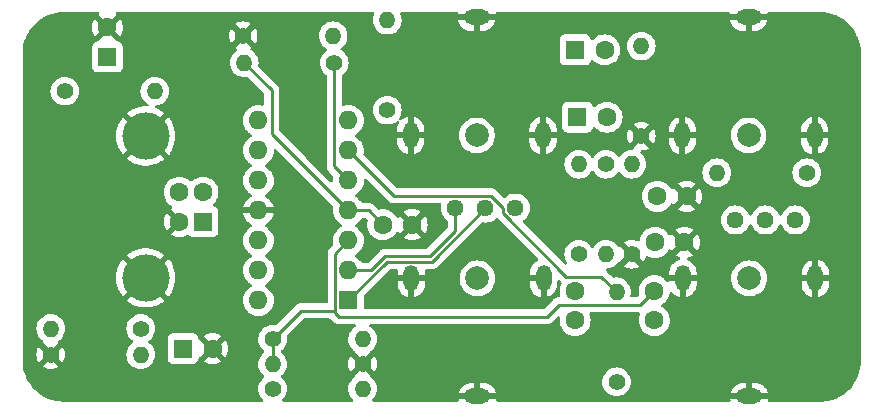
<source format=gbr>
%TF.GenerationSoftware,KiCad,Pcbnew,(6.0.0-0)*%
%TF.CreationDate,2022-11-12T17:46:12+01:00*%
%TF.ProjectId,phono_vorverstaerker,70686f6e-6f5f-4766-9f72-766572737461,rev?*%
%TF.SameCoordinates,Original*%
%TF.FileFunction,Copper,L2,Bot*%
%TF.FilePolarity,Positive*%
%FSLAX46Y46*%
G04 Gerber Fmt 4.6, Leading zero omitted, Abs format (unit mm)*
G04 Created by KiCad (PCBNEW (6.0.0-0)) date 2022-11-12 17:46:12*
%MOMM*%
%LPD*%
G01*
G04 APERTURE LIST*
%TA.AperFunction,ComponentPad*%
%ADD10C,1.400000*%
%TD*%
%TA.AperFunction,ComponentPad*%
%ADD11O,1.400000X1.400000*%
%TD*%
%TA.AperFunction,ComponentPad*%
%ADD12O,1.300000X2.200000*%
%TD*%
%TA.AperFunction,ComponentPad*%
%ADD13O,2.200000X1.300000*%
%TD*%
%TA.AperFunction,ComponentPad*%
%ADD14C,2.000000*%
%TD*%
%TA.AperFunction,ComponentPad*%
%ADD15R,1.600000X1.600000*%
%TD*%
%TA.AperFunction,ComponentPad*%
%ADD16C,1.600000*%
%TD*%
%TA.AperFunction,ComponentPad*%
%ADD17O,1.600000X1.600000*%
%TD*%
%TA.AperFunction,ComponentPad*%
%ADD18C,4.000000*%
%TD*%
%TA.AperFunction,ComponentPad*%
%ADD19C,1.440000*%
%TD*%
%TA.AperFunction,ViaPad*%
%ADD20C,0.800000*%
%TD*%
%TA.AperFunction,Conductor*%
%ADD21C,0.250000*%
%TD*%
G04 APERTURE END LIST*
D10*
%TO.P,R11,1*%
%TO.N,GND*%
X65100000Y-175310000D03*
D11*
%TO.P,R11,2*%
%TO.N,Net-(C7-Pad2)*%
X65100000Y-167690000D03*
%TD*%
D12*
%TO.P,J5,S*%
%TO.N,GND*%
X79775000Y-175250000D03*
X68575000Y-175250000D03*
D13*
X74175000Y-165250000D03*
D14*
%TO.P,J5,T*%
%TO.N,Net-(J5-PadT)*%
X74175000Y-175250000D03*
%TD*%
D10*
%TO.P,R10,1*%
%TO.N,+2V5*%
X22720000Y-191600000D03*
D11*
%TO.P,R10,2*%
%TO.N,+5V*%
X15100000Y-191600000D03*
%TD*%
D15*
%TO.P,C7,1*%
%TO.N,Net-(U1-Pad13)*%
X59500000Y-168000000D03*
D16*
%TO.P,C7,2*%
%TO.N,Net-(C7-Pad2)*%
X62000000Y-168000000D03*
%TD*%
%TO.P,C5,1*%
%TO.N,GND*%
X68750000Y-184300000D03*
%TO.P,C5,2*%
%TO.N,Net-(U1-Pad12)*%
X66250000Y-184300000D03*
%TD*%
D13*
%TO.P,J2,S*%
%TO.N,GND*%
X74225000Y-197350000D03*
D12*
X68625000Y-187350000D03*
X79825000Y-187350000D03*
D14*
%TO.P,J2,T*%
%TO.N,Net-(C2-Pad1)*%
X74225000Y-187350000D03*
%TD*%
D15*
%TO.P,C9,1*%
%TO.N,+2V5*%
X26300000Y-193300000D03*
D16*
%TO.P,C9,2*%
%TO.N,GND*%
X28800000Y-193300000D03*
%TD*%
D15*
%TO.P,U1,1*%
%TO.N,Net-(U1-Pad1)*%
X40300000Y-189225000D03*
D17*
%TO.P,U1,2,-*%
%TO.N,Net-(U1-Pad2)*%
X40300000Y-186685000D03*
%TO.P,U1,3,+*%
%TO.N,Net-(U1-Pad3)*%
X40300000Y-184145000D03*
%TO.P,U1,4,V+*%
%TO.N,+5V*%
X40300000Y-181605000D03*
%TO.P,U1,5,+*%
%TO.N,Net-(U1-Pad5)*%
X40300000Y-179065000D03*
%TO.P,U1,6,-*%
%TO.N,Net-(U1-Pad6)*%
X40300000Y-176525000D03*
%TO.P,U1,7*%
%TO.N,Net-(U1-Pad7)*%
X40300000Y-173985000D03*
%TO.P,U1,8*%
%TO.N,Net-(U1-Pad8)*%
X32680000Y-173985000D03*
%TO.P,U1,9,-*%
X32680000Y-176525000D03*
%TO.P,U1,10,+*%
%TO.N,Net-(U1-Pad10)*%
X32680000Y-179065000D03*
%TO.P,U1,11,V-*%
%TO.N,GND*%
X32680000Y-181605000D03*
%TO.P,U1,12,+*%
%TO.N,Net-(U1-Pad12)*%
X32680000Y-184145000D03*
%TO.P,U1,13,-*%
%TO.N,Net-(U1-Pad13)*%
X32680000Y-186685000D03*
%TO.P,U1,14*%
X32680000Y-189225000D03*
%TD*%
D15*
%TO.P,C8,1*%
%TO.N,Net-(U1-Pad8)*%
X59694888Y-173700000D03*
D16*
%TO.P,C8,2*%
%TO.N,Net-(C8-Pad2)*%
X62194888Y-173700000D03*
%TD*%
D15*
%TO.P,J3,1,VBUS*%
%TO.N,Net-(J3-Pad1)*%
X27987500Y-182550000D03*
D16*
%TO.P,J3,2,D-*%
%TO.N,unconnected-(J3-Pad2)*%
X27987500Y-180050000D03*
%TO.P,J3,3,D+*%
%TO.N,unconnected-(J3-Pad3)*%
X25987500Y-180050000D03*
%TO.P,J3,4,GND*%
%TO.N,GND*%
X25987500Y-182550000D03*
D18*
%TO.P,J3,5,Shield*%
X23127500Y-175300000D03*
X23127500Y-187300000D03*
%TD*%
D16*
%TO.P,C1,1*%
%TO.N,Net-(C1-Pad1)*%
X59500000Y-188400000D03*
%TO.P,C1,2*%
%TO.N,Net-(U1-Pad5)*%
X59500000Y-190900000D03*
%TD*%
D19*
%TO.P,RV1,1,1*%
%TO.N,Net-(U1-Pad7)*%
X78150000Y-182400000D03*
%TO.P,RV1,2,2*%
X75610000Y-182400000D03*
%TO.P,RV1,3,3*%
%TO.N,Net-(U1-Pad6)*%
X73070000Y-182400000D03*
%TD*%
D10*
%TO.P,R14,1*%
%TO.N,Net-(J4-PadT)*%
X43600000Y-173110000D03*
D11*
%TO.P,R14,2*%
%TO.N,Net-(C7-Pad2)*%
X43600000Y-165490000D03*
%TD*%
D16*
%TO.P,C2,1*%
%TO.N,Net-(C2-Pad1)*%
X66200000Y-190900000D03*
%TO.P,C2,2*%
%TO.N,Net-(U1-Pad3)*%
X66200000Y-188400000D03*
%TD*%
D10*
%TO.P,R2,1*%
%TO.N,Net-(U1-Pad5)*%
X39110000Y-169100000D03*
D11*
%TO.P,R2,2*%
%TO.N,+5V*%
X31490000Y-169100000D03*
%TD*%
D10*
%TO.P,R1,1*%
%TO.N,+5V*%
X16290000Y-171500000D03*
D11*
%TO.P,R1,2*%
%TO.N,Net-(J3-Pad1)*%
X23910000Y-171500000D03*
%TD*%
D12*
%TO.P,J1,S*%
%TO.N,GND*%
X45625000Y-187350000D03*
X56825000Y-187350000D03*
D13*
X51225000Y-197350000D03*
D14*
%TO.P,J1,T*%
%TO.N,Net-(C1-Pad1)*%
X51225000Y-187350000D03*
%TD*%
D10*
%TO.P,R15,1*%
%TO.N,Net-(J5-PadT)*%
X79110000Y-178400000D03*
D11*
%TO.P,R15,2*%
%TO.N,Net-(C8-Pad2)*%
X71490000Y-178400000D03*
%TD*%
D10*
%TO.P,R3,1*%
%TO.N,GND*%
X31390000Y-166800000D03*
D11*
%TO.P,R3,2*%
%TO.N,Net-(U1-Pad5)*%
X39010000Y-166800000D03*
%TD*%
D10*
%TO.P,R12,1*%
%TO.N,GND*%
X64300000Y-185310000D03*
D11*
%TO.P,R12,2*%
%TO.N,Net-(C8-Pad2)*%
X64300000Y-177690000D03*
%TD*%
D10*
%TO.P,R8,1*%
%TO.N,Net-(U1-Pad12)*%
X59800000Y-185310000D03*
D11*
%TO.P,R8,2*%
%TO.N,Net-(U1-Pad7)*%
X59800000Y-177690000D03*
%TD*%
D10*
%TO.P,R6,1*%
%TO.N,+2V5*%
X63000000Y-196110000D03*
D11*
%TO.P,R6,2*%
%TO.N,Net-(U1-Pad6)*%
X63000000Y-188490000D03*
%TD*%
D10*
%TO.P,R4,1*%
%TO.N,Net-(U1-Pad3)*%
X33880000Y-192500000D03*
D11*
%TO.P,R4,2*%
%TO.N,+5V*%
X41500000Y-192500000D03*
%TD*%
D16*
%TO.P,C6,1*%
%TO.N,GND*%
X68950000Y-180400000D03*
%TO.P,C6,2*%
%TO.N,Net-(U1-Pad10)*%
X66450000Y-180400000D03*
%TD*%
D10*
%TO.P,R9,1*%
%TO.N,Net-(U1-Pad10)*%
X62100000Y-177690000D03*
D11*
%TO.P,R9,2*%
%TO.N,Net-(U1-Pad1)*%
X62100000Y-185310000D03*
%TD*%
D10*
%TO.P,R7,1*%
%TO.N,+2V5*%
X33880000Y-196700000D03*
D11*
%TO.P,R7,2*%
%TO.N,Net-(U1-Pad2)*%
X41500000Y-196700000D03*
%TD*%
D16*
%TO.P,C4,1*%
%TO.N,GND*%
X45700000Y-182800000D03*
%TO.P,C4,2*%
%TO.N,+5V*%
X43200000Y-182800000D03*
%TD*%
D12*
%TO.P,J4,S*%
%TO.N,GND*%
X45575000Y-175250000D03*
D13*
X51175000Y-165250000D03*
D12*
X56775000Y-175250000D03*
D14*
%TO.P,J4,T*%
%TO.N,Net-(J4-PadT)*%
X51175000Y-175250000D03*
%TD*%
D15*
%TO.P,C3,1*%
%TO.N,+5V*%
X19900000Y-168605113D03*
D16*
%TO.P,C3,2*%
%TO.N,GND*%
X19900000Y-166105113D03*
%TD*%
D10*
%TO.P,R5,1*%
%TO.N,GND*%
X41500000Y-194600000D03*
D11*
%TO.P,R5,2*%
%TO.N,Net-(U1-Pad3)*%
X33880000Y-194600000D03*
%TD*%
D19*
%TO.P,RV2,1,1*%
%TO.N,Net-(U1-Pad1)*%
X54440000Y-181400000D03*
%TO.P,RV2,2,2*%
X51900000Y-181400000D03*
%TO.P,RV2,3,3*%
%TO.N,Net-(U1-Pad2)*%
X49360000Y-181400000D03*
%TD*%
D10*
%TO.P,R13,1*%
%TO.N,GND*%
X15090000Y-193800000D03*
D11*
%TO.P,R13,2*%
%TO.N,+2V5*%
X22710000Y-193800000D03*
%TD*%
D20*
%TO.N,GND*%
X36300000Y-184200000D03*
X35800000Y-181000000D03*
X35500000Y-187500000D03*
X36900000Y-174900000D03*
X36600000Y-196300000D03*
%TD*%
D21*
%TO.N,Net-(U1-Pad5)*%
X40300000Y-179065000D02*
X39110000Y-177875000D01*
X39110000Y-177875000D02*
X39110000Y-169100000D01*
%TO.N,Net-(U1-Pad3)*%
X57100000Y-190600000D02*
X58100000Y-189600000D01*
X39175489Y-189575489D02*
X39175489Y-190275489D01*
X33880000Y-192500000D02*
X33880000Y-194600000D01*
X33880000Y-192500000D02*
X36280000Y-190100000D01*
X39175489Y-190275489D02*
X39500000Y-190600000D01*
X58100000Y-189600000D02*
X65000000Y-189600000D01*
X65000000Y-189600000D02*
X66200000Y-188400000D01*
X36280000Y-190100000D02*
X39175489Y-190100000D01*
X39175489Y-185269511D02*
X39175489Y-189575489D01*
X39175489Y-190100000D02*
X39175489Y-189575489D01*
X39500000Y-190600000D02*
X57100000Y-190600000D01*
X40300000Y-184145000D02*
X39175489Y-185269511D01*
%TO.N,+5V*%
X33804511Y-175109511D02*
X40300000Y-181605000D01*
X40300000Y-181605000D02*
X42005000Y-181605000D01*
X33804511Y-171414511D02*
X33804511Y-175109511D01*
X42005000Y-181605000D02*
X43200000Y-182800000D01*
X31490000Y-169100000D02*
X33804511Y-171414511D01*
%TO.N,Net-(U1-Pad6)*%
X44130489Y-180355489D02*
X52350978Y-180355489D01*
X40300000Y-176525000D02*
X44130489Y-180355489D01*
X58762837Y-187200000D02*
X61710000Y-187200000D01*
X61710000Y-187200000D02*
X63000000Y-188490000D01*
X53395489Y-181832652D02*
X58762837Y-187200000D01*
X52350978Y-180355489D02*
X53395489Y-181400000D01*
X53395489Y-181400000D02*
X53395489Y-181832652D01*
%TO.N,Net-(U1-Pad2)*%
X43413323Y-185475960D02*
X47188322Y-185475960D01*
X47188322Y-185475960D02*
X49360000Y-183304282D01*
X42204283Y-186685000D02*
X43413323Y-185475960D01*
X49360000Y-183304282D02*
X49360000Y-181400000D01*
X40300000Y-186685000D02*
X42204283Y-186685000D01*
%TO.N,Net-(U1-Pad1)*%
X47374520Y-185925480D02*
X43599520Y-185925480D01*
X51900000Y-181400000D02*
X47374520Y-185925480D01*
X43599520Y-185925480D02*
X40300000Y-189225000D01*
%TD*%
%TA.AperFunction,Conductor*%
%TO.N,GND*%
G36*
X19152615Y-164828002D02*
G01*
X19199108Y-164881658D01*
X19209212Y-164951932D01*
X19182917Y-165012670D01*
X19178576Y-165018101D01*
X19185644Y-165031547D01*
X19887188Y-165733091D01*
X19901132Y-165740705D01*
X19902965Y-165740574D01*
X19909580Y-165736323D01*
X20615077Y-165030826D01*
X20621507Y-165019051D01*
X20615356Y-165011100D01*
X20589492Y-164944982D01*
X20603481Y-164875377D01*
X20652881Y-164824384D01*
X20715013Y-164808000D01*
X42386809Y-164808000D01*
X42454930Y-164828002D01*
X42501423Y-164881658D01*
X42511527Y-164951932D01*
X42501004Y-164987249D01*
X42480348Y-165031547D01*
X42460044Y-165075090D01*
X42405314Y-165279345D01*
X42386884Y-165490000D01*
X42405314Y-165700655D01*
X42406738Y-165705968D01*
X42406738Y-165705970D01*
X42420045Y-165755630D01*
X42460044Y-165904910D01*
X42462366Y-165909891D01*
X42462367Y-165909892D01*
X42546200Y-166089671D01*
X42549411Y-166096558D01*
X42670699Y-166269776D01*
X42820224Y-166419301D01*
X42993442Y-166540589D01*
X42998420Y-166542910D01*
X42998423Y-166542912D01*
X43180108Y-166627633D01*
X43185090Y-166629956D01*
X43190398Y-166631378D01*
X43190400Y-166631379D01*
X43384030Y-166683262D01*
X43384032Y-166683262D01*
X43389345Y-166684686D01*
X43600000Y-166703116D01*
X43810655Y-166684686D01*
X43815968Y-166683262D01*
X43815970Y-166683262D01*
X44009600Y-166631379D01*
X44009602Y-166631378D01*
X44014910Y-166629956D01*
X44019892Y-166627633D01*
X44201577Y-166542912D01*
X44201580Y-166542910D01*
X44206558Y-166540589D01*
X44379776Y-166419301D01*
X44529301Y-166269776D01*
X44650589Y-166096558D01*
X44653801Y-166089671D01*
X44737633Y-165909892D01*
X44737634Y-165909891D01*
X44739956Y-165904910D01*
X44779956Y-165755630D01*
X44793262Y-165705970D01*
X44793262Y-165705968D01*
X44794686Y-165700655D01*
X44810253Y-165522722D01*
X49596808Y-165522722D01*
X49600687Y-165545300D01*
X49603666Y-165556417D01*
X49673331Y-165745252D01*
X49678281Y-165755630D01*
X49781191Y-165928606D01*
X49787955Y-165937915D01*
X49920665Y-166089243D01*
X49929000Y-166097153D01*
X50087069Y-166221764D01*
X50096720Y-166228032D01*
X50274836Y-166321743D01*
X50285479Y-166326152D01*
X50477684Y-166385833D01*
X50488946Y-166388227D01*
X50652322Y-166407563D01*
X50659728Y-166408000D01*
X50902885Y-166408000D01*
X50918124Y-166403525D01*
X50919329Y-166402135D01*
X50921000Y-166394452D01*
X50921000Y-166389885D01*
X51429000Y-166389885D01*
X51433475Y-166405124D01*
X51434865Y-166406329D01*
X51442548Y-166408000D01*
X51676092Y-166408000D01*
X51681881Y-166407734D01*
X51831176Y-166394016D01*
X51842497Y-166391918D01*
X52036203Y-166337287D01*
X52046950Y-166333163D01*
X52227466Y-166244141D01*
X52237273Y-166238131D01*
X52398549Y-166117701D01*
X52407089Y-166110011D01*
X52543720Y-165962206D01*
X52550721Y-165953081D01*
X52658125Y-165782856D01*
X52663346Y-165772609D01*
X52737928Y-165585668D01*
X52741197Y-165574631D01*
X52751523Y-165522722D01*
X72596808Y-165522722D01*
X72600687Y-165545300D01*
X72603666Y-165556417D01*
X72673331Y-165745252D01*
X72678281Y-165755630D01*
X72781191Y-165928606D01*
X72787955Y-165937915D01*
X72920665Y-166089243D01*
X72929000Y-166097153D01*
X73087069Y-166221764D01*
X73096720Y-166228032D01*
X73274836Y-166321743D01*
X73285479Y-166326152D01*
X73477684Y-166385833D01*
X73488946Y-166388227D01*
X73652322Y-166407563D01*
X73659728Y-166408000D01*
X73902885Y-166408000D01*
X73918124Y-166403525D01*
X73919329Y-166402135D01*
X73921000Y-166394452D01*
X73921000Y-166389885D01*
X74429000Y-166389885D01*
X74433475Y-166405124D01*
X74434865Y-166406329D01*
X74442548Y-166408000D01*
X74676092Y-166408000D01*
X74681881Y-166407734D01*
X74831176Y-166394016D01*
X74842497Y-166391918D01*
X75036203Y-166337287D01*
X75046950Y-166333163D01*
X75227466Y-166244141D01*
X75237273Y-166238131D01*
X75398549Y-166117701D01*
X75407089Y-166110011D01*
X75543720Y-165962206D01*
X75550721Y-165953081D01*
X75658125Y-165782856D01*
X75663346Y-165772609D01*
X75737928Y-165585668D01*
X75741197Y-165574631D01*
X75751712Y-165521770D01*
X75750560Y-165508894D01*
X75735404Y-165504000D01*
X74447115Y-165504000D01*
X74431876Y-165508475D01*
X74430671Y-165509865D01*
X74429000Y-165517548D01*
X74429000Y-166389885D01*
X73921000Y-166389885D01*
X73921000Y-165522115D01*
X73916525Y-165506876D01*
X73915135Y-165505671D01*
X73907452Y-165504000D01*
X72611706Y-165504000D01*
X72598744Y-165507806D01*
X72596808Y-165522722D01*
X52751523Y-165522722D01*
X52751712Y-165521770D01*
X52750560Y-165508894D01*
X52735404Y-165504000D01*
X51447115Y-165504000D01*
X51431876Y-165508475D01*
X51430671Y-165509865D01*
X51429000Y-165517548D01*
X51429000Y-166389885D01*
X50921000Y-166389885D01*
X50921000Y-165522115D01*
X50916525Y-165506876D01*
X50915135Y-165505671D01*
X50907452Y-165504000D01*
X49611706Y-165504000D01*
X49598744Y-165507806D01*
X49596808Y-165522722D01*
X44810253Y-165522722D01*
X44813116Y-165490000D01*
X44794686Y-165279345D01*
X44739956Y-165075090D01*
X44719652Y-165031547D01*
X44698996Y-164987249D01*
X44688335Y-164917058D01*
X44717315Y-164852245D01*
X44776735Y-164813389D01*
X44813191Y-164808000D01*
X49478617Y-164808000D01*
X49546738Y-164828002D01*
X49593231Y-164881658D01*
X49602196Y-164958582D01*
X49598288Y-164978230D01*
X49599440Y-164991106D01*
X49614596Y-164996000D01*
X52738294Y-164996000D01*
X52751256Y-164992194D01*
X52753192Y-164977278D01*
X52749422Y-164955337D01*
X52757599Y-164884813D01*
X52802606Y-164829906D01*
X52873602Y-164808000D01*
X72478617Y-164808000D01*
X72546738Y-164828002D01*
X72593231Y-164881658D01*
X72602196Y-164958582D01*
X72598288Y-164978230D01*
X72599440Y-164991106D01*
X72614596Y-164996000D01*
X75738294Y-164996000D01*
X75751256Y-164992194D01*
X75753192Y-164977278D01*
X75749422Y-164955337D01*
X75757599Y-164884813D01*
X75802606Y-164829906D01*
X75873602Y-164808000D01*
X80150672Y-164808000D01*
X80170057Y-164809500D01*
X80184858Y-164811805D01*
X80184861Y-164811805D01*
X80193730Y-164813186D01*
X80213054Y-164810659D01*
X80235570Y-164809747D01*
X80536100Y-164824512D01*
X80548394Y-164825722D01*
X80875139Y-164874191D01*
X80887249Y-164876599D01*
X81207674Y-164956861D01*
X81219507Y-164960451D01*
X81530494Y-165071725D01*
X81541918Y-165076456D01*
X81840523Y-165217685D01*
X81851428Y-165223514D01*
X82134745Y-165393328D01*
X82145026Y-165400198D01*
X82410329Y-165596960D01*
X82419887Y-165604804D01*
X82664630Y-165826626D01*
X82673374Y-165835370D01*
X82895196Y-166080113D01*
X82903040Y-166089671D01*
X83099802Y-166354974D01*
X83106672Y-166365255D01*
X83169167Y-166469521D01*
X83269603Y-166637088D01*
X83276486Y-166648572D01*
X83282313Y-166659473D01*
X83304308Y-166705978D01*
X83423544Y-166958082D01*
X83428275Y-166969506D01*
X83539549Y-167280493D01*
X83543138Y-167292324D01*
X83616117Y-167583671D01*
X83623399Y-167612743D01*
X83625809Y-167624861D01*
X83674277Y-167951601D01*
X83675489Y-167963902D01*
X83676624Y-167987015D01*
X83689890Y-168257062D01*
X83688543Y-168282624D01*
X83688195Y-168284857D01*
X83688195Y-168284861D01*
X83686814Y-168293730D01*
X83687978Y-168302632D01*
X83687978Y-168302635D01*
X83690936Y-168325251D01*
X83692000Y-168341589D01*
X83692000Y-194250672D01*
X83690500Y-194270056D01*
X83686814Y-194293730D01*
X83689274Y-194312539D01*
X83689341Y-194313050D01*
X83690253Y-194335570D01*
X83676647Y-194612517D01*
X83675489Y-194636094D01*
X83674278Y-194648394D01*
X83626221Y-194972367D01*
X83625811Y-194975130D01*
X83623401Y-194987249D01*
X83559270Y-195243276D01*
X83543139Y-195307674D01*
X83539549Y-195319507D01*
X83428275Y-195630494D01*
X83423544Y-195641918D01*
X83360793Y-195774594D01*
X83289782Y-195924736D01*
X83282315Y-195940523D01*
X83276486Y-195951428D01*
X83106672Y-196234745D01*
X83099802Y-196245026D01*
X82903040Y-196510329D01*
X82895196Y-196519887D01*
X82673374Y-196764630D01*
X82664630Y-196773374D01*
X82419887Y-196995196D01*
X82410329Y-197003040D01*
X82145026Y-197199802D01*
X82134745Y-197206672D01*
X81851428Y-197376486D01*
X81840523Y-197382315D01*
X81541918Y-197523544D01*
X81530494Y-197528275D01*
X81219507Y-197639549D01*
X81207676Y-197643138D01*
X80887249Y-197723401D01*
X80875139Y-197725809D01*
X80548394Y-197774278D01*
X80536098Y-197775489D01*
X80447344Y-197779849D01*
X80242938Y-197789890D01*
X80217376Y-197788543D01*
X80215143Y-197788195D01*
X80215139Y-197788195D01*
X80206270Y-197786814D01*
X80197368Y-197787978D01*
X80197365Y-197787978D01*
X80178083Y-197790500D01*
X80175728Y-197790808D01*
X80174749Y-197790936D01*
X80158411Y-197792000D01*
X75921383Y-197792000D01*
X75853262Y-197771998D01*
X75806769Y-197718342D01*
X75797804Y-197641418D01*
X75801712Y-197621770D01*
X75800560Y-197608894D01*
X75785404Y-197604000D01*
X72661706Y-197604000D01*
X72648744Y-197607806D01*
X72646808Y-197622722D01*
X72650578Y-197644663D01*
X72642401Y-197715187D01*
X72597394Y-197770094D01*
X72526398Y-197792000D01*
X52921383Y-197792000D01*
X52853262Y-197771998D01*
X52806769Y-197718342D01*
X52797804Y-197641418D01*
X52801712Y-197621770D01*
X52800560Y-197608894D01*
X52785404Y-197604000D01*
X49661706Y-197604000D01*
X49648744Y-197607806D01*
X49646808Y-197622722D01*
X49650578Y-197644663D01*
X49642401Y-197715187D01*
X49597394Y-197770094D01*
X49526398Y-197792000D01*
X42421267Y-197792000D01*
X42353146Y-197771998D01*
X42306653Y-197718342D01*
X42296549Y-197648068D01*
X42326043Y-197583488D01*
X42332172Y-197576905D01*
X42429301Y-197479776D01*
X42550589Y-197306558D01*
X42576320Y-197251379D01*
X42637633Y-197119892D01*
X42637634Y-197119891D01*
X42639956Y-197114910D01*
X42646595Y-197090135D01*
X42649785Y-197078230D01*
X49648288Y-197078230D01*
X49649440Y-197091106D01*
X49664596Y-197096000D01*
X50952885Y-197096000D01*
X50968124Y-197091525D01*
X50969329Y-197090135D01*
X50971000Y-197082452D01*
X50971000Y-197077885D01*
X51479000Y-197077885D01*
X51483475Y-197093124D01*
X51484865Y-197094329D01*
X51492548Y-197096000D01*
X52788294Y-197096000D01*
X52801256Y-197092194D01*
X52803192Y-197077278D01*
X52799313Y-197054700D01*
X52796334Y-197043583D01*
X52726669Y-196854748D01*
X52721719Y-196844370D01*
X52618809Y-196671394D01*
X52612045Y-196662085D01*
X52479335Y-196510757D01*
X52471000Y-196502847D01*
X52312931Y-196378236D01*
X52303280Y-196371968D01*
X52125164Y-196278257D01*
X52114521Y-196273848D01*
X51922316Y-196214167D01*
X51911054Y-196211773D01*
X51747678Y-196192437D01*
X51740272Y-196192000D01*
X51497115Y-196192000D01*
X51481876Y-196196475D01*
X51480671Y-196197865D01*
X51479000Y-196205548D01*
X51479000Y-197077885D01*
X50971000Y-197077885D01*
X50971000Y-196210115D01*
X50966525Y-196194876D01*
X50965135Y-196193671D01*
X50957452Y-196192000D01*
X50723908Y-196192000D01*
X50718119Y-196192266D01*
X50568824Y-196205984D01*
X50557503Y-196208082D01*
X50363797Y-196262713D01*
X50353050Y-196266837D01*
X50172534Y-196355859D01*
X50162727Y-196361869D01*
X50001451Y-196482299D01*
X49992911Y-196489989D01*
X49856280Y-196637794D01*
X49849279Y-196646919D01*
X49741875Y-196817144D01*
X49736654Y-196827391D01*
X49662072Y-197014332D01*
X49658803Y-197025369D01*
X49648288Y-197078230D01*
X42649785Y-197078230D01*
X42693262Y-196915970D01*
X42693262Y-196915968D01*
X42694686Y-196910655D01*
X42713116Y-196700000D01*
X42694686Y-196489345D01*
X42692798Y-196482299D01*
X42641379Y-196290400D01*
X42641378Y-196290398D01*
X42639956Y-196285090D01*
X42634714Y-196273848D01*
X42558310Y-196110000D01*
X61786884Y-196110000D01*
X61805314Y-196320655D01*
X61860044Y-196524910D01*
X61862366Y-196529891D01*
X61862367Y-196529892D01*
X61928351Y-196671394D01*
X61949411Y-196716558D01*
X62070699Y-196889776D01*
X62220224Y-197039301D01*
X62393442Y-197160589D01*
X62398420Y-197162910D01*
X62398423Y-197162912D01*
X62492267Y-197206672D01*
X62585090Y-197249956D01*
X62590398Y-197251378D01*
X62590400Y-197251379D01*
X62784030Y-197303262D01*
X62784032Y-197303262D01*
X62789345Y-197304686D01*
X63000000Y-197323116D01*
X63210655Y-197304686D01*
X63215968Y-197303262D01*
X63215970Y-197303262D01*
X63409600Y-197251379D01*
X63409602Y-197251378D01*
X63414910Y-197249956D01*
X63507733Y-197206672D01*
X63601577Y-197162912D01*
X63601580Y-197162910D01*
X63606558Y-197160589D01*
X63724179Y-197078230D01*
X72648288Y-197078230D01*
X72649440Y-197091106D01*
X72664596Y-197096000D01*
X73952885Y-197096000D01*
X73968124Y-197091525D01*
X73969329Y-197090135D01*
X73971000Y-197082452D01*
X73971000Y-197077885D01*
X74479000Y-197077885D01*
X74483475Y-197093124D01*
X74484865Y-197094329D01*
X74492548Y-197096000D01*
X75788294Y-197096000D01*
X75801256Y-197092194D01*
X75803192Y-197077278D01*
X75799313Y-197054700D01*
X75796334Y-197043583D01*
X75726669Y-196854748D01*
X75721719Y-196844370D01*
X75618809Y-196671394D01*
X75612045Y-196662085D01*
X75479335Y-196510757D01*
X75471000Y-196502847D01*
X75312931Y-196378236D01*
X75303280Y-196371968D01*
X75125164Y-196278257D01*
X75114521Y-196273848D01*
X74922316Y-196214167D01*
X74911054Y-196211773D01*
X74747678Y-196192437D01*
X74740272Y-196192000D01*
X74497115Y-196192000D01*
X74481876Y-196196475D01*
X74480671Y-196197865D01*
X74479000Y-196205548D01*
X74479000Y-197077885D01*
X73971000Y-197077885D01*
X73971000Y-196210115D01*
X73966525Y-196194876D01*
X73965135Y-196193671D01*
X73957452Y-196192000D01*
X73723908Y-196192000D01*
X73718119Y-196192266D01*
X73568824Y-196205984D01*
X73557503Y-196208082D01*
X73363797Y-196262713D01*
X73353050Y-196266837D01*
X73172534Y-196355859D01*
X73162727Y-196361869D01*
X73001451Y-196482299D01*
X72992911Y-196489989D01*
X72856280Y-196637794D01*
X72849279Y-196646919D01*
X72741875Y-196817144D01*
X72736654Y-196827391D01*
X72662072Y-197014332D01*
X72658803Y-197025369D01*
X72648288Y-197078230D01*
X63724179Y-197078230D01*
X63779776Y-197039301D01*
X63929301Y-196889776D01*
X64050589Y-196716558D01*
X64071650Y-196671394D01*
X64137633Y-196529892D01*
X64137634Y-196529891D01*
X64139956Y-196524910D01*
X64194686Y-196320655D01*
X64213116Y-196110000D01*
X64194686Y-195899345D01*
X64161259Y-195774594D01*
X64141379Y-195700400D01*
X64141378Y-195700398D01*
X64139956Y-195695090D01*
X64137633Y-195690108D01*
X64052912Y-195508423D01*
X64052910Y-195508420D01*
X64050589Y-195503442D01*
X63929301Y-195330224D01*
X63779776Y-195180699D01*
X63606558Y-195059411D01*
X63601580Y-195057090D01*
X63601577Y-195057088D01*
X63419892Y-194972367D01*
X63419891Y-194972366D01*
X63414910Y-194970044D01*
X63409602Y-194968622D01*
X63409600Y-194968621D01*
X63215970Y-194916738D01*
X63215968Y-194916738D01*
X63210655Y-194915314D01*
X63000000Y-194896884D01*
X62789345Y-194915314D01*
X62784032Y-194916738D01*
X62784030Y-194916738D01*
X62590400Y-194968621D01*
X62590398Y-194968622D01*
X62585090Y-194970044D01*
X62580109Y-194972366D01*
X62580108Y-194972367D01*
X62398423Y-195057088D01*
X62398420Y-195057090D01*
X62393442Y-195059411D01*
X62220224Y-195180699D01*
X62070699Y-195330224D01*
X61949411Y-195503442D01*
X61947090Y-195508420D01*
X61947088Y-195508423D01*
X61862367Y-195690108D01*
X61860044Y-195695090D01*
X61858622Y-195700398D01*
X61858621Y-195700400D01*
X61838741Y-195774594D01*
X61805314Y-195899345D01*
X61786884Y-196110000D01*
X42558310Y-196110000D01*
X42552912Y-196098423D01*
X42552910Y-196098420D01*
X42550589Y-196093442D01*
X42429301Y-195920224D01*
X42279776Y-195770699D01*
X42275268Y-195767542D01*
X42275265Y-195767540D01*
X42205351Y-195718586D01*
X42161023Y-195663129D01*
X42155832Y-195627025D01*
X42142554Y-195601764D01*
X41512812Y-194972022D01*
X41498868Y-194964408D01*
X41497035Y-194964539D01*
X41490420Y-194968790D01*
X40856724Y-195602486D01*
X40844176Y-195625466D01*
X40833284Y-195675535D01*
X40794967Y-195718363D01*
X40724735Y-195767540D01*
X40724732Y-195767542D01*
X40720224Y-195770699D01*
X40570699Y-195920224D01*
X40449411Y-196093442D01*
X40447090Y-196098420D01*
X40447088Y-196098423D01*
X40365286Y-196273848D01*
X40360044Y-196285090D01*
X40358622Y-196290398D01*
X40358621Y-196290400D01*
X40307202Y-196482299D01*
X40305314Y-196489345D01*
X40286884Y-196700000D01*
X40305314Y-196910655D01*
X40306738Y-196915968D01*
X40306738Y-196915970D01*
X40353406Y-197090135D01*
X40360044Y-197114910D01*
X40362366Y-197119891D01*
X40362367Y-197119892D01*
X40423681Y-197251379D01*
X40449411Y-197306558D01*
X40570699Y-197479776D01*
X40667828Y-197576905D01*
X40701854Y-197639217D01*
X40696789Y-197710032D01*
X40654242Y-197766868D01*
X40587722Y-197791679D01*
X40578733Y-197792000D01*
X34801267Y-197792000D01*
X34733146Y-197771998D01*
X34686653Y-197718342D01*
X34676549Y-197648068D01*
X34706043Y-197583488D01*
X34712172Y-197576905D01*
X34809301Y-197479776D01*
X34930589Y-197306558D01*
X34956320Y-197251379D01*
X35017633Y-197119892D01*
X35017634Y-197119891D01*
X35019956Y-197114910D01*
X35026595Y-197090135D01*
X35073262Y-196915970D01*
X35073262Y-196915968D01*
X35074686Y-196910655D01*
X35093116Y-196700000D01*
X35074686Y-196489345D01*
X35072798Y-196482299D01*
X35021379Y-196290400D01*
X35021378Y-196290398D01*
X35019956Y-196285090D01*
X35014714Y-196273848D01*
X34932912Y-196098423D01*
X34932910Y-196098420D01*
X34930589Y-196093442D01*
X34809301Y-195920224D01*
X34659776Y-195770699D01*
X34634801Y-195753211D01*
X34590474Y-195697757D01*
X34583165Y-195627138D01*
X34615195Y-195563777D01*
X34634796Y-195546792D01*
X34659776Y-195529301D01*
X34809301Y-195379776D01*
X34930589Y-195206558D01*
X34942648Y-195180699D01*
X35017633Y-195019892D01*
X35017634Y-195019891D01*
X35019956Y-195014910D01*
X35031356Y-194972367D01*
X35073262Y-194815970D01*
X35073262Y-194815968D01*
X35074686Y-194810655D01*
X35092637Y-194605475D01*
X40287865Y-194605475D01*
X40305329Y-194805091D01*
X40307231Y-194815878D01*
X40359093Y-195009429D01*
X40362841Y-195019723D01*
X40447521Y-195201323D01*
X40452999Y-195210811D01*
X40474311Y-195241248D01*
X40484788Y-195249623D01*
X40498236Y-195242554D01*
X41127978Y-194612812D01*
X41134356Y-194601132D01*
X41864408Y-194601132D01*
X41864539Y-194602965D01*
X41868790Y-194609580D01*
X42502486Y-195243276D01*
X42514261Y-195249706D01*
X42526276Y-195240410D01*
X42547001Y-195210811D01*
X42552479Y-195201323D01*
X42637159Y-195019723D01*
X42640907Y-195009429D01*
X42692769Y-194815878D01*
X42694671Y-194805091D01*
X42712135Y-194605475D01*
X42712135Y-194594525D01*
X42694671Y-194394909D01*
X42692769Y-194384122D01*
X42640907Y-194190571D01*
X42637159Y-194180277D01*
X42552479Y-193998677D01*
X42547001Y-193989189D01*
X42525689Y-193958752D01*
X42515212Y-193950377D01*
X42501764Y-193957446D01*
X41872022Y-194587188D01*
X41864408Y-194601132D01*
X41134356Y-194601132D01*
X41135592Y-194598868D01*
X41135461Y-194597035D01*
X41131210Y-194590420D01*
X40497514Y-193956724D01*
X40485739Y-193950294D01*
X40473724Y-193959590D01*
X40452999Y-193989189D01*
X40447521Y-193998677D01*
X40362841Y-194180277D01*
X40359093Y-194190571D01*
X40307231Y-194384122D01*
X40305329Y-194394909D01*
X40287865Y-194594525D01*
X40287865Y-194605475D01*
X35092637Y-194605475D01*
X35093116Y-194600000D01*
X35074686Y-194389345D01*
X35054106Y-194312539D01*
X35021379Y-194190400D01*
X35021378Y-194190398D01*
X35019956Y-194185090D01*
X34969968Y-194077890D01*
X34932912Y-193998423D01*
X34932910Y-193998420D01*
X34930589Y-193993442D01*
X34809301Y-193820224D01*
X34659776Y-193670699D01*
X34634801Y-193653211D01*
X34590474Y-193597757D01*
X34583165Y-193527138D01*
X34615195Y-193463777D01*
X34634796Y-193446792D01*
X34659776Y-193429301D01*
X34809301Y-193279776D01*
X34930589Y-193106558D01*
X34968744Y-193024736D01*
X35017633Y-192919892D01*
X35017634Y-192919891D01*
X35019956Y-192914910D01*
X35055376Y-192782723D01*
X35073262Y-192715970D01*
X35073262Y-192715968D01*
X35074686Y-192710655D01*
X35093116Y-192500000D01*
X35074686Y-192289345D01*
X35073262Y-192284029D01*
X35072452Y-192279437D01*
X35080321Y-192208877D01*
X35107443Y-192168461D01*
X36505499Y-190770405D01*
X36567811Y-190736379D01*
X36594594Y-190733500D01*
X38685405Y-190733500D01*
X38753526Y-190753502D01*
X38774501Y-190770405D01*
X38996353Y-190992258D01*
X39003887Y-191000537D01*
X39008000Y-191007018D01*
X39029095Y-191026827D01*
X39057652Y-191053644D01*
X39060494Y-191056399D01*
X39080230Y-191076135D01*
X39083427Y-191078615D01*
X39092447Y-191086318D01*
X39124679Y-191116586D01*
X39131625Y-191120405D01*
X39131628Y-191120407D01*
X39142434Y-191126348D01*
X39158953Y-191137199D01*
X39174959Y-191149614D01*
X39182228Y-191152759D01*
X39182232Y-191152762D01*
X39215537Y-191167174D01*
X39226187Y-191172391D01*
X39264940Y-191193695D01*
X39272615Y-191195666D01*
X39272616Y-191195666D01*
X39284562Y-191198733D01*
X39303267Y-191205137D01*
X39321855Y-191213181D01*
X39329678Y-191214420D01*
X39329688Y-191214423D01*
X39365524Y-191220099D01*
X39377144Y-191222505D01*
X39408959Y-191230673D01*
X39419970Y-191233500D01*
X39440224Y-191233500D01*
X39459934Y-191235051D01*
X39479943Y-191238220D01*
X39487835Y-191237474D01*
X39506580Y-191235702D01*
X39523962Y-191234059D01*
X39535819Y-191233500D01*
X40802175Y-191233500D01*
X40870296Y-191253502D01*
X40916789Y-191307158D01*
X40926893Y-191377432D01*
X40897399Y-191442012D01*
X40874446Y-191462712D01*
X40720224Y-191570699D01*
X40570699Y-191720224D01*
X40449411Y-191893442D01*
X40447090Y-191898420D01*
X40447088Y-191898423D01*
X40374182Y-192054771D01*
X40360044Y-192085090D01*
X40358622Y-192090398D01*
X40358621Y-192090400D01*
X40312721Y-192261703D01*
X40305314Y-192289345D01*
X40286884Y-192500000D01*
X40305314Y-192710655D01*
X40306738Y-192715968D01*
X40306738Y-192715970D01*
X40324625Y-192782723D01*
X40360044Y-192914910D01*
X40362366Y-192919891D01*
X40362367Y-192919892D01*
X40411257Y-193024736D01*
X40449411Y-193106558D01*
X40570699Y-193279776D01*
X40720224Y-193429301D01*
X40724732Y-193432458D01*
X40724735Y-193432460D01*
X40794649Y-193481414D01*
X40838977Y-193536871D01*
X40844168Y-193572975D01*
X40857446Y-193598236D01*
X41487188Y-194227978D01*
X41501132Y-194235592D01*
X41502965Y-194235461D01*
X41509580Y-194231210D01*
X42143276Y-193597514D01*
X42155824Y-193574534D01*
X42166716Y-193524465D01*
X42205033Y-193481637D01*
X42275265Y-193432460D01*
X42275268Y-193432458D01*
X42279776Y-193429301D01*
X42429301Y-193279776D01*
X42550589Y-193106558D01*
X42588744Y-193024736D01*
X42637633Y-192919892D01*
X42637634Y-192919891D01*
X42639956Y-192914910D01*
X42675376Y-192782723D01*
X42693262Y-192715970D01*
X42693262Y-192715968D01*
X42694686Y-192710655D01*
X42713116Y-192500000D01*
X42694686Y-192289345D01*
X42687279Y-192261703D01*
X42641379Y-192090400D01*
X42641378Y-192090398D01*
X42639956Y-192085090D01*
X42625818Y-192054771D01*
X42552912Y-191898423D01*
X42552910Y-191898420D01*
X42550589Y-191893442D01*
X42429301Y-191720224D01*
X42279776Y-191570699D01*
X42125555Y-191462713D01*
X42081226Y-191407256D01*
X42073917Y-191336637D01*
X42105947Y-191273276D01*
X42167149Y-191237291D01*
X42197825Y-191233500D01*
X57021233Y-191233500D01*
X57032416Y-191234027D01*
X57039909Y-191235702D01*
X57047835Y-191235453D01*
X57047836Y-191235453D01*
X57107986Y-191233562D01*
X57111945Y-191233500D01*
X57139856Y-191233500D01*
X57143791Y-191233003D01*
X57143856Y-191232995D01*
X57155693Y-191232062D01*
X57187951Y-191231048D01*
X57191970Y-191230922D01*
X57199889Y-191230673D01*
X57219343Y-191225021D01*
X57238700Y-191221013D01*
X57250930Y-191219468D01*
X57250931Y-191219468D01*
X57258797Y-191218474D01*
X57266168Y-191215555D01*
X57266170Y-191215555D01*
X57299912Y-191202196D01*
X57311142Y-191198351D01*
X57345983Y-191188229D01*
X57345984Y-191188229D01*
X57353593Y-191186018D01*
X57360412Y-191181985D01*
X57360417Y-191181983D01*
X57371028Y-191175707D01*
X57388776Y-191167012D01*
X57407617Y-191159552D01*
X57443387Y-191133564D01*
X57453307Y-191127048D01*
X57484535Y-191108580D01*
X57484538Y-191108578D01*
X57491362Y-191104542D01*
X57505683Y-191090221D01*
X57520717Y-191077380D01*
X57530694Y-191070131D01*
X57537107Y-191065472D01*
X57565298Y-191031395D01*
X57573288Y-191022616D01*
X57988751Y-190607153D01*
X58051063Y-190573127D01*
X58121878Y-190578192D01*
X58178714Y-190620739D01*
X58203525Y-190687259D01*
X58203367Y-190707230D01*
X58186502Y-190900000D01*
X58206457Y-191128087D01*
X58207881Y-191133400D01*
X58207881Y-191133402D01*
X58254544Y-191307547D01*
X58265716Y-191349243D01*
X58268039Y-191354224D01*
X58268039Y-191354225D01*
X58360151Y-191551762D01*
X58360154Y-191551767D01*
X58362477Y-191556749D01*
X58435902Y-191661611D01*
X58476944Y-191720224D01*
X58493802Y-191744300D01*
X58655700Y-191906198D01*
X58660208Y-191909355D01*
X58660211Y-191909357D01*
X58738389Y-191964098D01*
X58843251Y-192037523D01*
X58848233Y-192039846D01*
X58848238Y-192039849D01*
X59044482Y-192131358D01*
X59050757Y-192134284D01*
X59056065Y-192135706D01*
X59056067Y-192135707D01*
X59266598Y-192192119D01*
X59266600Y-192192119D01*
X59271913Y-192193543D01*
X59500000Y-192213498D01*
X59728087Y-192193543D01*
X59733400Y-192192119D01*
X59733402Y-192192119D01*
X59943933Y-192135707D01*
X59943935Y-192135706D01*
X59949243Y-192134284D01*
X59955518Y-192131358D01*
X60151762Y-192039849D01*
X60151767Y-192039846D01*
X60156749Y-192037523D01*
X60261611Y-191964098D01*
X60339789Y-191909357D01*
X60339792Y-191909355D01*
X60344300Y-191906198D01*
X60506198Y-191744300D01*
X60523057Y-191720224D01*
X60564098Y-191661611D01*
X60637523Y-191556749D01*
X60639846Y-191551767D01*
X60639849Y-191551762D01*
X60731961Y-191354225D01*
X60731961Y-191354224D01*
X60734284Y-191349243D01*
X60745457Y-191307547D01*
X60792119Y-191133402D01*
X60792119Y-191133400D01*
X60793543Y-191128087D01*
X60813498Y-190900000D01*
X60793543Y-190671913D01*
X60779831Y-190620739D01*
X60735707Y-190456067D01*
X60735706Y-190456065D01*
X60734284Y-190450757D01*
X60716561Y-190412749D01*
X60705900Y-190342558D01*
X60734880Y-190277746D01*
X60794300Y-190238889D01*
X60830756Y-190233500D01*
X64869244Y-190233500D01*
X64937365Y-190253502D01*
X64983858Y-190307158D01*
X64993962Y-190377432D01*
X64983439Y-190412749D01*
X64965716Y-190450757D01*
X64964294Y-190456065D01*
X64964293Y-190456067D01*
X64920169Y-190620739D01*
X64906457Y-190671913D01*
X64886502Y-190900000D01*
X64906457Y-191128087D01*
X64907881Y-191133400D01*
X64907881Y-191133402D01*
X64954544Y-191307547D01*
X64965716Y-191349243D01*
X64968039Y-191354224D01*
X64968039Y-191354225D01*
X65060151Y-191551762D01*
X65060154Y-191551767D01*
X65062477Y-191556749D01*
X65135902Y-191661611D01*
X65176944Y-191720224D01*
X65193802Y-191744300D01*
X65355700Y-191906198D01*
X65360208Y-191909355D01*
X65360211Y-191909357D01*
X65438389Y-191964098D01*
X65543251Y-192037523D01*
X65548233Y-192039846D01*
X65548238Y-192039849D01*
X65744482Y-192131358D01*
X65750757Y-192134284D01*
X65756065Y-192135706D01*
X65756067Y-192135707D01*
X65966598Y-192192119D01*
X65966600Y-192192119D01*
X65971913Y-192193543D01*
X66200000Y-192213498D01*
X66428087Y-192193543D01*
X66433400Y-192192119D01*
X66433402Y-192192119D01*
X66643933Y-192135707D01*
X66643935Y-192135706D01*
X66649243Y-192134284D01*
X66655518Y-192131358D01*
X66851762Y-192039849D01*
X66851767Y-192039846D01*
X66856749Y-192037523D01*
X66961611Y-191964098D01*
X67039789Y-191909357D01*
X67039792Y-191909355D01*
X67044300Y-191906198D01*
X67206198Y-191744300D01*
X67223057Y-191720224D01*
X67264098Y-191661611D01*
X67337523Y-191556749D01*
X67339846Y-191551767D01*
X67339849Y-191551762D01*
X67431961Y-191354225D01*
X67431961Y-191354224D01*
X67434284Y-191349243D01*
X67445457Y-191307547D01*
X67492119Y-191133402D01*
X67492119Y-191133400D01*
X67493543Y-191128087D01*
X67513498Y-190900000D01*
X67493543Y-190671913D01*
X67479831Y-190620739D01*
X67435707Y-190456067D01*
X67435706Y-190456065D01*
X67434284Y-190450757D01*
X67413094Y-190405314D01*
X67339849Y-190248238D01*
X67339846Y-190248233D01*
X67337523Y-190243251D01*
X67215721Y-190069300D01*
X67209357Y-190060211D01*
X67209355Y-190060208D01*
X67206198Y-190055700D01*
X67044300Y-189893802D01*
X67039792Y-189890645D01*
X67039789Y-189890643D01*
X66861253Y-189765631D01*
X66856749Y-189762477D01*
X66851767Y-189760154D01*
X66849973Y-189759118D01*
X66800981Y-189707734D01*
X66787546Y-189638021D01*
X66813934Y-189572110D01*
X66849973Y-189540882D01*
X66851767Y-189539846D01*
X66856749Y-189537523D01*
X66958269Y-189466438D01*
X67039789Y-189409357D01*
X67039792Y-189409355D01*
X67044300Y-189406198D01*
X67206198Y-189244300D01*
X67215879Y-189230475D01*
X67291399Y-189122620D01*
X67337523Y-189056749D01*
X67339846Y-189051767D01*
X67339849Y-189051762D01*
X67431961Y-188854225D01*
X67431961Y-188854224D01*
X67434284Y-188849243D01*
X67474746Y-188698240D01*
X67492119Y-188633402D01*
X67492120Y-188633398D01*
X67493543Y-188628087D01*
X67494023Y-188622603D01*
X67494024Y-188622596D01*
X67496681Y-188592235D01*
X67522544Y-188526117D01*
X67580049Y-188484478D01*
X67650936Y-188480538D01*
X67712700Y-188515548D01*
X67723160Y-188527830D01*
X67757301Y-188573551D01*
X67764989Y-188582089D01*
X67912794Y-188718720D01*
X67921919Y-188725721D01*
X68092144Y-188833125D01*
X68102391Y-188838346D01*
X68289332Y-188912928D01*
X68300369Y-188916197D01*
X68353230Y-188926712D01*
X68366106Y-188925560D01*
X68370067Y-188913294D01*
X68879000Y-188913294D01*
X68882806Y-188926256D01*
X68897722Y-188928192D01*
X68920300Y-188924313D01*
X68931417Y-188921334D01*
X69120252Y-188851669D01*
X69130630Y-188846719D01*
X69303606Y-188743809D01*
X69312915Y-188737045D01*
X69464243Y-188604335D01*
X69472153Y-188596000D01*
X69596764Y-188437931D01*
X69603032Y-188428280D01*
X69696743Y-188250164D01*
X69701152Y-188239521D01*
X69760833Y-188047316D01*
X69763227Y-188036054D01*
X69782563Y-187872678D01*
X69783000Y-187865272D01*
X69783000Y-187622115D01*
X69778525Y-187606876D01*
X69777135Y-187605671D01*
X69769452Y-187604000D01*
X68897115Y-187604000D01*
X68881876Y-187608475D01*
X68880671Y-187609865D01*
X68879000Y-187617548D01*
X68879000Y-188913294D01*
X68370067Y-188913294D01*
X68371000Y-188910404D01*
X68371000Y-187622115D01*
X68366525Y-187606876D01*
X68365135Y-187605671D01*
X68357452Y-187604000D01*
X67485115Y-187604000D01*
X67469876Y-187608475D01*
X67450266Y-187631106D01*
X67390541Y-187669491D01*
X67319544Y-187669492D01*
X67259818Y-187631109D01*
X67251828Y-187620866D01*
X67209357Y-187560211D01*
X67209355Y-187560208D01*
X67206198Y-187555700D01*
X67044300Y-187393802D01*
X67039792Y-187390645D01*
X67039789Y-187390643D01*
X66981745Y-187350000D01*
X72711835Y-187350000D01*
X72730465Y-187586711D01*
X72731619Y-187591518D01*
X72731620Y-187591524D01*
X72754614Y-187687301D01*
X72785895Y-187817594D01*
X72787788Y-187822165D01*
X72787789Y-187822167D01*
X72871374Y-188023959D01*
X72876760Y-188036963D01*
X72879346Y-188041183D01*
X72998241Y-188235202D01*
X72998245Y-188235208D01*
X73000824Y-188239416D01*
X73155031Y-188419969D01*
X73335584Y-188574176D01*
X73339792Y-188576755D01*
X73339798Y-188576759D01*
X73527105Y-188691541D01*
X73538037Y-188698240D01*
X73542607Y-188700133D01*
X73542611Y-188700135D01*
X73738000Y-188781067D01*
X73757406Y-188789105D01*
X73829820Y-188806490D01*
X73983476Y-188843380D01*
X73983482Y-188843381D01*
X73988289Y-188844535D01*
X74225000Y-188863165D01*
X74461711Y-188844535D01*
X74466518Y-188843381D01*
X74466524Y-188843380D01*
X74620180Y-188806490D01*
X74692594Y-188789105D01*
X74712000Y-188781067D01*
X74907389Y-188700135D01*
X74907393Y-188700133D01*
X74911963Y-188698240D01*
X74922895Y-188691541D01*
X75110202Y-188576759D01*
X75110208Y-188576755D01*
X75114416Y-188574176D01*
X75294969Y-188419969D01*
X75449176Y-188239416D01*
X75451755Y-188235208D01*
X75451759Y-188235202D01*
X75570654Y-188041183D01*
X75573240Y-188036963D01*
X75578627Y-188023959D01*
X75650230Y-187851092D01*
X78667000Y-187851092D01*
X78667266Y-187856881D01*
X78680984Y-188006176D01*
X78683082Y-188017497D01*
X78737713Y-188211203D01*
X78741837Y-188221950D01*
X78830859Y-188402466D01*
X78836869Y-188412273D01*
X78957299Y-188573549D01*
X78964989Y-188582089D01*
X79112794Y-188718720D01*
X79121919Y-188725721D01*
X79292144Y-188833125D01*
X79302391Y-188838346D01*
X79489332Y-188912928D01*
X79500369Y-188916197D01*
X79553230Y-188926712D01*
X79566106Y-188925560D01*
X79570067Y-188913294D01*
X80079000Y-188913294D01*
X80082806Y-188926256D01*
X80097722Y-188928192D01*
X80120300Y-188924313D01*
X80131417Y-188921334D01*
X80320252Y-188851669D01*
X80330630Y-188846719D01*
X80503606Y-188743809D01*
X80512915Y-188737045D01*
X80664243Y-188604335D01*
X80672153Y-188596000D01*
X80796764Y-188437931D01*
X80803032Y-188428280D01*
X80896743Y-188250164D01*
X80901152Y-188239521D01*
X80960833Y-188047316D01*
X80963227Y-188036054D01*
X80982563Y-187872678D01*
X80983000Y-187865272D01*
X80983000Y-187622115D01*
X80978525Y-187606876D01*
X80977135Y-187605671D01*
X80969452Y-187604000D01*
X80097115Y-187604000D01*
X80081876Y-187608475D01*
X80080671Y-187609865D01*
X80079000Y-187617548D01*
X80079000Y-188913294D01*
X79570067Y-188913294D01*
X79571000Y-188910404D01*
X79571000Y-187622115D01*
X79566525Y-187606876D01*
X79565135Y-187605671D01*
X79557452Y-187604000D01*
X78685115Y-187604000D01*
X78669876Y-187608475D01*
X78668671Y-187609865D01*
X78667000Y-187617548D01*
X78667000Y-187851092D01*
X75650230Y-187851092D01*
X75662211Y-187822167D01*
X75662212Y-187822165D01*
X75664105Y-187817594D01*
X75695386Y-187687301D01*
X75718380Y-187591524D01*
X75718381Y-187591518D01*
X75719535Y-187586711D01*
X75738165Y-187350000D01*
X75719535Y-187113289D01*
X75715385Y-187096000D01*
X75711036Y-187077885D01*
X78667000Y-187077885D01*
X78671475Y-187093124D01*
X78672865Y-187094329D01*
X78680548Y-187096000D01*
X79552885Y-187096000D01*
X79568124Y-187091525D01*
X79569329Y-187090135D01*
X79571000Y-187082452D01*
X79571000Y-187077885D01*
X80079000Y-187077885D01*
X80083475Y-187093124D01*
X80084865Y-187094329D01*
X80092548Y-187096000D01*
X80964885Y-187096000D01*
X80980124Y-187091525D01*
X80981329Y-187090135D01*
X80983000Y-187082452D01*
X80983000Y-186848908D01*
X80982734Y-186843119D01*
X80969016Y-186693824D01*
X80966918Y-186682503D01*
X80912287Y-186488797D01*
X80908163Y-186478050D01*
X80819141Y-186297534D01*
X80813131Y-186287727D01*
X80692701Y-186126451D01*
X80685011Y-186117911D01*
X80537206Y-185981280D01*
X80528081Y-185974279D01*
X80357856Y-185866875D01*
X80347609Y-185861654D01*
X80160668Y-185787072D01*
X80149631Y-185783803D01*
X80096770Y-185773288D01*
X80083894Y-185774440D01*
X80079000Y-185789596D01*
X80079000Y-187077885D01*
X79571000Y-187077885D01*
X79571000Y-185786706D01*
X79567194Y-185773744D01*
X79552278Y-185771808D01*
X79529700Y-185775687D01*
X79518583Y-185778666D01*
X79329748Y-185848331D01*
X79319370Y-185853281D01*
X79146394Y-185956191D01*
X79137085Y-185962955D01*
X78985757Y-186095665D01*
X78977847Y-186104000D01*
X78853236Y-186262069D01*
X78846968Y-186271720D01*
X78753257Y-186449836D01*
X78748848Y-186460479D01*
X78689167Y-186652684D01*
X78686773Y-186663946D01*
X78667437Y-186827322D01*
X78667000Y-186834728D01*
X78667000Y-187077885D01*
X75711036Y-187077885D01*
X75665260Y-186887218D01*
X75664105Y-186882406D01*
X75644356Y-186834728D01*
X75575135Y-186667611D01*
X75575133Y-186667607D01*
X75573240Y-186663037D01*
X75551061Y-186626844D01*
X75451759Y-186464798D01*
X75451755Y-186464792D01*
X75449176Y-186460584D01*
X75294969Y-186280031D01*
X75114416Y-186125824D01*
X75110208Y-186123245D01*
X75110202Y-186123241D01*
X74916183Y-186004346D01*
X74911963Y-186001760D01*
X74907393Y-185999867D01*
X74907389Y-185999865D01*
X74697167Y-185912789D01*
X74697165Y-185912788D01*
X74692594Y-185910895D01*
X74612391Y-185891640D01*
X74466524Y-185856620D01*
X74466518Y-185856619D01*
X74461711Y-185855465D01*
X74225000Y-185836835D01*
X73988289Y-185855465D01*
X73983482Y-185856619D01*
X73983476Y-185856620D01*
X73837609Y-185891640D01*
X73757406Y-185910895D01*
X73752835Y-185912788D01*
X73752833Y-185912789D01*
X73542611Y-185999865D01*
X73542607Y-185999867D01*
X73538037Y-186001760D01*
X73533817Y-186004346D01*
X73339798Y-186123241D01*
X73339792Y-186123245D01*
X73335584Y-186125824D01*
X73155031Y-186280031D01*
X73000824Y-186460584D01*
X72998245Y-186464792D01*
X72998241Y-186464798D01*
X72898939Y-186626844D01*
X72876760Y-186663037D01*
X72874867Y-186667607D01*
X72874865Y-186667611D01*
X72805644Y-186834728D01*
X72785895Y-186882406D01*
X72784740Y-186887218D01*
X72734616Y-187096000D01*
X72730465Y-187113289D01*
X72711835Y-187350000D01*
X66981745Y-187350000D01*
X66930241Y-187313937D01*
X66856749Y-187262477D01*
X66851767Y-187260154D01*
X66851762Y-187260151D01*
X66654225Y-187168039D01*
X66654224Y-187168039D01*
X66649243Y-187165716D01*
X66643935Y-187164294D01*
X66643933Y-187164293D01*
X66433402Y-187107881D01*
X66433400Y-187107881D01*
X66428087Y-187106457D01*
X66200000Y-187086502D01*
X65971913Y-187106457D01*
X65966600Y-187107881D01*
X65966598Y-187107881D01*
X65756067Y-187164293D01*
X65756065Y-187164294D01*
X65750757Y-187165716D01*
X65745776Y-187168039D01*
X65745775Y-187168039D01*
X65548238Y-187260151D01*
X65548233Y-187260154D01*
X65543251Y-187262477D01*
X65469759Y-187313937D01*
X65360211Y-187390643D01*
X65360208Y-187390645D01*
X65355700Y-187393802D01*
X65193802Y-187555700D01*
X65190645Y-187560208D01*
X65190643Y-187560211D01*
X65148172Y-187620866D01*
X65062477Y-187743251D01*
X65060154Y-187748233D01*
X65060151Y-187748238D01*
X64968039Y-187945775D01*
X64965716Y-187950757D01*
X64964294Y-187956065D01*
X64964293Y-187956067D01*
X64942617Y-188036963D01*
X64906457Y-188171913D01*
X64886502Y-188400000D01*
X64906457Y-188628087D01*
X64923460Y-188691541D01*
X64921770Y-188762518D01*
X64890848Y-188813247D01*
X64774500Y-188929595D01*
X64712188Y-188963621D01*
X64685405Y-188966500D01*
X64287660Y-188966500D01*
X64219539Y-188946498D01*
X64173046Y-188892842D01*
X64162942Y-188822568D01*
X64165953Y-188807889D01*
X64193262Y-188705970D01*
X64193262Y-188705968D01*
X64194686Y-188700655D01*
X64213116Y-188490000D01*
X64194686Y-188279345D01*
X64177617Y-188215643D01*
X64141379Y-188080400D01*
X64141378Y-188080398D01*
X64139956Y-188075090D01*
X64116113Y-188023959D01*
X64052912Y-187888423D01*
X64052910Y-187888420D01*
X64050589Y-187883442D01*
X63929301Y-187710224D01*
X63779776Y-187560699D01*
X63606558Y-187439411D01*
X63601580Y-187437090D01*
X63601577Y-187437088D01*
X63419892Y-187352367D01*
X63419891Y-187352366D01*
X63414910Y-187350044D01*
X63409602Y-187348622D01*
X63409600Y-187348621D01*
X63215970Y-187296738D01*
X63215968Y-187296738D01*
X63210655Y-187295314D01*
X63000000Y-187276884D01*
X62994525Y-187277363D01*
X62794816Y-187294835D01*
X62794812Y-187294836D01*
X62789345Y-187295314D01*
X62784039Y-187296736D01*
X62779439Y-187297547D01*
X62708879Y-187289679D01*
X62668462Y-187262557D01*
X62483790Y-187077885D01*
X67467000Y-187077885D01*
X67471475Y-187093124D01*
X67472865Y-187094329D01*
X67480548Y-187096000D01*
X69764885Y-187096000D01*
X69780124Y-187091525D01*
X69781329Y-187090135D01*
X69783000Y-187082452D01*
X69783000Y-186848908D01*
X69782734Y-186843119D01*
X69769016Y-186693824D01*
X69766918Y-186682503D01*
X69712287Y-186488797D01*
X69708163Y-186478050D01*
X69619141Y-186297534D01*
X69613131Y-186287727D01*
X69492701Y-186126451D01*
X69485011Y-186117911D01*
X69337206Y-185981280D01*
X69328081Y-185974279D01*
X69157856Y-185866875D01*
X69147609Y-185861654D01*
X69029021Y-185814342D01*
X68973161Y-185770521D01*
X68949861Y-185703457D01*
X68966517Y-185634442D01*
X69017841Y-185585387D01*
X69043100Y-185575605D01*
X69193761Y-185535236D01*
X69204053Y-185531490D01*
X69401511Y-185439414D01*
X69411006Y-185433931D01*
X69463048Y-185397491D01*
X69471424Y-185387012D01*
X69464356Y-185373566D01*
X68762812Y-184672022D01*
X68748868Y-184664408D01*
X68747035Y-184664539D01*
X68740420Y-184668790D01*
X68034923Y-185374287D01*
X68028493Y-185386062D01*
X68037789Y-185398077D01*
X68088994Y-185433931D01*
X68098489Y-185439414D01*
X68295947Y-185531490D01*
X68306242Y-185535237D01*
X68312534Y-185536923D01*
X68373156Y-185573876D01*
X68404176Y-185637737D01*
X68395746Y-185708231D01*
X68350542Y-185762977D01*
X68323531Y-185776841D01*
X68129748Y-185848331D01*
X68119370Y-185853281D01*
X67946394Y-185956191D01*
X67937085Y-185962955D01*
X67785757Y-186095665D01*
X67777847Y-186104000D01*
X67653236Y-186262069D01*
X67646968Y-186271720D01*
X67553257Y-186449836D01*
X67548848Y-186460479D01*
X67489167Y-186652684D01*
X67486773Y-186663946D01*
X67467437Y-186827322D01*
X67467000Y-186834728D01*
X67467000Y-187077885D01*
X62483790Y-187077885D01*
X62213652Y-186807747D01*
X62206112Y-186799461D01*
X62202000Y-186792982D01*
X62152348Y-186746356D01*
X62149507Y-186743602D01*
X62133842Y-186727937D01*
X62099816Y-186665625D01*
X62104881Y-186594810D01*
X62147428Y-186537974D01*
X62211956Y-186513321D01*
X62232794Y-186511498D01*
X62305174Y-186505166D01*
X62305179Y-186505165D01*
X62310655Y-186504686D01*
X62315968Y-186503262D01*
X62315970Y-186503262D01*
X62509600Y-186451379D01*
X62509602Y-186451378D01*
X62514910Y-186449956D01*
X62557659Y-186430022D01*
X62701577Y-186362912D01*
X62701580Y-186362910D01*
X62706558Y-186360589D01*
X62758440Y-186324261D01*
X63650294Y-186324261D01*
X63659590Y-186336276D01*
X63689189Y-186357001D01*
X63698677Y-186362479D01*
X63880277Y-186447159D01*
X63890571Y-186450907D01*
X64084122Y-186502769D01*
X64094909Y-186504671D01*
X64294525Y-186522135D01*
X64305475Y-186522135D01*
X64505091Y-186504671D01*
X64515878Y-186502769D01*
X64709429Y-186450907D01*
X64719723Y-186447159D01*
X64901323Y-186362479D01*
X64910811Y-186357001D01*
X64941248Y-186335689D01*
X64949623Y-186325212D01*
X64942554Y-186311764D01*
X64312812Y-185682022D01*
X64298868Y-185674408D01*
X64297035Y-185674539D01*
X64290420Y-185678790D01*
X63656724Y-186312486D01*
X63650294Y-186324261D01*
X62758440Y-186324261D01*
X62879776Y-186239301D01*
X63029301Y-186089776D01*
X63102403Y-185985375D01*
X63157860Y-185941046D01*
X63228479Y-185933737D01*
X63284285Y-185959222D01*
X63284787Y-185959623D01*
X63298236Y-185952554D01*
X63927978Y-185322812D01*
X63935592Y-185308868D01*
X63935461Y-185307035D01*
X63931210Y-185300420D01*
X63297514Y-184666724D01*
X63285739Y-184660294D01*
X63282997Y-184662415D01*
X63216879Y-184688278D01*
X63147274Y-184674288D01*
X63102685Y-184635028D01*
X63029301Y-184530224D01*
X62879776Y-184380699D01*
X62757082Y-184294788D01*
X63650377Y-184294788D01*
X63657446Y-184308236D01*
X65302486Y-185953276D01*
X65314261Y-185959706D01*
X65326276Y-185950410D01*
X65347001Y-185920811D01*
X65352479Y-185911323D01*
X65437159Y-185729723D01*
X65440908Y-185719426D01*
X65486110Y-185550730D01*
X65523062Y-185490107D01*
X65586923Y-185459086D01*
X65661067Y-185469146D01*
X65789844Y-185529195D01*
X65800757Y-185534284D01*
X65806065Y-185535706D01*
X65806067Y-185535707D01*
X66016598Y-185592119D01*
X66016600Y-185592119D01*
X66021913Y-185593543D01*
X66250000Y-185613498D01*
X66478087Y-185593543D01*
X66483400Y-185592119D01*
X66483402Y-185592119D01*
X66693933Y-185535707D01*
X66693935Y-185535706D01*
X66699243Y-185534284D01*
X66705235Y-185531490D01*
X66901762Y-185439849D01*
X66901767Y-185439846D01*
X66906749Y-185437523D01*
X67034998Y-185347722D01*
X67089789Y-185309357D01*
X67089792Y-185309355D01*
X67094300Y-185306198D01*
X67256198Y-185144300D01*
X67262686Y-185135035D01*
X67353157Y-185005829D01*
X67387523Y-184956749D01*
X67389847Y-184951765D01*
X67391171Y-184949472D01*
X67442553Y-184900479D01*
X67512267Y-184887043D01*
X67578178Y-184913429D01*
X67609409Y-184949472D01*
X67616066Y-184961002D01*
X67652509Y-185013048D01*
X67662988Y-185021424D01*
X67676434Y-185014356D01*
X68377978Y-184312812D01*
X68384356Y-184301132D01*
X69114408Y-184301132D01*
X69114539Y-184302965D01*
X69118790Y-184309580D01*
X69824287Y-185015077D01*
X69836062Y-185021507D01*
X69848077Y-185012211D01*
X69883931Y-184961006D01*
X69889414Y-184951511D01*
X69981490Y-184754053D01*
X69985236Y-184743761D01*
X70041625Y-184533312D01*
X70043528Y-184522519D01*
X70062517Y-184305475D01*
X70062517Y-184294525D01*
X70043528Y-184077481D01*
X70041625Y-184066688D01*
X69985236Y-183856239D01*
X69981490Y-183845947D01*
X69889414Y-183648489D01*
X69883931Y-183638994D01*
X69847491Y-183586952D01*
X69837012Y-183578576D01*
X69823566Y-183585644D01*
X69122022Y-184287188D01*
X69114408Y-184301132D01*
X68384356Y-184301132D01*
X68385592Y-184298868D01*
X68385461Y-184297035D01*
X68381210Y-184290420D01*
X67675713Y-183584923D01*
X67663938Y-183578493D01*
X67651923Y-183587789D01*
X67616066Y-183638998D01*
X67609409Y-183650528D01*
X67558027Y-183699521D01*
X67488313Y-183712958D01*
X67422402Y-183686571D01*
X67391171Y-183650528D01*
X67389847Y-183648235D01*
X67387523Y-183643251D01*
X67302219Y-183521424D01*
X67259357Y-183460211D01*
X67259355Y-183460208D01*
X67256198Y-183455700D01*
X67094300Y-183293802D01*
X67089792Y-183290645D01*
X67089789Y-183290643D01*
X66978886Y-183212988D01*
X68028576Y-183212988D01*
X68035644Y-183226434D01*
X68737188Y-183927978D01*
X68751132Y-183935592D01*
X68752965Y-183935461D01*
X68759580Y-183931210D01*
X69465077Y-183225713D01*
X69471507Y-183213938D01*
X69462211Y-183201923D01*
X69411006Y-183166069D01*
X69401511Y-183160586D01*
X69204053Y-183068510D01*
X69193761Y-183064764D01*
X68983312Y-183008375D01*
X68972519Y-183006472D01*
X68755475Y-182987483D01*
X68744525Y-182987483D01*
X68527481Y-183006472D01*
X68516688Y-183008375D01*
X68306239Y-183064764D01*
X68295947Y-183068510D01*
X68098489Y-183160586D01*
X68088994Y-183166069D01*
X68036952Y-183202509D01*
X68028576Y-183212988D01*
X66978886Y-183212988D01*
X66963920Y-183202509D01*
X66906749Y-183162477D01*
X66901767Y-183160154D01*
X66901762Y-183160151D01*
X66704225Y-183068039D01*
X66704224Y-183068039D01*
X66699243Y-183065716D01*
X66693935Y-183064294D01*
X66693933Y-183064293D01*
X66483402Y-183007881D01*
X66483400Y-183007881D01*
X66478087Y-183006457D01*
X66250000Y-182986502D01*
X66021913Y-183006457D01*
X66016600Y-183007881D01*
X66016598Y-183007881D01*
X65806067Y-183064293D01*
X65806065Y-183064294D01*
X65800757Y-183065716D01*
X65795776Y-183068039D01*
X65795775Y-183068039D01*
X65598238Y-183160151D01*
X65598233Y-183160154D01*
X65593251Y-183162477D01*
X65536080Y-183202509D01*
X65410211Y-183290643D01*
X65410208Y-183290645D01*
X65405700Y-183293802D01*
X65243802Y-183455700D01*
X65240645Y-183460208D01*
X65240643Y-183460211D01*
X65202226Y-183515077D01*
X65112477Y-183643251D01*
X65110154Y-183648233D01*
X65110151Y-183648238D01*
X65036494Y-183806198D01*
X65015716Y-183850757D01*
X65014294Y-183856065D01*
X65014293Y-183856067D01*
X64966158Y-184035707D01*
X64956457Y-184071913D01*
X64955977Y-184077399D01*
X64955976Y-184077405D01*
X64954376Y-184095686D01*
X64928513Y-184161804D01*
X64871009Y-184203444D01*
X64800122Y-184207384D01*
X64775607Y-184198899D01*
X64719724Y-184172841D01*
X64709429Y-184169093D01*
X64515878Y-184117231D01*
X64505091Y-184115329D01*
X64305475Y-184097865D01*
X64294525Y-184097865D01*
X64094909Y-184115329D01*
X64084122Y-184117231D01*
X63890571Y-184169093D01*
X63880277Y-184172841D01*
X63698677Y-184257521D01*
X63689189Y-184262999D01*
X63658752Y-184284311D01*
X63650377Y-184294788D01*
X62757082Y-184294788D01*
X62706558Y-184259411D01*
X62701580Y-184257090D01*
X62701577Y-184257088D01*
X62519892Y-184172367D01*
X62519891Y-184172366D01*
X62514910Y-184170044D01*
X62509602Y-184168622D01*
X62509600Y-184168621D01*
X62315970Y-184116738D01*
X62315968Y-184116738D01*
X62310655Y-184115314D01*
X62100000Y-184096884D01*
X61889345Y-184115314D01*
X61884032Y-184116738D01*
X61884030Y-184116738D01*
X61690400Y-184168621D01*
X61690398Y-184168622D01*
X61685090Y-184170044D01*
X61680109Y-184172366D01*
X61680108Y-184172367D01*
X61498423Y-184257088D01*
X61498420Y-184257090D01*
X61493442Y-184259411D01*
X61320224Y-184380699D01*
X61170699Y-184530224D01*
X61129591Y-184588933D01*
X61053213Y-184698012D01*
X60997756Y-184742341D01*
X60927137Y-184749650D01*
X60863776Y-184717620D01*
X60846787Y-184698012D01*
X60770409Y-184588933D01*
X60729301Y-184530224D01*
X60579776Y-184380699D01*
X60406558Y-184259411D01*
X60401580Y-184257090D01*
X60401577Y-184257088D01*
X60219892Y-184172367D01*
X60219891Y-184172366D01*
X60214910Y-184170044D01*
X60209602Y-184168622D01*
X60209600Y-184168621D01*
X60015970Y-184116738D01*
X60015968Y-184116738D01*
X60010655Y-184115314D01*
X59800000Y-184096884D01*
X59589345Y-184115314D01*
X59584032Y-184116738D01*
X59584030Y-184116738D01*
X59390400Y-184168621D01*
X59390398Y-184168622D01*
X59385090Y-184170044D01*
X59380109Y-184172366D01*
X59380108Y-184172367D01*
X59198423Y-184257088D01*
X59198420Y-184257090D01*
X59193442Y-184259411D01*
X59020224Y-184380699D01*
X58870699Y-184530224D01*
X58749411Y-184703442D01*
X58747090Y-184708420D01*
X58747088Y-184708423D01*
X58662367Y-184890108D01*
X58660044Y-184895090D01*
X58658622Y-184900398D01*
X58658621Y-184900400D01*
X58614871Y-185063677D01*
X58605314Y-185099345D01*
X58586884Y-185310000D01*
X58605314Y-185520655D01*
X58606738Y-185525968D01*
X58606738Y-185525970D01*
X58658575Y-185719426D01*
X58660044Y-185724910D01*
X58662366Y-185729891D01*
X58662367Y-185729892D01*
X58746232Y-185909740D01*
X58749411Y-185916558D01*
X58794730Y-185981280D01*
X58797146Y-185984731D01*
X58819834Y-186052005D01*
X58802549Y-186120865D01*
X58750779Y-186169449D01*
X58680961Y-186182331D01*
X58615261Y-186155422D01*
X58604838Y-186146096D01*
X55086386Y-182627644D01*
X55052360Y-182565332D01*
X55057425Y-182494517D01*
X55103210Y-182435337D01*
X55153677Y-182400000D01*
X71836807Y-182400000D01*
X71855542Y-182614142D01*
X71856966Y-182619455D01*
X71856966Y-182619457D01*
X71906962Y-182806041D01*
X71911178Y-182821777D01*
X71913500Y-182826757D01*
X71913501Y-182826759D01*
X71997772Y-183007477D01*
X72002024Y-183016596D01*
X72125319Y-183192681D01*
X72277319Y-183344681D01*
X72453403Y-183467976D01*
X72458381Y-183470297D01*
X72458384Y-183470299D01*
X72643241Y-183556499D01*
X72648223Y-183558822D01*
X72653531Y-183560244D01*
X72653533Y-183560245D01*
X72850543Y-183613034D01*
X72850545Y-183613034D01*
X72855858Y-183614458D01*
X73070000Y-183633193D01*
X73284142Y-183614458D01*
X73289455Y-183613034D01*
X73289457Y-183613034D01*
X73486467Y-183560245D01*
X73486469Y-183560244D01*
X73491777Y-183558822D01*
X73496759Y-183556499D01*
X73681616Y-183470299D01*
X73681619Y-183470297D01*
X73686597Y-183467976D01*
X73862681Y-183344681D01*
X74014681Y-183192681D01*
X74137976Y-183016596D01*
X74142229Y-183007477D01*
X74225805Y-182828247D01*
X74272723Y-182774962D01*
X74341000Y-182755501D01*
X74408960Y-182776043D01*
X74454195Y-182828247D01*
X74537772Y-183007477D01*
X74542024Y-183016596D01*
X74665319Y-183192681D01*
X74817319Y-183344681D01*
X74993403Y-183467976D01*
X74998381Y-183470297D01*
X74998384Y-183470299D01*
X75183241Y-183556499D01*
X75188223Y-183558822D01*
X75193531Y-183560244D01*
X75193533Y-183560245D01*
X75390543Y-183613034D01*
X75390545Y-183613034D01*
X75395858Y-183614458D01*
X75610000Y-183633193D01*
X75824142Y-183614458D01*
X75829455Y-183613034D01*
X75829457Y-183613034D01*
X76026467Y-183560245D01*
X76026469Y-183560244D01*
X76031777Y-183558822D01*
X76036759Y-183556499D01*
X76221616Y-183470299D01*
X76221619Y-183470297D01*
X76226597Y-183467976D01*
X76402681Y-183344681D01*
X76554681Y-183192681D01*
X76677976Y-183016596D01*
X76682229Y-183007477D01*
X76765805Y-182828247D01*
X76812723Y-182774962D01*
X76881000Y-182755501D01*
X76948960Y-182776043D01*
X76994195Y-182828247D01*
X77077772Y-183007477D01*
X77082024Y-183016596D01*
X77205319Y-183192681D01*
X77357319Y-183344681D01*
X77533403Y-183467976D01*
X77538381Y-183470297D01*
X77538384Y-183470299D01*
X77723241Y-183556499D01*
X77728223Y-183558822D01*
X77733531Y-183560244D01*
X77733533Y-183560245D01*
X77930543Y-183613034D01*
X77930545Y-183613034D01*
X77935858Y-183614458D01*
X78150000Y-183633193D01*
X78364142Y-183614458D01*
X78369455Y-183613034D01*
X78369457Y-183613034D01*
X78566467Y-183560245D01*
X78566469Y-183560244D01*
X78571777Y-183558822D01*
X78576759Y-183556499D01*
X78761616Y-183470299D01*
X78761619Y-183470297D01*
X78766597Y-183467976D01*
X78942681Y-183344681D01*
X79094681Y-183192681D01*
X79217976Y-183016596D01*
X79222229Y-183007477D01*
X79306499Y-182826759D01*
X79306500Y-182826757D01*
X79308822Y-182821777D01*
X79313039Y-182806041D01*
X79363034Y-182619457D01*
X79363034Y-182619455D01*
X79364458Y-182614142D01*
X79383193Y-182400000D01*
X79364458Y-182185858D01*
X79354445Y-182148489D01*
X79310245Y-181983533D01*
X79310244Y-181983531D01*
X79308822Y-181978223D01*
X79261386Y-181876497D01*
X79220299Y-181788385D01*
X79220297Y-181788382D01*
X79217976Y-181783404D01*
X79094681Y-181607319D01*
X78942681Y-181455319D01*
X78766597Y-181332024D01*
X78761619Y-181329703D01*
X78761616Y-181329701D01*
X78576759Y-181243501D01*
X78576758Y-181243500D01*
X78571777Y-181241178D01*
X78566469Y-181239756D01*
X78566467Y-181239755D01*
X78369457Y-181186966D01*
X78369455Y-181186966D01*
X78364142Y-181185542D01*
X78150000Y-181166807D01*
X77935858Y-181185542D01*
X77930545Y-181186966D01*
X77930543Y-181186966D01*
X77733533Y-181239755D01*
X77733531Y-181239756D01*
X77728223Y-181241178D01*
X77723243Y-181243500D01*
X77723241Y-181243501D01*
X77538385Y-181329701D01*
X77538382Y-181329703D01*
X77533404Y-181332024D01*
X77357319Y-181455319D01*
X77205319Y-181607319D01*
X77082024Y-181783404D01*
X77079703Y-181788382D01*
X77079701Y-181788385D01*
X76994195Y-181971753D01*
X76947277Y-182025038D01*
X76879000Y-182044499D01*
X76811040Y-182023957D01*
X76765805Y-181971753D01*
X76680299Y-181788385D01*
X76680297Y-181788382D01*
X76677976Y-181783404D01*
X76554681Y-181607319D01*
X76402681Y-181455319D01*
X76226597Y-181332024D01*
X76221619Y-181329703D01*
X76221616Y-181329701D01*
X76036759Y-181243501D01*
X76036758Y-181243500D01*
X76031777Y-181241178D01*
X76026469Y-181239756D01*
X76026467Y-181239755D01*
X75829457Y-181186966D01*
X75829455Y-181186966D01*
X75824142Y-181185542D01*
X75610000Y-181166807D01*
X75395858Y-181185542D01*
X75390545Y-181186966D01*
X75390543Y-181186966D01*
X75193533Y-181239755D01*
X75193531Y-181239756D01*
X75188223Y-181241178D01*
X75183243Y-181243500D01*
X75183241Y-181243501D01*
X74998385Y-181329701D01*
X74998382Y-181329703D01*
X74993404Y-181332024D01*
X74817319Y-181455319D01*
X74665319Y-181607319D01*
X74542024Y-181783404D01*
X74539703Y-181788382D01*
X74539701Y-181788385D01*
X74454195Y-181971753D01*
X74407277Y-182025038D01*
X74339000Y-182044499D01*
X74271040Y-182023957D01*
X74225805Y-181971753D01*
X74140299Y-181788385D01*
X74140297Y-181788382D01*
X74137976Y-181783404D01*
X74014681Y-181607319D01*
X73862681Y-181455319D01*
X73686597Y-181332024D01*
X73681619Y-181329703D01*
X73681616Y-181329701D01*
X73496759Y-181243501D01*
X73496758Y-181243500D01*
X73491777Y-181241178D01*
X73486469Y-181239756D01*
X73486467Y-181239755D01*
X73289457Y-181186966D01*
X73289455Y-181186966D01*
X73284142Y-181185542D01*
X73070000Y-181166807D01*
X72855858Y-181185542D01*
X72850545Y-181186966D01*
X72850543Y-181186966D01*
X72653533Y-181239755D01*
X72653531Y-181239756D01*
X72648223Y-181241178D01*
X72643243Y-181243500D01*
X72643241Y-181243501D01*
X72458385Y-181329701D01*
X72458382Y-181329703D01*
X72453404Y-181332024D01*
X72277319Y-181455319D01*
X72125319Y-181607319D01*
X72002024Y-181783404D01*
X71999703Y-181788382D01*
X71999701Y-181788385D01*
X71958614Y-181876497D01*
X71911178Y-181978223D01*
X71909756Y-181983531D01*
X71909755Y-181983533D01*
X71865555Y-182148489D01*
X71855542Y-182185858D01*
X71836807Y-182400000D01*
X55153677Y-182400000D01*
X55232681Y-182344681D01*
X55384681Y-182192681D01*
X55507976Y-182016596D01*
X55536373Y-181955700D01*
X55596499Y-181826759D01*
X55596500Y-181826757D01*
X55598822Y-181821777D01*
X55607165Y-181790643D01*
X55653034Y-181619457D01*
X55653034Y-181619455D01*
X55654458Y-181614142D01*
X55673193Y-181400000D01*
X55654458Y-181185858D01*
X55645787Y-181153497D01*
X55600245Y-180983533D01*
X55600244Y-180983531D01*
X55598822Y-180978223D01*
X55594946Y-180969910D01*
X55510299Y-180788385D01*
X55510297Y-180788382D01*
X55507976Y-180783404D01*
X55384681Y-180607319D01*
X55232681Y-180455319D01*
X55153677Y-180400000D01*
X65136502Y-180400000D01*
X65156457Y-180628087D01*
X65157881Y-180633400D01*
X65157881Y-180633402D01*
X65213724Y-180841807D01*
X65215716Y-180849243D01*
X65218039Y-180854224D01*
X65218039Y-180854225D01*
X65310151Y-181051762D01*
X65310154Y-181051767D01*
X65312477Y-181056749D01*
X65331974Y-181084593D01*
X65440620Y-181239755D01*
X65443802Y-181244300D01*
X65605700Y-181406198D01*
X65610208Y-181409355D01*
X65610211Y-181409357D01*
X65621198Y-181417050D01*
X65793251Y-181537523D01*
X65798233Y-181539846D01*
X65798238Y-181539849D01*
X65945810Y-181608662D01*
X66000757Y-181634284D01*
X66006065Y-181635706D01*
X66006067Y-181635707D01*
X66216598Y-181692119D01*
X66216600Y-181692119D01*
X66221913Y-181693543D01*
X66450000Y-181713498D01*
X66678087Y-181693543D01*
X66683400Y-181692119D01*
X66683402Y-181692119D01*
X66893933Y-181635707D01*
X66893935Y-181635706D01*
X66899243Y-181634284D01*
X66954190Y-181608662D01*
X67101762Y-181539849D01*
X67101767Y-181539846D01*
X67106749Y-181537523D01*
X67180243Y-181486062D01*
X68228493Y-181486062D01*
X68237789Y-181498077D01*
X68288994Y-181533931D01*
X68298489Y-181539414D01*
X68495947Y-181631490D01*
X68506239Y-181635236D01*
X68716688Y-181691625D01*
X68727481Y-181693528D01*
X68944525Y-181712517D01*
X68955475Y-181712517D01*
X69172519Y-181693528D01*
X69183312Y-181691625D01*
X69393761Y-181635236D01*
X69404053Y-181631490D01*
X69601511Y-181539414D01*
X69611006Y-181533931D01*
X69663048Y-181497491D01*
X69671424Y-181487012D01*
X69664356Y-181473566D01*
X68962812Y-180772022D01*
X68948868Y-180764408D01*
X68947035Y-180764539D01*
X68940420Y-180768790D01*
X68234923Y-181474287D01*
X68228493Y-181486062D01*
X67180243Y-181486062D01*
X67278802Y-181417050D01*
X67289789Y-181409357D01*
X67289792Y-181409355D01*
X67294300Y-181406198D01*
X67456198Y-181244300D01*
X67459381Y-181239755D01*
X67584369Y-181061253D01*
X67587523Y-181056749D01*
X67589847Y-181051765D01*
X67591171Y-181049472D01*
X67642553Y-181000479D01*
X67712267Y-180987043D01*
X67778178Y-181013429D01*
X67809409Y-181049472D01*
X67816066Y-181061002D01*
X67852509Y-181113048D01*
X67862988Y-181121424D01*
X67876434Y-181114356D01*
X68577978Y-180412812D01*
X68584356Y-180401132D01*
X69314408Y-180401132D01*
X69314539Y-180402965D01*
X69318790Y-180409580D01*
X70024287Y-181115077D01*
X70036062Y-181121507D01*
X70048077Y-181112211D01*
X70083931Y-181061006D01*
X70089414Y-181051511D01*
X70181490Y-180854053D01*
X70185236Y-180843761D01*
X70241625Y-180633312D01*
X70243528Y-180622519D01*
X70262517Y-180405475D01*
X70262517Y-180394525D01*
X70243528Y-180177481D01*
X70241625Y-180166688D01*
X70185236Y-179956239D01*
X70181490Y-179945947D01*
X70089414Y-179748489D01*
X70083931Y-179738994D01*
X70047491Y-179686952D01*
X70037012Y-179678576D01*
X70023566Y-179685644D01*
X69322022Y-180387188D01*
X69314408Y-180401132D01*
X68584356Y-180401132D01*
X68585592Y-180398868D01*
X68585461Y-180397035D01*
X68581210Y-180390420D01*
X67875713Y-179684923D01*
X67863938Y-179678493D01*
X67851923Y-179687789D01*
X67816066Y-179738998D01*
X67809409Y-179750528D01*
X67758027Y-179799521D01*
X67688313Y-179812958D01*
X67622402Y-179786571D01*
X67591171Y-179750528D01*
X67589847Y-179748235D01*
X67587523Y-179743251D01*
X67496066Y-179612637D01*
X67459357Y-179560211D01*
X67459355Y-179560208D01*
X67456198Y-179555700D01*
X67294300Y-179393802D01*
X67289792Y-179390645D01*
X67289789Y-179390643D01*
X67178886Y-179312988D01*
X68228576Y-179312988D01*
X68235644Y-179326434D01*
X68937188Y-180027978D01*
X68951132Y-180035592D01*
X68952965Y-180035461D01*
X68959580Y-180031210D01*
X69665077Y-179325713D01*
X69671507Y-179313938D01*
X69662211Y-179301923D01*
X69611006Y-179266069D01*
X69601511Y-179260586D01*
X69404053Y-179168510D01*
X69393761Y-179164764D01*
X69183312Y-179108375D01*
X69172519Y-179106472D01*
X68955475Y-179087483D01*
X68944525Y-179087483D01*
X68727481Y-179106472D01*
X68716688Y-179108375D01*
X68506239Y-179164764D01*
X68495947Y-179168510D01*
X68298489Y-179260586D01*
X68288994Y-179266069D01*
X68236952Y-179302509D01*
X68228576Y-179312988D01*
X67178886Y-179312988D01*
X67163920Y-179302509D01*
X67106749Y-179262477D01*
X67101767Y-179260154D01*
X67101762Y-179260151D01*
X66904225Y-179168039D01*
X66904224Y-179168039D01*
X66899243Y-179165716D01*
X66893935Y-179164294D01*
X66893933Y-179164293D01*
X66683402Y-179107881D01*
X66683400Y-179107881D01*
X66678087Y-179106457D01*
X66450000Y-179086502D01*
X66221913Y-179106457D01*
X66216600Y-179107881D01*
X66216598Y-179107881D01*
X66006067Y-179164293D01*
X66006065Y-179164294D01*
X66000757Y-179165716D01*
X65995776Y-179168039D01*
X65995775Y-179168039D01*
X65798238Y-179260151D01*
X65798233Y-179260154D01*
X65793251Y-179262477D01*
X65736080Y-179302509D01*
X65610211Y-179390643D01*
X65610208Y-179390645D01*
X65605700Y-179393802D01*
X65443802Y-179555700D01*
X65440645Y-179560208D01*
X65440643Y-179560211D01*
X65403934Y-179612637D01*
X65312477Y-179743251D01*
X65310154Y-179748233D01*
X65310151Y-179748238D01*
X65233230Y-179913197D01*
X65215716Y-179950757D01*
X65214294Y-179956065D01*
X65214293Y-179956067D01*
X65193019Y-180035461D01*
X65156457Y-180171913D01*
X65136502Y-180400000D01*
X55153677Y-180400000D01*
X55056597Y-180332024D01*
X55051619Y-180329703D01*
X55051616Y-180329701D01*
X54866759Y-180243501D01*
X54866758Y-180243500D01*
X54861777Y-180241178D01*
X54856469Y-180239756D01*
X54856467Y-180239755D01*
X54659457Y-180186966D01*
X54659455Y-180186966D01*
X54654142Y-180185542D01*
X54440000Y-180166807D01*
X54225858Y-180185542D01*
X54220545Y-180186966D01*
X54220543Y-180186966D01*
X54023533Y-180239755D01*
X54023531Y-180239756D01*
X54018223Y-180241178D01*
X54013243Y-180243500D01*
X54013241Y-180243501D01*
X53828385Y-180329701D01*
X53828382Y-180329703D01*
X53823404Y-180332024D01*
X53647319Y-180455319D01*
X53586111Y-180516527D01*
X53523799Y-180550553D01*
X53452984Y-180545488D01*
X53407921Y-180516527D01*
X52854630Y-179963236D01*
X52847090Y-179954950D01*
X52842978Y-179948471D01*
X52793326Y-179901845D01*
X52790485Y-179899091D01*
X52770748Y-179879354D01*
X52767551Y-179876874D01*
X52758529Y-179869169D01*
X52732078Y-179844330D01*
X52726299Y-179838903D01*
X52719353Y-179835084D01*
X52719350Y-179835082D01*
X52708544Y-179829141D01*
X52692025Y-179818290D01*
X52691561Y-179817930D01*
X52676019Y-179805875D01*
X52668750Y-179802730D01*
X52668746Y-179802727D01*
X52635441Y-179788315D01*
X52624791Y-179783098D01*
X52586038Y-179761794D01*
X52566415Y-179756756D01*
X52547712Y-179750352D01*
X52536398Y-179745456D01*
X52536397Y-179745456D01*
X52529123Y-179742308D01*
X52521300Y-179741069D01*
X52521290Y-179741066D01*
X52485454Y-179735390D01*
X52473834Y-179732984D01*
X52438689Y-179723961D01*
X52438688Y-179723961D01*
X52431008Y-179721989D01*
X52410754Y-179721989D01*
X52391043Y-179720438D01*
X52378864Y-179718509D01*
X52371035Y-179717269D01*
X52363143Y-179718015D01*
X52327017Y-179721430D01*
X52315159Y-179721989D01*
X44445084Y-179721989D01*
X44376963Y-179701987D01*
X44355989Y-179685084D01*
X42360905Y-177690000D01*
X58586884Y-177690000D01*
X58605314Y-177900655D01*
X58606738Y-177905968D01*
X58606738Y-177905970D01*
X58648734Y-178062699D01*
X58660044Y-178104910D01*
X58662366Y-178109891D01*
X58662367Y-178109892D01*
X58742800Y-178282380D01*
X58749411Y-178296558D01*
X58870699Y-178469776D01*
X59020224Y-178619301D01*
X59193442Y-178740589D01*
X59198420Y-178742910D01*
X59198423Y-178742912D01*
X59380108Y-178827633D01*
X59385090Y-178829956D01*
X59390398Y-178831378D01*
X59390400Y-178831379D01*
X59584030Y-178883262D01*
X59584032Y-178883262D01*
X59589345Y-178884686D01*
X59800000Y-178903116D01*
X60010655Y-178884686D01*
X60015968Y-178883262D01*
X60015970Y-178883262D01*
X60209600Y-178831379D01*
X60209602Y-178831378D01*
X60214910Y-178829956D01*
X60219892Y-178827633D01*
X60401577Y-178742912D01*
X60401580Y-178742910D01*
X60406558Y-178740589D01*
X60579776Y-178619301D01*
X60729301Y-178469776D01*
X60846787Y-178301988D01*
X60902244Y-178257659D01*
X60972863Y-178250350D01*
X61036224Y-178282380D01*
X61053213Y-178301988D01*
X61170699Y-178469776D01*
X61320224Y-178619301D01*
X61493442Y-178740589D01*
X61498420Y-178742910D01*
X61498423Y-178742912D01*
X61680108Y-178827633D01*
X61685090Y-178829956D01*
X61690398Y-178831378D01*
X61690400Y-178831379D01*
X61884030Y-178883262D01*
X61884032Y-178883262D01*
X61889345Y-178884686D01*
X62100000Y-178903116D01*
X62310655Y-178884686D01*
X62315968Y-178883262D01*
X62315970Y-178883262D01*
X62509600Y-178831379D01*
X62509602Y-178831378D01*
X62514910Y-178829956D01*
X62519892Y-178827633D01*
X62701577Y-178742912D01*
X62701580Y-178742910D01*
X62706558Y-178740589D01*
X62879776Y-178619301D01*
X63029301Y-178469776D01*
X63096788Y-178373394D01*
X63152244Y-178329067D01*
X63222863Y-178321758D01*
X63286224Y-178353789D01*
X63303211Y-178373393D01*
X63370699Y-178469776D01*
X63520224Y-178619301D01*
X63693442Y-178740589D01*
X63698420Y-178742910D01*
X63698423Y-178742912D01*
X63880108Y-178827633D01*
X63885090Y-178829956D01*
X63890398Y-178831378D01*
X63890400Y-178831379D01*
X64084030Y-178883262D01*
X64084032Y-178883262D01*
X64089345Y-178884686D01*
X64300000Y-178903116D01*
X64510655Y-178884686D01*
X64515968Y-178883262D01*
X64515970Y-178883262D01*
X64709600Y-178831379D01*
X64709602Y-178831378D01*
X64714910Y-178829956D01*
X64719892Y-178827633D01*
X64901577Y-178742912D01*
X64901580Y-178742910D01*
X64906558Y-178740589D01*
X65079776Y-178619301D01*
X65229301Y-178469776D01*
X65278158Y-178400000D01*
X70276884Y-178400000D01*
X70295314Y-178610655D01*
X70296738Y-178615968D01*
X70296738Y-178615970D01*
X70334382Y-178756457D01*
X70350044Y-178814910D01*
X70352366Y-178819891D01*
X70352367Y-178819892D01*
X70411869Y-178947493D01*
X70439411Y-179006558D01*
X70560699Y-179179776D01*
X70710224Y-179329301D01*
X70883442Y-179450589D01*
X70888420Y-179452910D01*
X70888423Y-179452912D01*
X71008561Y-179508933D01*
X71075090Y-179539956D01*
X71080398Y-179541378D01*
X71080400Y-179541379D01*
X71274030Y-179593262D01*
X71274032Y-179593262D01*
X71279345Y-179594686D01*
X71490000Y-179613116D01*
X71700655Y-179594686D01*
X71705968Y-179593262D01*
X71705970Y-179593262D01*
X71899600Y-179541379D01*
X71899602Y-179541378D01*
X71904910Y-179539956D01*
X71971439Y-179508933D01*
X72091577Y-179452912D01*
X72091580Y-179452910D01*
X72096558Y-179450589D01*
X72269776Y-179329301D01*
X72419301Y-179179776D01*
X72540589Y-179006558D01*
X72568132Y-178947493D01*
X72627633Y-178819892D01*
X72627634Y-178819891D01*
X72629956Y-178814910D01*
X72645619Y-178756457D01*
X72683262Y-178615970D01*
X72683262Y-178615968D01*
X72684686Y-178610655D01*
X72703116Y-178400000D01*
X77896884Y-178400000D01*
X77915314Y-178610655D01*
X77916738Y-178615968D01*
X77916738Y-178615970D01*
X77954382Y-178756457D01*
X77970044Y-178814910D01*
X77972366Y-178819891D01*
X77972367Y-178819892D01*
X78031869Y-178947493D01*
X78059411Y-179006558D01*
X78180699Y-179179776D01*
X78330224Y-179329301D01*
X78503442Y-179450589D01*
X78508420Y-179452910D01*
X78508423Y-179452912D01*
X78628561Y-179508933D01*
X78695090Y-179539956D01*
X78700398Y-179541378D01*
X78700400Y-179541379D01*
X78894030Y-179593262D01*
X78894032Y-179593262D01*
X78899345Y-179594686D01*
X79110000Y-179613116D01*
X79320655Y-179594686D01*
X79325968Y-179593262D01*
X79325970Y-179593262D01*
X79519600Y-179541379D01*
X79519602Y-179541378D01*
X79524910Y-179539956D01*
X79591439Y-179508933D01*
X79711577Y-179452912D01*
X79711580Y-179452910D01*
X79716558Y-179450589D01*
X79889776Y-179329301D01*
X80039301Y-179179776D01*
X80160589Y-179006558D01*
X80188132Y-178947493D01*
X80247633Y-178819892D01*
X80247634Y-178819891D01*
X80249956Y-178814910D01*
X80265619Y-178756457D01*
X80303262Y-178615970D01*
X80303262Y-178615968D01*
X80304686Y-178610655D01*
X80323116Y-178400000D01*
X80304686Y-178189345D01*
X80288408Y-178128593D01*
X80251379Y-177990400D01*
X80251378Y-177990398D01*
X80249956Y-177985090D01*
X80245199Y-177974889D01*
X80162912Y-177798423D01*
X80162910Y-177798420D01*
X80160589Y-177793442D01*
X80039301Y-177620224D01*
X79889776Y-177470699D01*
X79716558Y-177349411D01*
X79711580Y-177347090D01*
X79711577Y-177347088D01*
X79529892Y-177262367D01*
X79529891Y-177262366D01*
X79524910Y-177260044D01*
X79519602Y-177258622D01*
X79519600Y-177258621D01*
X79325970Y-177206738D01*
X79325968Y-177206738D01*
X79320655Y-177205314D01*
X79110000Y-177186884D01*
X78899345Y-177205314D01*
X78894032Y-177206738D01*
X78894030Y-177206738D01*
X78700400Y-177258621D01*
X78700398Y-177258622D01*
X78695090Y-177260044D01*
X78690109Y-177262366D01*
X78690108Y-177262367D01*
X78508423Y-177347088D01*
X78508420Y-177347090D01*
X78503442Y-177349411D01*
X78330224Y-177470699D01*
X78180699Y-177620224D01*
X78059411Y-177793442D01*
X78057090Y-177798420D01*
X78057088Y-177798423D01*
X77974801Y-177974889D01*
X77970044Y-177985090D01*
X77968622Y-177990398D01*
X77968621Y-177990400D01*
X77931592Y-178128593D01*
X77915314Y-178189345D01*
X77896884Y-178400000D01*
X72703116Y-178400000D01*
X72684686Y-178189345D01*
X72668408Y-178128593D01*
X72631379Y-177990400D01*
X72631378Y-177990398D01*
X72629956Y-177985090D01*
X72625199Y-177974889D01*
X72542912Y-177798423D01*
X72542910Y-177798420D01*
X72540589Y-177793442D01*
X72419301Y-177620224D01*
X72269776Y-177470699D01*
X72096558Y-177349411D01*
X72091580Y-177347090D01*
X72091577Y-177347088D01*
X71909892Y-177262367D01*
X71909891Y-177262366D01*
X71904910Y-177260044D01*
X71899602Y-177258622D01*
X71899600Y-177258621D01*
X71705970Y-177206738D01*
X71705968Y-177206738D01*
X71700655Y-177205314D01*
X71490000Y-177186884D01*
X71279345Y-177205314D01*
X71274032Y-177206738D01*
X71274030Y-177206738D01*
X71080400Y-177258621D01*
X71080398Y-177258622D01*
X71075090Y-177260044D01*
X71070109Y-177262366D01*
X71070108Y-177262367D01*
X70888423Y-177347088D01*
X70888420Y-177347090D01*
X70883442Y-177349411D01*
X70710224Y-177470699D01*
X70560699Y-177620224D01*
X70439411Y-177793442D01*
X70437090Y-177798420D01*
X70437088Y-177798423D01*
X70354801Y-177974889D01*
X70350044Y-177985090D01*
X70348622Y-177990398D01*
X70348621Y-177990400D01*
X70311592Y-178128593D01*
X70295314Y-178189345D01*
X70276884Y-178400000D01*
X65278158Y-178400000D01*
X65350589Y-178296558D01*
X65357201Y-178282380D01*
X65437633Y-178109892D01*
X65437634Y-178109891D01*
X65439956Y-178104910D01*
X65451267Y-178062699D01*
X65493262Y-177905970D01*
X65493262Y-177905968D01*
X65494686Y-177900655D01*
X65513116Y-177690000D01*
X65494686Y-177479345D01*
X65439956Y-177275090D01*
X65432940Y-177260044D01*
X65352912Y-177088423D01*
X65352910Y-177088420D01*
X65350589Y-177083442D01*
X65229301Y-176910224D01*
X65079776Y-176760699D01*
X65063342Y-176749192D01*
X65019014Y-176693735D01*
X65011706Y-176623116D01*
X65043737Y-176559756D01*
X65104939Y-176523771D01*
X65124633Y-176520459D01*
X65305091Y-176504671D01*
X65315878Y-176502769D01*
X65509429Y-176450907D01*
X65519723Y-176447159D01*
X65701323Y-176362479D01*
X65710811Y-176357001D01*
X65741248Y-176335689D01*
X65749623Y-176325212D01*
X65742554Y-176311764D01*
X65112812Y-175682022D01*
X65098868Y-175674408D01*
X65097035Y-175674539D01*
X65090420Y-175678790D01*
X64456724Y-176312486D01*
X64449109Y-176326431D01*
X64450335Y-176343571D01*
X64435243Y-176412945D01*
X64385041Y-176463147D01*
X64313677Y-176478080D01*
X64305479Y-176477363D01*
X64305475Y-176477363D01*
X64300000Y-176476884D01*
X64089345Y-176495314D01*
X64084032Y-176496738D01*
X64084030Y-176496738D01*
X63890400Y-176548621D01*
X63890398Y-176548622D01*
X63885090Y-176550044D01*
X63880109Y-176552366D01*
X63880108Y-176552367D01*
X63698423Y-176637088D01*
X63698420Y-176637090D01*
X63693442Y-176639411D01*
X63520224Y-176760699D01*
X63370699Y-176910224D01*
X63303213Y-177006605D01*
X63247756Y-177050933D01*
X63177137Y-177058242D01*
X63113776Y-177026211D01*
X63096787Y-177006605D01*
X63029301Y-176910224D01*
X62879776Y-176760699D01*
X62706558Y-176639411D01*
X62701580Y-176637090D01*
X62701577Y-176637088D01*
X62519892Y-176552367D01*
X62519891Y-176552366D01*
X62514910Y-176550044D01*
X62509602Y-176548622D01*
X62509600Y-176548621D01*
X62315970Y-176496738D01*
X62315968Y-176496738D01*
X62310655Y-176495314D01*
X62100000Y-176476884D01*
X61889345Y-176495314D01*
X61884032Y-176496738D01*
X61884030Y-176496738D01*
X61690400Y-176548621D01*
X61690398Y-176548622D01*
X61685090Y-176550044D01*
X61680109Y-176552366D01*
X61680108Y-176552367D01*
X61498423Y-176637088D01*
X61498420Y-176637090D01*
X61493442Y-176639411D01*
X61320224Y-176760699D01*
X61170699Y-176910224D01*
X61167540Y-176914736D01*
X61053213Y-177078012D01*
X60997756Y-177122341D01*
X60927137Y-177129650D01*
X60863776Y-177097620D01*
X60846787Y-177078012D01*
X60732460Y-176914736D01*
X60729301Y-176910224D01*
X60579776Y-176760699D01*
X60406558Y-176639411D01*
X60401580Y-176637090D01*
X60401577Y-176637088D01*
X60219892Y-176552367D01*
X60219891Y-176552366D01*
X60214910Y-176550044D01*
X60209602Y-176548622D01*
X60209600Y-176548621D01*
X60015970Y-176496738D01*
X60015968Y-176496738D01*
X60010655Y-176495314D01*
X59800000Y-176476884D01*
X59589345Y-176495314D01*
X59584032Y-176496738D01*
X59584030Y-176496738D01*
X59390400Y-176548621D01*
X59390398Y-176548622D01*
X59385090Y-176550044D01*
X59380109Y-176552366D01*
X59380108Y-176552367D01*
X59198423Y-176637088D01*
X59198420Y-176637090D01*
X59193442Y-176639411D01*
X59020224Y-176760699D01*
X58870699Y-176910224D01*
X58749411Y-177083442D01*
X58747090Y-177088420D01*
X58747088Y-177088423D01*
X58667060Y-177260044D01*
X58660044Y-177275090D01*
X58605314Y-177479345D01*
X58586884Y-177690000D01*
X42360905Y-177690000D01*
X41609152Y-176938247D01*
X41575126Y-176875935D01*
X41576540Y-176816541D01*
X41577508Y-176812928D01*
X41593543Y-176753087D01*
X41613498Y-176525000D01*
X41593543Y-176296913D01*
X41573285Y-176221309D01*
X41535707Y-176081067D01*
X41535706Y-176081065D01*
X41534284Y-176075757D01*
X41480169Y-175959706D01*
X41439849Y-175873238D01*
X41439846Y-175873233D01*
X41437523Y-175868251D01*
X41355487Y-175751092D01*
X44417000Y-175751092D01*
X44417266Y-175756881D01*
X44430984Y-175906176D01*
X44433082Y-175917497D01*
X44487713Y-176111203D01*
X44491837Y-176121950D01*
X44580859Y-176302466D01*
X44586869Y-176312273D01*
X44707299Y-176473549D01*
X44714989Y-176482089D01*
X44862794Y-176618720D01*
X44871919Y-176625721D01*
X45042144Y-176733125D01*
X45052391Y-176738346D01*
X45239332Y-176812928D01*
X45250369Y-176816197D01*
X45303230Y-176826712D01*
X45316106Y-176825560D01*
X45320067Y-176813294D01*
X45829000Y-176813294D01*
X45832806Y-176826256D01*
X45847722Y-176828192D01*
X45870300Y-176824313D01*
X45881417Y-176821334D01*
X46070252Y-176751669D01*
X46080630Y-176746719D01*
X46253606Y-176643809D01*
X46262915Y-176637045D01*
X46414243Y-176504335D01*
X46422153Y-176496000D01*
X46546764Y-176337931D01*
X46553032Y-176328280D01*
X46646743Y-176150164D01*
X46651152Y-176139521D01*
X46710833Y-175947316D01*
X46713227Y-175936054D01*
X46732563Y-175772678D01*
X46733000Y-175765272D01*
X46733000Y-175522115D01*
X46728525Y-175506876D01*
X46727135Y-175505671D01*
X46719452Y-175504000D01*
X45847115Y-175504000D01*
X45831876Y-175508475D01*
X45830671Y-175509865D01*
X45829000Y-175517548D01*
X45829000Y-176813294D01*
X45320067Y-176813294D01*
X45321000Y-176810404D01*
X45321000Y-175522115D01*
X45316525Y-175506876D01*
X45315135Y-175505671D01*
X45307452Y-175504000D01*
X44435115Y-175504000D01*
X44419876Y-175508475D01*
X44418671Y-175509865D01*
X44417000Y-175517548D01*
X44417000Y-175751092D01*
X41355487Y-175751092D01*
X41309357Y-175685211D01*
X41309355Y-175685208D01*
X41306198Y-175680700D01*
X41144300Y-175518802D01*
X41139792Y-175515645D01*
X41139789Y-175515643D01*
X41061611Y-175460902D01*
X40956749Y-175387477D01*
X40951767Y-175385154D01*
X40951762Y-175385151D01*
X40917543Y-175369195D01*
X40864258Y-175322278D01*
X40844797Y-175254001D01*
X40846006Y-175250000D01*
X49661835Y-175250000D01*
X49680465Y-175486711D01*
X49681619Y-175491518D01*
X49681620Y-175491524D01*
X49689105Y-175522699D01*
X49735895Y-175717594D01*
X49737788Y-175722165D01*
X49737789Y-175722167D01*
X49820070Y-175920811D01*
X49826760Y-175936963D01*
X49829346Y-175941183D01*
X49948241Y-176135202D01*
X49948245Y-176135208D01*
X49950824Y-176139416D01*
X50105031Y-176319969D01*
X50285584Y-176474176D01*
X50289792Y-176476755D01*
X50289798Y-176476759D01*
X50413179Y-176552367D01*
X50488037Y-176598240D01*
X50492607Y-176600133D01*
X50492611Y-176600135D01*
X50702833Y-176687211D01*
X50707406Y-176689105D01*
X50787609Y-176708360D01*
X50933476Y-176743380D01*
X50933482Y-176743381D01*
X50938289Y-176744535D01*
X51175000Y-176763165D01*
X51411711Y-176744535D01*
X51416518Y-176743381D01*
X51416524Y-176743380D01*
X51562391Y-176708360D01*
X51642594Y-176689105D01*
X51647167Y-176687211D01*
X51857389Y-176600135D01*
X51857393Y-176600133D01*
X51861963Y-176598240D01*
X51936821Y-176552367D01*
X52060202Y-176476759D01*
X52060208Y-176476755D01*
X52064416Y-176474176D01*
X52244969Y-176319969D01*
X52399176Y-176139416D01*
X52401755Y-176135208D01*
X52401759Y-176135202D01*
X52520654Y-175941183D01*
X52523240Y-175936963D01*
X52529931Y-175920811D01*
X52600230Y-175751092D01*
X55617000Y-175751092D01*
X55617266Y-175756881D01*
X55630984Y-175906176D01*
X55633082Y-175917497D01*
X55687713Y-176111203D01*
X55691837Y-176121950D01*
X55780859Y-176302466D01*
X55786869Y-176312273D01*
X55907299Y-176473549D01*
X55914989Y-176482089D01*
X56062794Y-176618720D01*
X56071919Y-176625721D01*
X56242144Y-176733125D01*
X56252391Y-176738346D01*
X56439332Y-176812928D01*
X56450369Y-176816197D01*
X56503230Y-176826712D01*
X56516106Y-176825560D01*
X56520067Y-176813294D01*
X57029000Y-176813294D01*
X57032806Y-176826256D01*
X57047722Y-176828192D01*
X57070300Y-176824313D01*
X57081417Y-176821334D01*
X57270252Y-176751669D01*
X57280630Y-176746719D01*
X57453606Y-176643809D01*
X57462915Y-176637045D01*
X57614243Y-176504335D01*
X57622153Y-176496000D01*
X57746764Y-176337931D01*
X57753032Y-176328280D01*
X57846743Y-176150164D01*
X57851152Y-176139521D01*
X57910833Y-175947316D01*
X57913227Y-175936054D01*
X57932563Y-175772678D01*
X57933000Y-175765272D01*
X57933000Y-175522115D01*
X57928525Y-175506876D01*
X57927135Y-175505671D01*
X57919452Y-175504000D01*
X57047115Y-175504000D01*
X57031876Y-175508475D01*
X57030671Y-175509865D01*
X57029000Y-175517548D01*
X57029000Y-176813294D01*
X56520067Y-176813294D01*
X56521000Y-176810404D01*
X56521000Y-175522115D01*
X56516525Y-175506876D01*
X56515135Y-175505671D01*
X56507452Y-175504000D01*
X55635115Y-175504000D01*
X55619876Y-175508475D01*
X55618671Y-175509865D01*
X55617000Y-175517548D01*
X55617000Y-175751092D01*
X52600230Y-175751092D01*
X52612211Y-175722167D01*
X52612212Y-175722165D01*
X52614105Y-175717594D01*
X52660895Y-175522699D01*
X52668380Y-175491524D01*
X52668381Y-175491518D01*
X52669535Y-175486711D01*
X52683012Y-175315475D01*
X63887865Y-175315475D01*
X63905329Y-175515091D01*
X63907231Y-175525878D01*
X63959093Y-175719429D01*
X63962841Y-175729723D01*
X64047521Y-175911323D01*
X64052999Y-175920811D01*
X64074311Y-175951248D01*
X64084788Y-175959623D01*
X64098236Y-175952554D01*
X64727978Y-175322812D01*
X64734356Y-175311132D01*
X65464408Y-175311132D01*
X65464539Y-175312965D01*
X65468790Y-175319580D01*
X66102486Y-175953276D01*
X66114261Y-175959706D01*
X66126276Y-175950410D01*
X66147001Y-175920811D01*
X66152479Y-175911323D01*
X66227195Y-175751092D01*
X67417000Y-175751092D01*
X67417266Y-175756881D01*
X67430984Y-175906176D01*
X67433082Y-175917497D01*
X67487713Y-176111203D01*
X67491837Y-176121950D01*
X67580859Y-176302466D01*
X67586869Y-176312273D01*
X67707299Y-176473549D01*
X67714989Y-176482089D01*
X67862794Y-176618720D01*
X67871919Y-176625721D01*
X68042144Y-176733125D01*
X68052391Y-176738346D01*
X68239332Y-176812928D01*
X68250369Y-176816197D01*
X68303230Y-176826712D01*
X68316106Y-176825560D01*
X68320067Y-176813294D01*
X68829000Y-176813294D01*
X68832806Y-176826256D01*
X68847722Y-176828192D01*
X68870300Y-176824313D01*
X68881417Y-176821334D01*
X69070252Y-176751669D01*
X69080630Y-176746719D01*
X69253606Y-176643809D01*
X69262915Y-176637045D01*
X69414243Y-176504335D01*
X69422153Y-176496000D01*
X69546764Y-176337931D01*
X69553032Y-176328280D01*
X69646743Y-176150164D01*
X69651152Y-176139521D01*
X69710833Y-175947316D01*
X69713227Y-175936054D01*
X69732563Y-175772678D01*
X69733000Y-175765272D01*
X69733000Y-175522115D01*
X69728525Y-175506876D01*
X69727135Y-175505671D01*
X69719452Y-175504000D01*
X68847115Y-175504000D01*
X68831876Y-175508475D01*
X68830671Y-175509865D01*
X68829000Y-175517548D01*
X68829000Y-176813294D01*
X68320067Y-176813294D01*
X68321000Y-176810404D01*
X68321000Y-175522115D01*
X68316525Y-175506876D01*
X68315135Y-175505671D01*
X68307452Y-175504000D01*
X67435115Y-175504000D01*
X67419876Y-175508475D01*
X67418671Y-175509865D01*
X67417000Y-175517548D01*
X67417000Y-175751092D01*
X66227195Y-175751092D01*
X66237159Y-175729723D01*
X66240907Y-175719429D01*
X66292769Y-175525878D01*
X66294671Y-175515091D01*
X66312135Y-175315475D01*
X66312135Y-175304525D01*
X66307365Y-175250000D01*
X72661835Y-175250000D01*
X72680465Y-175486711D01*
X72681619Y-175491518D01*
X72681620Y-175491524D01*
X72689105Y-175522699D01*
X72735895Y-175717594D01*
X72737788Y-175722165D01*
X72737789Y-175722167D01*
X72820070Y-175920811D01*
X72826760Y-175936963D01*
X72829346Y-175941183D01*
X72948241Y-176135202D01*
X72948245Y-176135208D01*
X72950824Y-176139416D01*
X73105031Y-176319969D01*
X73285584Y-176474176D01*
X73289792Y-176476755D01*
X73289798Y-176476759D01*
X73413179Y-176552367D01*
X73488037Y-176598240D01*
X73492607Y-176600133D01*
X73492611Y-176600135D01*
X73702833Y-176687211D01*
X73707406Y-176689105D01*
X73787609Y-176708360D01*
X73933476Y-176743380D01*
X73933482Y-176743381D01*
X73938289Y-176744535D01*
X74175000Y-176763165D01*
X74411711Y-176744535D01*
X74416518Y-176743381D01*
X74416524Y-176743380D01*
X74562391Y-176708360D01*
X74642594Y-176689105D01*
X74647167Y-176687211D01*
X74857389Y-176600135D01*
X74857393Y-176600133D01*
X74861963Y-176598240D01*
X74936821Y-176552367D01*
X75060202Y-176476759D01*
X75060208Y-176476755D01*
X75064416Y-176474176D01*
X75244969Y-176319969D01*
X75399176Y-176139416D01*
X75401755Y-176135208D01*
X75401759Y-176135202D01*
X75520654Y-175941183D01*
X75523240Y-175936963D01*
X75529931Y-175920811D01*
X75600230Y-175751092D01*
X78617000Y-175751092D01*
X78617266Y-175756881D01*
X78630984Y-175906176D01*
X78633082Y-175917497D01*
X78687713Y-176111203D01*
X78691837Y-176121950D01*
X78780859Y-176302466D01*
X78786869Y-176312273D01*
X78907299Y-176473549D01*
X78914989Y-176482089D01*
X79062794Y-176618720D01*
X79071919Y-176625721D01*
X79242144Y-176733125D01*
X79252391Y-176738346D01*
X79439332Y-176812928D01*
X79450369Y-176816197D01*
X79503230Y-176826712D01*
X79516106Y-176825560D01*
X79520067Y-176813294D01*
X80029000Y-176813294D01*
X80032806Y-176826256D01*
X80047722Y-176828192D01*
X80070300Y-176824313D01*
X80081417Y-176821334D01*
X80270252Y-176751669D01*
X80280630Y-176746719D01*
X80453606Y-176643809D01*
X80462915Y-176637045D01*
X80614243Y-176504335D01*
X80622153Y-176496000D01*
X80746764Y-176337931D01*
X80753032Y-176328280D01*
X80846743Y-176150164D01*
X80851152Y-176139521D01*
X80910833Y-175947316D01*
X80913227Y-175936054D01*
X80932563Y-175772678D01*
X80933000Y-175765272D01*
X80933000Y-175522115D01*
X80928525Y-175506876D01*
X80927135Y-175505671D01*
X80919452Y-175504000D01*
X80047115Y-175504000D01*
X80031876Y-175508475D01*
X80030671Y-175509865D01*
X80029000Y-175517548D01*
X80029000Y-176813294D01*
X79520067Y-176813294D01*
X79521000Y-176810404D01*
X79521000Y-175522115D01*
X79516525Y-175506876D01*
X79515135Y-175505671D01*
X79507452Y-175504000D01*
X78635115Y-175504000D01*
X78619876Y-175508475D01*
X78618671Y-175509865D01*
X78617000Y-175517548D01*
X78617000Y-175751092D01*
X75600230Y-175751092D01*
X75612211Y-175722167D01*
X75612212Y-175722165D01*
X75614105Y-175717594D01*
X75660895Y-175522699D01*
X75668380Y-175491524D01*
X75668381Y-175491518D01*
X75669535Y-175486711D01*
X75688165Y-175250000D01*
X75669535Y-175013289D01*
X75666969Y-175002598D01*
X75661036Y-174977885D01*
X78617000Y-174977885D01*
X78621475Y-174993124D01*
X78622865Y-174994329D01*
X78630548Y-174996000D01*
X79502885Y-174996000D01*
X79518124Y-174991525D01*
X79519329Y-174990135D01*
X79521000Y-174982452D01*
X79521000Y-174977885D01*
X80029000Y-174977885D01*
X80033475Y-174993124D01*
X80034865Y-174994329D01*
X80042548Y-174996000D01*
X80914885Y-174996000D01*
X80930124Y-174991525D01*
X80931329Y-174990135D01*
X80933000Y-174982452D01*
X80933000Y-174748908D01*
X80932734Y-174743119D01*
X80919016Y-174593824D01*
X80916918Y-174582503D01*
X80862287Y-174388797D01*
X80858163Y-174378050D01*
X80769141Y-174197534D01*
X80763131Y-174187727D01*
X80642701Y-174026451D01*
X80635011Y-174017911D01*
X80487206Y-173881280D01*
X80478081Y-173874279D01*
X80307856Y-173766875D01*
X80297609Y-173761654D01*
X80110668Y-173687072D01*
X80099631Y-173683803D01*
X80046770Y-173673288D01*
X80033894Y-173674440D01*
X80029000Y-173689596D01*
X80029000Y-174977885D01*
X79521000Y-174977885D01*
X79521000Y-173686706D01*
X79517194Y-173673744D01*
X79502278Y-173671808D01*
X79479700Y-173675687D01*
X79468583Y-173678666D01*
X79279748Y-173748331D01*
X79269370Y-173753281D01*
X79096394Y-173856191D01*
X79087085Y-173862955D01*
X78935757Y-173995665D01*
X78927847Y-174004000D01*
X78803236Y-174162069D01*
X78796968Y-174171720D01*
X78703257Y-174349836D01*
X78698848Y-174360479D01*
X78639167Y-174552684D01*
X78636773Y-174563946D01*
X78617437Y-174727322D01*
X78617000Y-174734728D01*
X78617000Y-174977885D01*
X75661036Y-174977885D01*
X75615260Y-174787218D01*
X75614105Y-174782406D01*
X75591289Y-174727322D01*
X75525135Y-174567611D01*
X75525133Y-174567607D01*
X75523240Y-174563037D01*
X75520654Y-174558817D01*
X75401759Y-174364798D01*
X75401755Y-174364792D01*
X75399176Y-174360584D01*
X75244969Y-174180031D01*
X75064416Y-174025824D01*
X75060208Y-174023245D01*
X75060202Y-174023241D01*
X74866183Y-173904346D01*
X74861963Y-173901760D01*
X74857393Y-173899867D01*
X74857389Y-173899865D01*
X74647167Y-173812789D01*
X74647165Y-173812788D01*
X74642594Y-173810895D01*
X74562391Y-173791640D01*
X74416524Y-173756620D01*
X74416518Y-173756619D01*
X74411711Y-173755465D01*
X74175000Y-173736835D01*
X73938289Y-173755465D01*
X73933482Y-173756619D01*
X73933476Y-173756620D01*
X73787609Y-173791640D01*
X73707406Y-173810895D01*
X73702835Y-173812788D01*
X73702833Y-173812789D01*
X73492611Y-173899865D01*
X73492607Y-173899867D01*
X73488037Y-173901760D01*
X73483817Y-173904346D01*
X73289798Y-174023241D01*
X73289792Y-174023245D01*
X73285584Y-174025824D01*
X73105031Y-174180031D01*
X72950824Y-174360584D01*
X72948245Y-174364792D01*
X72948241Y-174364798D01*
X72829346Y-174558817D01*
X72826760Y-174563037D01*
X72824867Y-174567607D01*
X72824865Y-174567611D01*
X72758711Y-174727322D01*
X72735895Y-174782406D01*
X72734740Y-174787218D01*
X72683032Y-175002598D01*
X72680465Y-175013289D01*
X72661835Y-175250000D01*
X66307365Y-175250000D01*
X66294671Y-175104909D01*
X66292769Y-175094122D01*
X66261623Y-174977885D01*
X67417000Y-174977885D01*
X67421475Y-174993124D01*
X67422865Y-174994329D01*
X67430548Y-174996000D01*
X68302885Y-174996000D01*
X68318124Y-174991525D01*
X68319329Y-174990135D01*
X68321000Y-174982452D01*
X68321000Y-174977885D01*
X68829000Y-174977885D01*
X68833475Y-174993124D01*
X68834865Y-174994329D01*
X68842548Y-174996000D01*
X69714885Y-174996000D01*
X69730124Y-174991525D01*
X69731329Y-174990135D01*
X69733000Y-174982452D01*
X69733000Y-174748908D01*
X69732734Y-174743119D01*
X69719016Y-174593824D01*
X69716918Y-174582503D01*
X69662287Y-174388797D01*
X69658163Y-174378050D01*
X69569141Y-174197534D01*
X69563131Y-174187727D01*
X69442701Y-174026451D01*
X69435011Y-174017911D01*
X69287206Y-173881280D01*
X69278081Y-173874279D01*
X69107856Y-173766875D01*
X69097609Y-173761654D01*
X68910668Y-173687072D01*
X68899631Y-173683803D01*
X68846770Y-173673288D01*
X68833894Y-173674440D01*
X68829000Y-173689596D01*
X68829000Y-174977885D01*
X68321000Y-174977885D01*
X68321000Y-173686706D01*
X68317194Y-173673744D01*
X68302278Y-173671808D01*
X68279700Y-173675687D01*
X68268583Y-173678666D01*
X68079748Y-173748331D01*
X68069370Y-173753281D01*
X67896394Y-173856191D01*
X67887085Y-173862955D01*
X67735757Y-173995665D01*
X67727847Y-174004000D01*
X67603236Y-174162069D01*
X67596968Y-174171720D01*
X67503257Y-174349836D01*
X67498848Y-174360479D01*
X67439167Y-174552684D01*
X67436773Y-174563946D01*
X67417437Y-174727322D01*
X67417000Y-174734728D01*
X67417000Y-174977885D01*
X66261623Y-174977885D01*
X66240907Y-174900571D01*
X66237159Y-174890277D01*
X66152479Y-174708677D01*
X66147001Y-174699189D01*
X66125689Y-174668752D01*
X66115212Y-174660377D01*
X66101764Y-174667446D01*
X65472022Y-175297188D01*
X65464408Y-175311132D01*
X64734356Y-175311132D01*
X64735592Y-175308868D01*
X64735461Y-175307035D01*
X64731210Y-175300420D01*
X64097514Y-174666724D01*
X64085739Y-174660294D01*
X64073724Y-174669590D01*
X64052999Y-174699189D01*
X64047521Y-174708677D01*
X63962841Y-174890277D01*
X63959093Y-174900571D01*
X63907231Y-175094122D01*
X63905329Y-175104909D01*
X63887865Y-175304525D01*
X63887865Y-175315475D01*
X52683012Y-175315475D01*
X52688165Y-175250000D01*
X52669535Y-175013289D01*
X52666969Y-175002598D01*
X52661036Y-174977885D01*
X55617000Y-174977885D01*
X55621475Y-174993124D01*
X55622865Y-174994329D01*
X55630548Y-174996000D01*
X56502885Y-174996000D01*
X56518124Y-174991525D01*
X56519329Y-174990135D01*
X56521000Y-174982452D01*
X56521000Y-174977885D01*
X57029000Y-174977885D01*
X57033475Y-174993124D01*
X57034865Y-174994329D01*
X57042548Y-174996000D01*
X57914885Y-174996000D01*
X57930124Y-174991525D01*
X57931329Y-174990135D01*
X57933000Y-174982452D01*
X57933000Y-174748908D01*
X57932734Y-174743119D01*
X57919016Y-174593824D01*
X57916918Y-174582503D01*
X57907225Y-174548134D01*
X58386388Y-174548134D01*
X58393143Y-174610316D01*
X58444273Y-174746705D01*
X58531627Y-174863261D01*
X58648183Y-174950615D01*
X58784572Y-175001745D01*
X58846754Y-175008500D01*
X60543022Y-175008500D01*
X60605204Y-175001745D01*
X60741593Y-174950615D01*
X60858149Y-174863261D01*
X60945503Y-174746705D01*
X60996633Y-174610316D01*
X60998579Y-174611046D01*
X61028433Y-174558795D01*
X61091391Y-174525979D01*
X61162095Y-174532409D01*
X61204888Y-174560498D01*
X61350588Y-174706198D01*
X61355096Y-174709355D01*
X61355099Y-174709357D01*
X61408438Y-174746705D01*
X61538139Y-174837523D01*
X61543121Y-174839846D01*
X61543126Y-174839849D01*
X61740663Y-174931961D01*
X61745645Y-174934284D01*
X61750953Y-174935706D01*
X61750955Y-174935707D01*
X61961486Y-174992119D01*
X61961488Y-174992119D01*
X61966801Y-174993543D01*
X62194888Y-175013498D01*
X62422975Y-174993543D01*
X62428288Y-174992119D01*
X62428290Y-174992119D01*
X62638821Y-174935707D01*
X62638823Y-174935706D01*
X62644131Y-174934284D01*
X62649113Y-174931961D01*
X62846650Y-174839849D01*
X62846655Y-174839846D01*
X62851637Y-174837523D01*
X62981338Y-174746705D01*
X63034677Y-174709357D01*
X63034680Y-174709355D01*
X63039188Y-174706198D01*
X63201086Y-174544300D01*
X63209413Y-174532409D01*
X63258986Y-174461611D01*
X63332411Y-174356749D01*
X63334734Y-174351767D01*
X63334737Y-174351762D01*
X63361304Y-174294788D01*
X64450377Y-174294788D01*
X64457446Y-174308236D01*
X65087188Y-174937978D01*
X65101132Y-174945592D01*
X65102965Y-174945461D01*
X65109580Y-174941210D01*
X65743276Y-174307514D01*
X65749706Y-174295739D01*
X65740410Y-174283724D01*
X65710811Y-174262999D01*
X65701323Y-174257521D01*
X65519723Y-174172841D01*
X65509429Y-174169093D01*
X65315878Y-174117231D01*
X65305091Y-174115329D01*
X65105475Y-174097865D01*
X65094525Y-174097865D01*
X64894909Y-174115329D01*
X64884122Y-174117231D01*
X64690571Y-174169093D01*
X64680277Y-174172841D01*
X64498677Y-174257521D01*
X64489189Y-174262999D01*
X64458752Y-174284311D01*
X64450377Y-174294788D01*
X63361304Y-174294788D01*
X63426849Y-174154225D01*
X63426849Y-174154224D01*
X63429172Y-174149243D01*
X63444254Y-174092959D01*
X63487007Y-173933402D01*
X63487007Y-173933400D01*
X63488431Y-173928087D01*
X63508386Y-173700000D01*
X63488431Y-173471913D01*
X63456840Y-173354013D01*
X63430595Y-173256067D01*
X63430594Y-173256065D01*
X63429172Y-173250757D01*
X63426849Y-173245775D01*
X63334737Y-173048238D01*
X63334734Y-173048233D01*
X63332411Y-173043251D01*
X63227925Y-172894030D01*
X63204245Y-172860211D01*
X63204243Y-172860208D01*
X63201086Y-172855700D01*
X63039188Y-172693802D01*
X63034680Y-172690645D01*
X63034677Y-172690643D01*
X62901942Y-172597701D01*
X62851637Y-172562477D01*
X62846655Y-172560154D01*
X62846650Y-172560151D01*
X62649113Y-172468039D01*
X62649112Y-172468039D01*
X62644131Y-172465716D01*
X62638823Y-172464294D01*
X62638821Y-172464293D01*
X62428290Y-172407881D01*
X62428288Y-172407881D01*
X62422975Y-172406457D01*
X62194888Y-172386502D01*
X61966801Y-172406457D01*
X61961488Y-172407881D01*
X61961486Y-172407881D01*
X61750955Y-172464293D01*
X61750953Y-172464294D01*
X61745645Y-172465716D01*
X61740664Y-172468039D01*
X61740663Y-172468039D01*
X61543126Y-172560151D01*
X61543121Y-172560154D01*
X61538139Y-172562477D01*
X61487834Y-172597701D01*
X61355099Y-172690643D01*
X61355096Y-172690645D01*
X61350588Y-172693802D01*
X61204888Y-172839502D01*
X61142576Y-172873528D01*
X61071761Y-172868463D01*
X61014925Y-172825916D01*
X60997756Y-172789263D01*
X60996633Y-172789684D01*
X60952508Y-172671981D01*
X60945503Y-172653295D01*
X60858149Y-172536739D01*
X60741593Y-172449385D01*
X60605204Y-172398255D01*
X60543022Y-172391500D01*
X58846754Y-172391500D01*
X58784572Y-172398255D01*
X58648183Y-172449385D01*
X58531627Y-172536739D01*
X58444273Y-172653295D01*
X58393143Y-172789684D01*
X58386388Y-172851866D01*
X58386388Y-174548134D01*
X57907225Y-174548134D01*
X57862287Y-174388797D01*
X57858163Y-174378050D01*
X57769141Y-174197534D01*
X57763131Y-174187727D01*
X57642701Y-174026451D01*
X57635011Y-174017911D01*
X57487206Y-173881280D01*
X57478081Y-173874279D01*
X57307856Y-173766875D01*
X57297609Y-173761654D01*
X57110668Y-173687072D01*
X57099631Y-173683803D01*
X57046770Y-173673288D01*
X57033894Y-173674440D01*
X57029000Y-173689596D01*
X57029000Y-174977885D01*
X56521000Y-174977885D01*
X56521000Y-173686706D01*
X56517194Y-173673744D01*
X56502278Y-173671808D01*
X56479700Y-173675687D01*
X56468583Y-173678666D01*
X56279748Y-173748331D01*
X56269370Y-173753281D01*
X56096394Y-173856191D01*
X56087085Y-173862955D01*
X55935757Y-173995665D01*
X55927847Y-174004000D01*
X55803236Y-174162069D01*
X55796968Y-174171720D01*
X55703257Y-174349836D01*
X55698848Y-174360479D01*
X55639167Y-174552684D01*
X55636773Y-174563946D01*
X55617437Y-174727322D01*
X55617000Y-174734728D01*
X55617000Y-174977885D01*
X52661036Y-174977885D01*
X52615260Y-174787218D01*
X52614105Y-174782406D01*
X52591289Y-174727322D01*
X52525135Y-174567611D01*
X52525133Y-174567607D01*
X52523240Y-174563037D01*
X52520654Y-174558817D01*
X52401759Y-174364798D01*
X52401755Y-174364792D01*
X52399176Y-174360584D01*
X52244969Y-174180031D01*
X52064416Y-174025824D01*
X52060208Y-174023245D01*
X52060202Y-174023241D01*
X51866183Y-173904346D01*
X51861963Y-173901760D01*
X51857393Y-173899867D01*
X51857389Y-173899865D01*
X51647167Y-173812789D01*
X51647165Y-173812788D01*
X51642594Y-173810895D01*
X51562391Y-173791640D01*
X51416524Y-173756620D01*
X51416518Y-173756619D01*
X51411711Y-173755465D01*
X51175000Y-173736835D01*
X50938289Y-173755465D01*
X50933482Y-173756619D01*
X50933476Y-173756620D01*
X50787609Y-173791640D01*
X50707406Y-173810895D01*
X50702835Y-173812788D01*
X50702833Y-173812789D01*
X50492611Y-173899865D01*
X50492607Y-173899867D01*
X50488037Y-173901760D01*
X50483817Y-173904346D01*
X50289798Y-174023241D01*
X50289792Y-174023245D01*
X50285584Y-174025824D01*
X50105031Y-174180031D01*
X49950824Y-174360584D01*
X49948245Y-174364792D01*
X49948241Y-174364798D01*
X49829346Y-174558817D01*
X49826760Y-174563037D01*
X49824867Y-174567607D01*
X49824865Y-174567611D01*
X49758711Y-174727322D01*
X49735895Y-174782406D01*
X49734740Y-174787218D01*
X49683032Y-175002598D01*
X49680465Y-175013289D01*
X49661835Y-175250000D01*
X40846006Y-175250000D01*
X40865339Y-175186041D01*
X40917543Y-175140805D01*
X40951762Y-175124849D01*
X40951767Y-175124846D01*
X40956749Y-175122523D01*
X41061611Y-175049098D01*
X41139789Y-174994357D01*
X41139792Y-174994355D01*
X41144300Y-174991198D01*
X41306198Y-174829300D01*
X41311521Y-174821699D01*
X41397303Y-174699189D01*
X41437523Y-174641749D01*
X41439846Y-174636767D01*
X41439849Y-174636762D01*
X41531961Y-174439225D01*
X41531961Y-174439224D01*
X41534284Y-174434243D01*
X41574459Y-174284311D01*
X41592119Y-174218402D01*
X41592119Y-174218400D01*
X41593543Y-174213087D01*
X41613498Y-173985000D01*
X41593543Y-173756913D01*
X41592119Y-173751598D01*
X41535707Y-173541067D01*
X41535706Y-173541065D01*
X41534284Y-173535757D01*
X41507069Y-173477393D01*
X41439849Y-173333238D01*
X41439846Y-173333233D01*
X41437523Y-173328251D01*
X41364098Y-173223389D01*
X41309357Y-173145211D01*
X41309355Y-173145208D01*
X41306198Y-173140700D01*
X41275498Y-173110000D01*
X42386884Y-173110000D01*
X42405314Y-173320655D01*
X42406738Y-173325968D01*
X42406738Y-173325970D01*
X42408686Y-173333238D01*
X42460044Y-173524910D01*
X42462366Y-173529891D01*
X42462367Y-173529892D01*
X42535491Y-173686706D01*
X42549411Y-173716558D01*
X42670699Y-173889776D01*
X42820224Y-174039301D01*
X42993442Y-174160589D01*
X42998420Y-174162910D01*
X42998423Y-174162912D01*
X43094272Y-174207607D01*
X43185090Y-174249956D01*
X43190398Y-174251378D01*
X43190400Y-174251379D01*
X43384030Y-174303262D01*
X43384032Y-174303262D01*
X43389345Y-174304686D01*
X43600000Y-174323116D01*
X43810655Y-174304686D01*
X43815968Y-174303262D01*
X43815970Y-174303262D01*
X44009600Y-174251379D01*
X44009602Y-174251378D01*
X44014910Y-174249956D01*
X44105728Y-174207607D01*
X44201577Y-174162912D01*
X44201580Y-174162910D01*
X44206558Y-174160589D01*
X44379776Y-174039301D01*
X44397748Y-174021329D01*
X44460060Y-173987303D01*
X44530875Y-173992368D01*
X44587711Y-174034915D01*
X44612522Y-174101435D01*
X44598351Y-174169092D01*
X44503257Y-174349836D01*
X44498848Y-174360479D01*
X44439167Y-174552684D01*
X44436773Y-174563946D01*
X44417437Y-174727322D01*
X44417000Y-174734728D01*
X44417000Y-174977885D01*
X44421475Y-174993124D01*
X44422865Y-174994329D01*
X44430548Y-174996000D01*
X45302885Y-174996000D01*
X45318124Y-174991525D01*
X45319329Y-174990135D01*
X45321000Y-174982452D01*
X45321000Y-174977885D01*
X45829000Y-174977885D01*
X45833475Y-174993124D01*
X45834865Y-174994329D01*
X45842548Y-174996000D01*
X46714885Y-174996000D01*
X46730124Y-174991525D01*
X46731329Y-174990135D01*
X46733000Y-174982452D01*
X46733000Y-174748908D01*
X46732734Y-174743119D01*
X46719016Y-174593824D01*
X46716918Y-174582503D01*
X46662287Y-174388797D01*
X46658163Y-174378050D01*
X46569141Y-174197534D01*
X46563131Y-174187727D01*
X46442701Y-174026451D01*
X46435011Y-174017911D01*
X46287206Y-173881280D01*
X46278081Y-173874279D01*
X46107856Y-173766875D01*
X46097609Y-173761654D01*
X45910668Y-173687072D01*
X45899631Y-173683803D01*
X45846770Y-173673288D01*
X45833894Y-173674440D01*
X45829000Y-173689596D01*
X45829000Y-174977885D01*
X45321000Y-174977885D01*
X45321000Y-173686706D01*
X45317194Y-173673744D01*
X45302278Y-173671808D01*
X45279700Y-173675687D01*
X45268583Y-173678666D01*
X45079748Y-173748331D01*
X45069370Y-173753281D01*
X44896394Y-173856191D01*
X44887091Y-173862950D01*
X44794383Y-173944253D01*
X44729978Y-173974130D01*
X44659646Y-173964444D01*
X44605714Y-173918271D01*
X44585307Y-173850271D01*
X44608091Y-173777251D01*
X44650589Y-173716558D01*
X44664510Y-173686706D01*
X44737633Y-173529892D01*
X44737634Y-173529891D01*
X44739956Y-173524910D01*
X44791315Y-173333238D01*
X44793262Y-173325970D01*
X44793262Y-173325968D01*
X44794686Y-173320655D01*
X44813116Y-173110000D01*
X44794686Y-172899345D01*
X44793262Y-172894030D01*
X44741379Y-172700400D01*
X44741378Y-172700398D01*
X44739956Y-172695090D01*
X44726308Y-172665822D01*
X44652912Y-172508423D01*
X44652910Y-172508420D01*
X44650589Y-172503442D01*
X44529301Y-172330224D01*
X44379776Y-172180699D01*
X44206558Y-172059411D01*
X44201580Y-172057090D01*
X44201577Y-172057088D01*
X44019892Y-171972367D01*
X44019891Y-171972366D01*
X44014910Y-171970044D01*
X44009602Y-171968622D01*
X44009600Y-171968621D01*
X43815970Y-171916738D01*
X43815968Y-171916738D01*
X43810655Y-171915314D01*
X43600000Y-171896884D01*
X43389345Y-171915314D01*
X43384032Y-171916738D01*
X43384030Y-171916738D01*
X43190400Y-171968621D01*
X43190398Y-171968622D01*
X43185090Y-171970044D01*
X43180109Y-171972366D01*
X43180108Y-171972367D01*
X42998423Y-172057088D01*
X42998420Y-172057090D01*
X42993442Y-172059411D01*
X42820224Y-172180699D01*
X42670699Y-172330224D01*
X42549411Y-172503442D01*
X42547090Y-172508420D01*
X42547088Y-172508423D01*
X42473692Y-172665822D01*
X42460044Y-172695090D01*
X42458622Y-172700398D01*
X42458621Y-172700400D01*
X42406738Y-172894030D01*
X42405314Y-172899345D01*
X42386884Y-173110000D01*
X41275498Y-173110000D01*
X41144300Y-172978802D01*
X41139792Y-172975645D01*
X41139789Y-172975643D01*
X41023233Y-172894030D01*
X40956749Y-172847477D01*
X40951767Y-172845154D01*
X40951762Y-172845151D01*
X40754225Y-172753039D01*
X40754224Y-172753039D01*
X40749243Y-172750716D01*
X40743935Y-172749294D01*
X40743933Y-172749293D01*
X40533402Y-172692881D01*
X40533400Y-172692881D01*
X40528087Y-172691457D01*
X40300000Y-172671502D01*
X40071913Y-172691457D01*
X39902110Y-172736956D01*
X39831135Y-172735266D01*
X39772339Y-172695472D01*
X39744391Y-172630208D01*
X39743500Y-172615249D01*
X39743500Y-170197315D01*
X39763502Y-170129194D01*
X39797230Y-170094102D01*
X39885264Y-170032460D01*
X39889776Y-170029301D01*
X40039301Y-169879776D01*
X40160589Y-169706558D01*
X40190036Y-169643410D01*
X40247633Y-169519892D01*
X40247634Y-169519891D01*
X40249956Y-169514910D01*
X40265569Y-169456644D01*
X40303262Y-169315970D01*
X40303262Y-169315968D01*
X40304686Y-169310655D01*
X40323116Y-169100000D01*
X40304686Y-168889345D01*
X40303056Y-168883262D01*
X40293644Y-168848134D01*
X58191500Y-168848134D01*
X58198255Y-168910316D01*
X58249385Y-169046705D01*
X58336739Y-169163261D01*
X58453295Y-169250615D01*
X58589684Y-169301745D01*
X58651866Y-169308500D01*
X60348134Y-169308500D01*
X60410316Y-169301745D01*
X60546705Y-169250615D01*
X60663261Y-169163261D01*
X60750615Y-169046705D01*
X60801745Y-168910316D01*
X60803691Y-168911046D01*
X60833545Y-168858795D01*
X60896503Y-168825979D01*
X60967207Y-168832409D01*
X61010000Y-168860498D01*
X61155700Y-169006198D01*
X61160208Y-169009355D01*
X61160211Y-169009357D01*
X61201542Y-169038297D01*
X61343251Y-169137523D01*
X61348233Y-169139846D01*
X61348238Y-169139849D01*
X61545775Y-169231961D01*
X61550757Y-169234284D01*
X61556065Y-169235706D01*
X61556067Y-169235707D01*
X61766598Y-169292119D01*
X61766600Y-169292119D01*
X61771913Y-169293543D01*
X62000000Y-169313498D01*
X62228087Y-169293543D01*
X62233400Y-169292119D01*
X62233402Y-169292119D01*
X62443933Y-169235707D01*
X62443935Y-169235706D01*
X62449243Y-169234284D01*
X62454225Y-169231961D01*
X62651762Y-169139849D01*
X62651767Y-169139846D01*
X62656749Y-169137523D01*
X62798458Y-169038297D01*
X62839789Y-169009357D01*
X62839792Y-169009355D01*
X62844300Y-169006198D01*
X63006198Y-168844300D01*
X63014525Y-168832409D01*
X63078817Y-168740589D01*
X63137523Y-168656749D01*
X63139846Y-168651767D01*
X63139849Y-168651762D01*
X63231961Y-168454225D01*
X63231961Y-168454224D01*
X63234284Y-168449243D01*
X63262838Y-168342681D01*
X63292119Y-168233402D01*
X63292119Y-168233400D01*
X63293543Y-168228087D01*
X63313498Y-168000000D01*
X63293543Y-167771913D01*
X63290457Y-167760396D01*
X63271594Y-167690000D01*
X63886884Y-167690000D01*
X63905314Y-167900655D01*
X63906738Y-167905968D01*
X63906738Y-167905970D01*
X63954148Y-168082904D01*
X63960044Y-168104910D01*
X63962366Y-168109891D01*
X63962367Y-168109892D01*
X64043955Y-168284857D01*
X64049411Y-168296558D01*
X64170699Y-168469776D01*
X64320224Y-168619301D01*
X64493442Y-168740589D01*
X64498420Y-168742910D01*
X64498423Y-168742912D01*
X64676561Y-168825979D01*
X64685090Y-168829956D01*
X64690398Y-168831378D01*
X64690400Y-168831379D01*
X64884030Y-168883262D01*
X64884032Y-168883262D01*
X64889345Y-168884686D01*
X65100000Y-168903116D01*
X65310655Y-168884686D01*
X65315968Y-168883262D01*
X65315970Y-168883262D01*
X65509600Y-168831379D01*
X65509602Y-168831378D01*
X65514910Y-168829956D01*
X65523439Y-168825979D01*
X65701577Y-168742912D01*
X65701580Y-168742910D01*
X65706558Y-168740589D01*
X65879776Y-168619301D01*
X66029301Y-168469776D01*
X66150589Y-168296558D01*
X66156046Y-168284857D01*
X66237633Y-168109892D01*
X66237634Y-168109891D01*
X66239956Y-168104910D01*
X66245853Y-168082904D01*
X66293262Y-167905970D01*
X66293262Y-167905968D01*
X66294686Y-167900655D01*
X66313116Y-167690000D01*
X66294686Y-167479345D01*
X66284478Y-167441248D01*
X66241379Y-167280400D01*
X66241378Y-167280398D01*
X66239956Y-167275090D01*
X66219463Y-167231142D01*
X66152912Y-167088423D01*
X66152910Y-167088420D01*
X66150589Y-167083442D01*
X66029301Y-166910224D01*
X65879776Y-166760699D01*
X65706558Y-166639411D01*
X65701580Y-166637090D01*
X65701577Y-166637088D01*
X65519892Y-166552367D01*
X65519891Y-166552366D01*
X65514910Y-166550044D01*
X65509602Y-166548622D01*
X65509600Y-166548621D01*
X65315970Y-166496738D01*
X65315968Y-166496738D01*
X65310655Y-166495314D01*
X65100000Y-166476884D01*
X64889345Y-166495314D01*
X64884032Y-166496738D01*
X64884030Y-166496738D01*
X64690400Y-166548621D01*
X64690398Y-166548622D01*
X64685090Y-166550044D01*
X64680109Y-166552366D01*
X64680108Y-166552367D01*
X64498423Y-166637088D01*
X64498420Y-166637090D01*
X64493442Y-166639411D01*
X64320224Y-166760699D01*
X64170699Y-166910224D01*
X64049411Y-167083442D01*
X64047090Y-167088420D01*
X64047088Y-167088423D01*
X63980537Y-167231142D01*
X63960044Y-167275090D01*
X63958622Y-167280398D01*
X63958621Y-167280400D01*
X63915522Y-167441248D01*
X63905314Y-167479345D01*
X63886884Y-167690000D01*
X63271594Y-167690000D01*
X63235707Y-167556067D01*
X63235706Y-167556065D01*
X63234284Y-167550757D01*
X63203540Y-167484825D01*
X63139849Y-167348238D01*
X63139846Y-167348233D01*
X63137523Y-167343251D01*
X63049200Y-167217113D01*
X63009357Y-167160211D01*
X63009355Y-167160208D01*
X63006198Y-167155700D01*
X62844300Y-166993802D01*
X62839792Y-166990645D01*
X62839789Y-166990643D01*
X62731382Y-166914736D01*
X62656749Y-166862477D01*
X62651767Y-166860154D01*
X62651762Y-166860151D01*
X62454225Y-166768039D01*
X62454224Y-166768039D01*
X62449243Y-166765716D01*
X62443935Y-166764294D01*
X62443933Y-166764293D01*
X62233402Y-166707881D01*
X62233400Y-166707881D01*
X62228087Y-166706457D01*
X62000000Y-166686502D01*
X61771913Y-166706457D01*
X61766600Y-166707881D01*
X61766598Y-166707881D01*
X61556067Y-166764293D01*
X61556065Y-166764294D01*
X61550757Y-166765716D01*
X61545776Y-166768039D01*
X61545775Y-166768039D01*
X61348238Y-166860151D01*
X61348233Y-166860154D01*
X61343251Y-166862477D01*
X61268618Y-166914736D01*
X61160211Y-166990643D01*
X61160208Y-166990645D01*
X61155700Y-166993802D01*
X61010000Y-167139502D01*
X60947688Y-167173528D01*
X60876873Y-167168463D01*
X60820037Y-167125916D01*
X60802868Y-167089263D01*
X60801745Y-167089684D01*
X60753767Y-166961703D01*
X60750615Y-166953295D01*
X60663261Y-166836739D01*
X60546705Y-166749385D01*
X60410316Y-166698255D01*
X60348134Y-166691500D01*
X58651866Y-166691500D01*
X58589684Y-166698255D01*
X58453295Y-166749385D01*
X58336739Y-166836739D01*
X58249385Y-166953295D01*
X58198255Y-167089684D01*
X58191500Y-167151866D01*
X58191500Y-168848134D01*
X40293644Y-168848134D01*
X40251379Y-168690400D01*
X40251378Y-168690398D01*
X40249956Y-168685090D01*
X40247633Y-168680108D01*
X40162912Y-168498423D01*
X40162910Y-168498420D01*
X40160589Y-168493442D01*
X40039301Y-168320224D01*
X39889776Y-168170699D01*
X39716558Y-168049411D01*
X39711580Y-168047090D01*
X39711577Y-168047088D01*
X39683882Y-168034174D01*
X39630597Y-167987257D01*
X39611136Y-167918980D01*
X39631678Y-167851020D01*
X39664862Y-167816766D01*
X39667082Y-167815212D01*
X39789776Y-167729301D01*
X39939301Y-167579776D01*
X40060589Y-167406558D01*
X40082354Y-167359884D01*
X40147633Y-167219892D01*
X40147634Y-167219891D01*
X40149956Y-167214910D01*
X40162402Y-167168463D01*
X40203262Y-167015970D01*
X40203262Y-167015968D01*
X40204686Y-167010655D01*
X40223116Y-166800000D01*
X40204686Y-166589345D01*
X40191622Y-166540589D01*
X40151379Y-166390400D01*
X40151378Y-166390398D01*
X40149956Y-166385090D01*
X40120417Y-166321743D01*
X40062912Y-166198423D01*
X40062910Y-166198420D01*
X40060589Y-166193442D01*
X39939301Y-166020224D01*
X39789776Y-165870699D01*
X39616558Y-165749411D01*
X39611580Y-165747090D01*
X39611577Y-165747088D01*
X39429892Y-165662367D01*
X39429891Y-165662366D01*
X39424910Y-165660044D01*
X39419602Y-165658622D01*
X39419600Y-165658621D01*
X39225970Y-165606738D01*
X39225968Y-165606738D01*
X39220655Y-165605314D01*
X39010000Y-165586884D01*
X38799345Y-165605314D01*
X38794032Y-165606738D01*
X38794030Y-165606738D01*
X38600400Y-165658621D01*
X38600398Y-165658622D01*
X38595090Y-165660044D01*
X38590109Y-165662366D01*
X38590108Y-165662367D01*
X38408423Y-165747088D01*
X38408420Y-165747090D01*
X38403442Y-165749411D01*
X38230224Y-165870699D01*
X38080699Y-166020224D01*
X37959411Y-166193442D01*
X37957090Y-166198420D01*
X37957088Y-166198423D01*
X37899583Y-166321743D01*
X37870044Y-166385090D01*
X37868622Y-166390398D01*
X37868621Y-166390400D01*
X37828378Y-166540589D01*
X37815314Y-166589345D01*
X37796884Y-166800000D01*
X37815314Y-167010655D01*
X37816738Y-167015968D01*
X37816738Y-167015970D01*
X37857599Y-167168463D01*
X37870044Y-167214910D01*
X37872366Y-167219891D01*
X37872367Y-167219892D01*
X37937647Y-167359884D01*
X37959411Y-167406558D01*
X38080699Y-167579776D01*
X38230224Y-167729301D01*
X38403442Y-167850589D01*
X38408420Y-167852910D01*
X38408423Y-167852912D01*
X38436118Y-167865826D01*
X38489403Y-167912743D01*
X38508864Y-167981020D01*
X38488322Y-168048980D01*
X38455139Y-168083233D01*
X38330224Y-168170699D01*
X38180699Y-168320224D01*
X38059411Y-168493442D01*
X38057090Y-168498420D01*
X38057088Y-168498423D01*
X37972367Y-168680108D01*
X37970044Y-168685090D01*
X37968622Y-168690398D01*
X37968621Y-168690400D01*
X37916944Y-168883262D01*
X37915314Y-168889345D01*
X37896884Y-169100000D01*
X37915314Y-169310655D01*
X37916738Y-169315968D01*
X37916738Y-169315970D01*
X37954432Y-169456644D01*
X37970044Y-169514910D01*
X37972366Y-169519891D01*
X37972367Y-169519892D01*
X38029965Y-169643410D01*
X38059411Y-169706558D01*
X38180699Y-169879776D01*
X38330224Y-170029301D01*
X38334736Y-170032460D01*
X38422770Y-170094102D01*
X38467099Y-170149559D01*
X38476500Y-170197315D01*
X38476500Y-177796233D01*
X38475973Y-177807416D01*
X38474298Y-177814909D01*
X38474547Y-177822835D01*
X38474547Y-177822836D01*
X38476438Y-177882986D01*
X38476500Y-177886945D01*
X38476500Y-177914856D01*
X38476997Y-177918790D01*
X38476997Y-177918791D01*
X38477005Y-177918856D01*
X38477938Y-177930693D01*
X38479327Y-177974889D01*
X38484978Y-177994339D01*
X38488987Y-178013700D01*
X38491526Y-178033797D01*
X38494445Y-178041168D01*
X38494445Y-178041170D01*
X38507804Y-178074912D01*
X38511649Y-178086142D01*
X38518549Y-178109892D01*
X38523982Y-178128593D01*
X38528015Y-178135412D01*
X38528017Y-178135417D01*
X38534293Y-178146028D01*
X38542988Y-178163776D01*
X38550448Y-178182617D01*
X38555110Y-178189033D01*
X38555110Y-178189034D01*
X38576436Y-178218387D01*
X38582952Y-178228307D01*
X38605458Y-178266362D01*
X38619779Y-178280683D01*
X38632619Y-178295716D01*
X38644528Y-178312107D01*
X38650634Y-178317158D01*
X38678605Y-178340298D01*
X38687384Y-178348288D01*
X38990848Y-178651752D01*
X39024874Y-178714064D01*
X39023459Y-178773459D01*
X39007882Y-178831591D01*
X39007881Y-178831598D01*
X39006457Y-178836913D01*
X38986502Y-179065000D01*
X38986981Y-179070475D01*
X38986981Y-179070486D01*
X38988026Y-179082430D01*
X38974038Y-179152035D01*
X38924639Y-179203027D01*
X38855513Y-179219218D01*
X38788607Y-179195466D01*
X38773411Y-179182507D01*
X36720555Y-177129650D01*
X34474916Y-174884011D01*
X34440890Y-174821699D01*
X34438011Y-174794916D01*
X34438011Y-171493278D01*
X34438538Y-171482095D01*
X34440213Y-171474602D01*
X34438073Y-171406511D01*
X34438011Y-171402554D01*
X34438011Y-171374655D01*
X34437507Y-171370664D01*
X34436574Y-171358822D01*
X34435434Y-171322547D01*
X34435185Y-171314622D01*
X34432973Y-171307008D01*
X34432972Y-171307003D01*
X34429534Y-171295170D01*
X34425523Y-171275806D01*
X34423978Y-171263575D01*
X34422985Y-171255714D01*
X34420068Y-171248347D01*
X34420067Y-171248342D01*
X34406709Y-171214603D01*
X34402865Y-171203376D01*
X34392741Y-171168533D01*
X34390529Y-171160918D01*
X34380218Y-171143483D01*
X34371523Y-171125735D01*
X34364063Y-171106894D01*
X34338075Y-171071124D01*
X34331559Y-171061204D01*
X34313091Y-171029976D01*
X34313089Y-171029973D01*
X34309053Y-171023149D01*
X34294732Y-171008828D01*
X34281891Y-170993794D01*
X34274642Y-170983817D01*
X34269983Y-170977404D01*
X34235906Y-170949213D01*
X34227127Y-170941223D01*
X32717443Y-169431538D01*
X32683417Y-169369226D01*
X32682453Y-169320561D01*
X32683264Y-169315961D01*
X32684686Y-169310655D01*
X32685166Y-169305175D01*
X32702637Y-169105475D01*
X32703116Y-169100000D01*
X32684686Y-168889345D01*
X32683056Y-168883262D01*
X32631379Y-168690400D01*
X32631378Y-168690398D01*
X32629956Y-168685090D01*
X32627633Y-168680108D01*
X32542912Y-168498423D01*
X32542910Y-168498420D01*
X32540589Y-168493442D01*
X32419301Y-168320224D01*
X32269776Y-168170699D01*
X32096558Y-168049411D01*
X32091582Y-168047091D01*
X32091574Y-168047086D01*
X32063361Y-168033931D01*
X32010076Y-167987015D01*
X31990614Y-167918738D01*
X32011155Y-167850778D01*
X32020959Y-167840657D01*
X32019937Y-167839840D01*
X32039623Y-167815212D01*
X32032554Y-167801764D01*
X31402812Y-167172022D01*
X31388868Y-167164408D01*
X31387035Y-167164539D01*
X31380420Y-167168790D01*
X30746724Y-167802486D01*
X30740294Y-167814261D01*
X30749590Y-167826276D01*
X30779189Y-167847001D01*
X30788673Y-167852477D01*
X30816591Y-167865495D01*
X30869876Y-167912412D01*
X30889337Y-167980689D01*
X30868795Y-168048649D01*
X30835616Y-168082899D01*
X30710224Y-168170699D01*
X30560699Y-168320224D01*
X30439411Y-168493442D01*
X30437090Y-168498420D01*
X30437088Y-168498423D01*
X30352367Y-168680108D01*
X30350044Y-168685090D01*
X30348622Y-168690398D01*
X30348621Y-168690400D01*
X30296944Y-168883262D01*
X30295314Y-168889345D01*
X30276884Y-169100000D01*
X30295314Y-169310655D01*
X30296738Y-169315968D01*
X30296738Y-169315970D01*
X30334432Y-169456644D01*
X30350044Y-169514910D01*
X30352366Y-169519891D01*
X30352367Y-169519892D01*
X30409965Y-169643410D01*
X30439411Y-169706558D01*
X30560699Y-169879776D01*
X30710224Y-170029301D01*
X30883442Y-170150589D01*
X30888420Y-170152910D01*
X30888423Y-170152912D01*
X30983646Y-170197315D01*
X31075090Y-170239956D01*
X31080398Y-170241378D01*
X31080400Y-170241379D01*
X31274030Y-170293262D01*
X31274032Y-170293262D01*
X31279345Y-170294686D01*
X31490000Y-170313116D01*
X31495475Y-170312637D01*
X31695184Y-170295165D01*
X31695188Y-170295164D01*
X31700655Y-170294686D01*
X31705961Y-170293264D01*
X31710561Y-170292453D01*
X31781121Y-170300321D01*
X31821538Y-170327443D01*
X33134106Y-171640011D01*
X33168132Y-171702323D01*
X33171011Y-171729106D01*
X33171011Y-172597701D01*
X33151009Y-172665822D01*
X33097353Y-172712315D01*
X33027079Y-172722419D01*
X33012407Y-172719410D01*
X32908087Y-172691457D01*
X32680000Y-172671502D01*
X32451913Y-172691457D01*
X32446600Y-172692881D01*
X32446598Y-172692881D01*
X32236067Y-172749293D01*
X32236065Y-172749294D01*
X32230757Y-172750716D01*
X32225776Y-172753039D01*
X32225775Y-172753039D01*
X32028238Y-172845151D01*
X32028233Y-172845154D01*
X32023251Y-172847477D01*
X31956767Y-172894030D01*
X31840211Y-172975643D01*
X31840208Y-172975645D01*
X31835700Y-172978802D01*
X31673802Y-173140700D01*
X31670645Y-173145208D01*
X31670643Y-173145211D01*
X31615902Y-173223389D01*
X31542477Y-173328251D01*
X31540154Y-173333233D01*
X31540151Y-173333238D01*
X31472931Y-173477393D01*
X31445716Y-173535757D01*
X31444294Y-173541065D01*
X31444293Y-173541067D01*
X31387881Y-173751598D01*
X31386457Y-173756913D01*
X31366502Y-173985000D01*
X31386457Y-174213087D01*
X31387881Y-174218400D01*
X31387881Y-174218402D01*
X31405542Y-174284311D01*
X31445716Y-174434243D01*
X31448039Y-174439224D01*
X31448039Y-174439225D01*
X31540151Y-174636762D01*
X31540154Y-174636767D01*
X31542477Y-174641749D01*
X31582697Y-174699189D01*
X31668480Y-174821699D01*
X31673802Y-174829300D01*
X31835700Y-174991198D01*
X31840208Y-174994355D01*
X31840211Y-174994357D01*
X31918389Y-175049098D01*
X32023251Y-175122523D01*
X32028233Y-175124846D01*
X32028238Y-175124849D01*
X32062457Y-175140805D01*
X32115742Y-175187722D01*
X32135203Y-175255999D01*
X32114661Y-175323959D01*
X32062457Y-175369195D01*
X32028238Y-175385151D01*
X32028233Y-175385154D01*
X32023251Y-175387477D01*
X31918389Y-175460902D01*
X31840211Y-175515643D01*
X31840208Y-175515645D01*
X31835700Y-175518802D01*
X31673802Y-175680700D01*
X31670645Y-175685208D01*
X31670643Y-175685211D01*
X31624513Y-175751092D01*
X31542477Y-175868251D01*
X31540154Y-175873233D01*
X31540151Y-175873238D01*
X31499831Y-175959706D01*
X31445716Y-176075757D01*
X31444294Y-176081065D01*
X31444293Y-176081067D01*
X31406715Y-176221309D01*
X31386457Y-176296913D01*
X31366502Y-176525000D01*
X31386457Y-176753087D01*
X31387880Y-176758398D01*
X31387881Y-176758402D01*
X31418317Y-176871988D01*
X31445716Y-176974243D01*
X31448039Y-176979224D01*
X31448039Y-176979225D01*
X31540151Y-177176762D01*
X31540154Y-177176767D01*
X31542477Y-177181749D01*
X31604347Y-177270108D01*
X31662085Y-177352566D01*
X31673802Y-177369300D01*
X31835700Y-177531198D01*
X31840208Y-177534355D01*
X31840211Y-177534357D01*
X31893814Y-177571890D01*
X32023251Y-177662523D01*
X32028233Y-177664846D01*
X32028238Y-177664849D01*
X32062457Y-177680805D01*
X32115742Y-177727722D01*
X32135203Y-177795999D01*
X32114661Y-177863959D01*
X32062457Y-177909195D01*
X32028238Y-177925151D01*
X32028233Y-177925154D01*
X32023251Y-177927477D01*
X31918389Y-178000902D01*
X31840211Y-178055643D01*
X31840208Y-178055645D01*
X31835700Y-178058802D01*
X31673802Y-178220700D01*
X31670645Y-178225208D01*
X31670643Y-178225211D01*
X31617531Y-178301063D01*
X31542477Y-178408251D01*
X31540154Y-178413233D01*
X31540151Y-178413238D01*
X31511971Y-178473671D01*
X31445716Y-178615757D01*
X31444294Y-178621065D01*
X31444293Y-178621067D01*
X31388321Y-178829956D01*
X31386457Y-178836913D01*
X31366502Y-179065000D01*
X31386457Y-179293087D01*
X31387881Y-179298400D01*
X31387881Y-179298402D01*
X31396161Y-179329301D01*
X31445716Y-179514243D01*
X31448039Y-179519224D01*
X31448039Y-179519225D01*
X31540151Y-179716762D01*
X31540154Y-179716767D01*
X31542477Y-179721749D01*
X31587866Y-179786571D01*
X31668583Y-179901846D01*
X31673802Y-179909300D01*
X31835700Y-180071198D01*
X31840208Y-180074355D01*
X31840211Y-180074357D01*
X31918389Y-180129098D01*
X32023251Y-180202523D01*
X32028233Y-180204846D01*
X32028238Y-180204849D01*
X32063049Y-180221081D01*
X32116334Y-180267998D01*
X32135795Y-180336275D01*
X32115253Y-180404235D01*
X32063049Y-180449471D01*
X32028489Y-180465586D01*
X32018993Y-180471069D01*
X31840533Y-180596028D01*
X31832125Y-180603084D01*
X31678084Y-180757125D01*
X31671028Y-180765533D01*
X31546069Y-180943993D01*
X31540586Y-180953489D01*
X31448510Y-181150947D01*
X31444764Y-181161239D01*
X31398606Y-181333503D01*
X31398942Y-181347599D01*
X31406884Y-181351000D01*
X33947967Y-181351000D01*
X33961498Y-181347027D01*
X33962727Y-181338478D01*
X33915236Y-181161239D01*
X33911490Y-181150947D01*
X33819414Y-180953489D01*
X33813931Y-180943993D01*
X33688972Y-180765533D01*
X33681916Y-180757125D01*
X33527875Y-180603084D01*
X33519467Y-180596028D01*
X33341007Y-180471069D01*
X33331511Y-180465586D01*
X33296951Y-180449471D01*
X33243666Y-180402554D01*
X33224205Y-180334277D01*
X33244747Y-180266317D01*
X33296951Y-180221081D01*
X33331762Y-180204849D01*
X33331767Y-180204846D01*
X33336749Y-180202523D01*
X33441611Y-180129098D01*
X33519789Y-180074357D01*
X33519792Y-180074355D01*
X33524300Y-180071198D01*
X33686198Y-179909300D01*
X33691418Y-179901846D01*
X33772134Y-179786571D01*
X33817523Y-179721749D01*
X33819846Y-179716767D01*
X33819849Y-179716762D01*
X33911961Y-179519225D01*
X33911961Y-179519224D01*
X33914284Y-179514243D01*
X33963840Y-179329301D01*
X33972119Y-179298402D01*
X33972119Y-179298400D01*
X33973543Y-179293087D01*
X33993498Y-179065000D01*
X33973543Y-178836913D01*
X33971679Y-178829956D01*
X33915707Y-178621067D01*
X33915706Y-178621065D01*
X33914284Y-178615757D01*
X33848029Y-178473671D01*
X33819849Y-178413238D01*
X33819846Y-178413233D01*
X33817523Y-178408251D01*
X33742469Y-178301063D01*
X33689357Y-178225211D01*
X33689355Y-178225208D01*
X33686198Y-178220700D01*
X33524300Y-178058802D01*
X33519792Y-178055645D01*
X33519789Y-178055643D01*
X33441611Y-178000902D01*
X33336749Y-177927477D01*
X33331767Y-177925154D01*
X33331762Y-177925151D01*
X33297543Y-177909195D01*
X33244258Y-177862278D01*
X33224797Y-177794001D01*
X33245339Y-177726041D01*
X33297543Y-177680805D01*
X33331762Y-177664849D01*
X33331767Y-177664846D01*
X33336749Y-177662523D01*
X33466186Y-177571890D01*
X33519789Y-177534357D01*
X33519792Y-177534355D01*
X33524300Y-177531198D01*
X33686198Y-177369300D01*
X33697916Y-177352566D01*
X33755653Y-177270108D01*
X33817523Y-177181749D01*
X33819846Y-177176767D01*
X33819849Y-177176762D01*
X33911961Y-176979225D01*
X33911961Y-176979224D01*
X33914284Y-176974243D01*
X33941684Y-176871988D01*
X33972119Y-176758402D01*
X33972120Y-176758398D01*
X33973543Y-176753087D01*
X33993498Y-176525000D01*
X33993019Y-176519525D01*
X33993019Y-176519514D01*
X33991974Y-176507570D01*
X34005962Y-176437965D01*
X34055361Y-176386973D01*
X34124487Y-176370782D01*
X34191393Y-176394534D01*
X34206589Y-176407493D01*
X38990848Y-181191752D01*
X39024874Y-181254064D01*
X39023459Y-181313459D01*
X39007882Y-181371591D01*
X39007880Y-181371602D01*
X39006457Y-181376913D01*
X38986502Y-181605000D01*
X39006457Y-181833087D01*
X39007881Y-181838400D01*
X39007881Y-181838402D01*
X39056836Y-182021101D01*
X39065716Y-182054243D01*
X39068039Y-182059224D01*
X39068039Y-182059225D01*
X39160151Y-182256762D01*
X39160154Y-182256767D01*
X39162477Y-182261749D01*
X39220547Y-182344681D01*
X39284204Y-182435592D01*
X39293802Y-182449300D01*
X39455700Y-182611198D01*
X39460208Y-182614355D01*
X39460211Y-182614357D01*
X39467495Y-182619457D01*
X39643251Y-182742523D01*
X39648233Y-182744846D01*
X39648238Y-182744849D01*
X39682457Y-182760805D01*
X39735742Y-182807722D01*
X39755203Y-182875999D01*
X39734661Y-182943959D01*
X39682457Y-182989195D01*
X39648238Y-183005151D01*
X39648233Y-183005154D01*
X39643251Y-183007477D01*
X39594123Y-183041877D01*
X39460211Y-183135643D01*
X39460208Y-183135645D01*
X39455700Y-183138802D01*
X39293802Y-183300700D01*
X39162477Y-183488251D01*
X39160154Y-183493233D01*
X39160151Y-183493238D01*
X39069999Y-183686571D01*
X39065716Y-183695757D01*
X39064294Y-183701065D01*
X39064293Y-183701067D01*
X39014469Y-183887012D01*
X39006457Y-183916913D01*
X38986502Y-184145000D01*
X39006457Y-184373087D01*
X39007879Y-184378392D01*
X39007881Y-184378406D01*
X39023459Y-184436539D01*
X39021771Y-184507516D01*
X38990848Y-184558248D01*
X38886680Y-184662415D01*
X38783231Y-184765864D01*
X38774952Y-184773398D01*
X38768471Y-184777511D01*
X38742136Y-184805555D01*
X38721846Y-184827162D01*
X38719091Y-184830004D01*
X38699354Y-184849741D01*
X38696874Y-184852938D01*
X38689171Y-184861958D01*
X38658903Y-184894190D01*
X38655084Y-184901136D01*
X38655082Y-184901139D01*
X38649141Y-184911945D01*
X38638290Y-184928464D01*
X38625875Y-184944470D01*
X38622730Y-184951739D01*
X38622727Y-184951743D01*
X38608315Y-184985048D01*
X38603098Y-184995698D01*
X38581794Y-185034451D01*
X38579823Y-185042126D01*
X38579823Y-185042127D01*
X38576756Y-185054073D01*
X38570352Y-185072777D01*
X38562308Y-185091366D01*
X38561069Y-185099189D01*
X38561066Y-185099199D01*
X38555390Y-185135035D01*
X38552984Y-185146655D01*
X38551818Y-185151198D01*
X38541989Y-185189481D01*
X38541989Y-185209735D01*
X38540438Y-185229445D01*
X38537269Y-185249454D01*
X38538015Y-185257346D01*
X38541430Y-185293472D01*
X38541989Y-185305330D01*
X38541989Y-189340500D01*
X38521987Y-189408621D01*
X38468331Y-189455114D01*
X38415989Y-189466500D01*
X36358768Y-189466500D01*
X36347585Y-189465973D01*
X36340092Y-189464298D01*
X36332166Y-189464547D01*
X36332165Y-189464547D01*
X36272002Y-189466438D01*
X36268044Y-189466500D01*
X36240144Y-189466500D01*
X36236154Y-189467004D01*
X36224320Y-189467936D01*
X36180111Y-189469326D01*
X36172495Y-189471539D01*
X36172493Y-189471539D01*
X36160652Y-189474979D01*
X36141293Y-189478988D01*
X36139983Y-189479154D01*
X36121203Y-189481526D01*
X36113837Y-189484442D01*
X36113831Y-189484444D01*
X36080098Y-189497800D01*
X36068868Y-189501645D01*
X36034017Y-189511770D01*
X36026407Y-189513981D01*
X36019584Y-189518016D01*
X36008966Y-189524295D01*
X35991213Y-189532992D01*
X35987736Y-189534369D01*
X35972383Y-189540448D01*
X35965968Y-189545109D01*
X35936612Y-189566437D01*
X35926695Y-189572951D01*
X35888638Y-189595458D01*
X35874317Y-189609779D01*
X35859284Y-189622619D01*
X35842893Y-189634528D01*
X35817092Y-189665716D01*
X35814702Y-189668605D01*
X35806712Y-189677384D01*
X34211538Y-191272557D01*
X34149226Y-191306583D01*
X34100561Y-191307547D01*
X34095961Y-191306736D01*
X34090655Y-191305314D01*
X34085188Y-191304836D01*
X34085184Y-191304835D01*
X33885475Y-191287363D01*
X33880000Y-191286884D01*
X33669345Y-191305314D01*
X33664032Y-191306738D01*
X33664030Y-191306738D01*
X33470400Y-191358621D01*
X33470398Y-191358622D01*
X33465090Y-191360044D01*
X33460109Y-191362366D01*
X33460108Y-191362367D01*
X33278423Y-191447088D01*
X33278420Y-191447090D01*
X33273442Y-191449411D01*
X33100224Y-191570699D01*
X32950699Y-191720224D01*
X32829411Y-191893442D01*
X32827090Y-191898420D01*
X32827088Y-191898423D01*
X32754182Y-192054771D01*
X32740044Y-192085090D01*
X32738622Y-192090398D01*
X32738621Y-192090400D01*
X32692721Y-192261703D01*
X32685314Y-192289345D01*
X32666884Y-192500000D01*
X32685314Y-192710655D01*
X32686738Y-192715968D01*
X32686738Y-192715970D01*
X32704625Y-192782723D01*
X32740044Y-192914910D01*
X32742366Y-192919891D01*
X32742367Y-192919892D01*
X32791257Y-193024736D01*
X32829411Y-193106558D01*
X32950699Y-193279776D01*
X33100224Y-193429301D01*
X33125199Y-193446789D01*
X33169526Y-193502243D01*
X33176835Y-193572862D01*
X33144805Y-193636223D01*
X33125204Y-193653208D01*
X33100224Y-193670699D01*
X32950699Y-193820224D01*
X32829411Y-193993442D01*
X32827090Y-193998420D01*
X32827088Y-193998423D01*
X32790032Y-194077890D01*
X32740044Y-194185090D01*
X32738622Y-194190398D01*
X32738621Y-194190400D01*
X32705894Y-194312539D01*
X32685314Y-194389345D01*
X32666884Y-194600000D01*
X32685314Y-194810655D01*
X32686738Y-194815968D01*
X32686738Y-194815970D01*
X32728645Y-194972367D01*
X32740044Y-195014910D01*
X32742366Y-195019891D01*
X32742367Y-195019892D01*
X32817353Y-195180699D01*
X32829411Y-195206558D01*
X32950699Y-195379776D01*
X33100224Y-195529301D01*
X33125199Y-195546789D01*
X33169526Y-195602243D01*
X33176835Y-195672862D01*
X33144805Y-195736223D01*
X33125204Y-195753208D01*
X33100224Y-195770699D01*
X32950699Y-195920224D01*
X32829411Y-196093442D01*
X32827090Y-196098420D01*
X32827088Y-196098423D01*
X32745286Y-196273848D01*
X32740044Y-196285090D01*
X32738622Y-196290398D01*
X32738621Y-196290400D01*
X32687202Y-196482299D01*
X32685314Y-196489345D01*
X32666884Y-196700000D01*
X32685314Y-196910655D01*
X32686738Y-196915968D01*
X32686738Y-196915970D01*
X32733406Y-197090135D01*
X32740044Y-197114910D01*
X32742366Y-197119891D01*
X32742367Y-197119892D01*
X32803681Y-197251379D01*
X32829411Y-197306558D01*
X32950699Y-197479776D01*
X33047828Y-197576905D01*
X33081854Y-197639217D01*
X33076789Y-197710032D01*
X33034242Y-197766868D01*
X32967722Y-197791679D01*
X32958733Y-197792000D01*
X16249328Y-197792000D01*
X16229943Y-197790500D01*
X16215142Y-197788195D01*
X16215139Y-197788195D01*
X16206270Y-197786814D01*
X16186946Y-197789341D01*
X16164430Y-197790253D01*
X15863900Y-197775488D01*
X15851606Y-197774278D01*
X15524861Y-197725809D01*
X15512751Y-197723401D01*
X15192324Y-197643138D01*
X15180493Y-197639549D01*
X14869506Y-197528275D01*
X14858082Y-197523544D01*
X14559477Y-197382315D01*
X14548572Y-197376486D01*
X14265255Y-197206672D01*
X14254974Y-197199802D01*
X13989671Y-197003040D01*
X13980113Y-196995196D01*
X13735370Y-196773374D01*
X13726626Y-196764630D01*
X13504804Y-196519887D01*
X13496960Y-196510329D01*
X13300198Y-196245026D01*
X13293328Y-196234745D01*
X13123514Y-195951428D01*
X13117685Y-195940523D01*
X13110219Y-195924736D01*
X13039207Y-195774594D01*
X12976456Y-195641918D01*
X12971725Y-195630494D01*
X12860451Y-195319507D01*
X12856861Y-195307674D01*
X12840730Y-195243276D01*
X12776599Y-194987249D01*
X12774189Y-194975130D01*
X12773780Y-194972367D01*
X12750327Y-194814261D01*
X14440294Y-194814261D01*
X14449590Y-194826276D01*
X14479189Y-194847001D01*
X14488677Y-194852479D01*
X14670277Y-194937159D01*
X14680571Y-194940907D01*
X14874122Y-194992769D01*
X14884909Y-194994671D01*
X15084525Y-195012135D01*
X15095475Y-195012135D01*
X15295091Y-194994671D01*
X15305878Y-194992769D01*
X15499429Y-194940907D01*
X15509723Y-194937159D01*
X15691323Y-194852479D01*
X15700811Y-194847001D01*
X15731248Y-194825689D01*
X15739623Y-194815212D01*
X15732554Y-194801764D01*
X15102812Y-194172022D01*
X15088868Y-194164408D01*
X15087035Y-194164539D01*
X15080420Y-194168790D01*
X14446724Y-194802486D01*
X14440294Y-194814261D01*
X12750327Y-194814261D01*
X12725722Y-194648394D01*
X12724511Y-194636093D01*
X12723368Y-194612812D01*
X12714580Y-194433931D01*
X12710293Y-194346665D01*
X12711886Y-194319586D01*
X12712264Y-194317340D01*
X12712265Y-194317331D01*
X12713071Y-194312539D01*
X12713224Y-194300000D01*
X12709272Y-194272403D01*
X12708000Y-194254546D01*
X12708000Y-193805475D01*
X13877865Y-193805475D01*
X13895329Y-194005091D01*
X13897231Y-194015878D01*
X13949093Y-194209429D01*
X13952841Y-194219723D01*
X14037521Y-194401323D01*
X14042999Y-194410811D01*
X14064311Y-194441248D01*
X14074788Y-194449623D01*
X14088236Y-194442554D01*
X14717978Y-193812812D01*
X14724356Y-193801132D01*
X15454408Y-193801132D01*
X15454539Y-193802965D01*
X15458790Y-193809580D01*
X16092486Y-194443276D01*
X16104261Y-194449706D01*
X16116276Y-194440410D01*
X16137001Y-194410811D01*
X16142479Y-194401323D01*
X16227159Y-194219723D01*
X16230907Y-194209429D01*
X16282769Y-194015878D01*
X16284671Y-194005091D01*
X16302135Y-193805475D01*
X16302135Y-193800000D01*
X21496884Y-193800000D01*
X21515314Y-194010655D01*
X21516738Y-194015968D01*
X21516738Y-194015970D01*
X21563477Y-194190400D01*
X21570044Y-194214910D01*
X21572366Y-194219891D01*
X21572367Y-194219892D01*
X21653940Y-194394825D01*
X21659411Y-194406558D01*
X21780699Y-194579776D01*
X21930224Y-194729301D01*
X22103442Y-194850589D01*
X22108420Y-194852910D01*
X22108423Y-194852912D01*
X22289092Y-194937159D01*
X22295090Y-194939956D01*
X22300398Y-194941378D01*
X22300400Y-194941379D01*
X22494030Y-194993262D01*
X22494032Y-194993262D01*
X22499345Y-194994686D01*
X22710000Y-195013116D01*
X22920655Y-194994686D01*
X22925968Y-194993262D01*
X22925970Y-194993262D01*
X23119600Y-194941379D01*
X23119602Y-194941378D01*
X23124910Y-194939956D01*
X23130908Y-194937159D01*
X23311577Y-194852912D01*
X23311580Y-194852910D01*
X23316558Y-194850589D01*
X23489776Y-194729301D01*
X23639301Y-194579776D01*
X23760589Y-194406558D01*
X23766061Y-194394825D01*
X23847633Y-194219892D01*
X23847634Y-194219891D01*
X23849956Y-194214910D01*
X23856524Y-194190400D01*
X23867849Y-194148134D01*
X24991500Y-194148134D01*
X24998255Y-194210316D01*
X25049385Y-194346705D01*
X25136739Y-194463261D01*
X25253295Y-194550615D01*
X25389684Y-194601745D01*
X25451866Y-194608500D01*
X27148134Y-194608500D01*
X27210316Y-194601745D01*
X27346705Y-194550615D01*
X27463261Y-194463261D01*
X27521119Y-194386062D01*
X28078493Y-194386062D01*
X28087789Y-194398077D01*
X28138994Y-194433931D01*
X28148489Y-194439414D01*
X28345947Y-194531490D01*
X28356239Y-194535236D01*
X28566688Y-194591625D01*
X28577481Y-194593528D01*
X28794525Y-194612517D01*
X28805475Y-194612517D01*
X29022519Y-194593528D01*
X29033312Y-194591625D01*
X29243761Y-194535236D01*
X29254053Y-194531490D01*
X29451511Y-194439414D01*
X29461006Y-194433931D01*
X29513048Y-194397491D01*
X29521424Y-194387012D01*
X29514356Y-194373566D01*
X28812812Y-193672022D01*
X28798868Y-193664408D01*
X28797035Y-193664539D01*
X28790420Y-193668790D01*
X28084923Y-194374287D01*
X28078493Y-194386062D01*
X27521119Y-194386062D01*
X27550615Y-194346705D01*
X27601745Y-194210316D01*
X27608500Y-194148134D01*
X27608500Y-194144815D01*
X27632153Y-194077890D01*
X27678156Y-194042196D01*
X27677141Y-194040266D01*
X27688000Y-194034558D01*
X27688245Y-194034368D01*
X27688403Y-194034347D01*
X27726434Y-194014356D01*
X28427978Y-193312812D01*
X28434356Y-193301132D01*
X29164408Y-193301132D01*
X29164539Y-193302965D01*
X29168790Y-193309580D01*
X29874287Y-194015077D01*
X29886062Y-194021507D01*
X29898077Y-194012211D01*
X29933931Y-193961006D01*
X29939414Y-193951511D01*
X30031490Y-193754053D01*
X30035236Y-193743761D01*
X30091625Y-193533312D01*
X30093528Y-193522519D01*
X30112517Y-193305475D01*
X30112517Y-193294525D01*
X30093528Y-193077481D01*
X30091625Y-193066688D01*
X30035236Y-192856239D01*
X30031490Y-192845947D01*
X29939414Y-192648489D01*
X29933931Y-192638994D01*
X29897491Y-192586952D01*
X29887012Y-192578576D01*
X29873566Y-192585644D01*
X29172022Y-193287188D01*
X29164408Y-193301132D01*
X28434356Y-193301132D01*
X28435592Y-193298868D01*
X28435461Y-193297035D01*
X28431210Y-193290420D01*
X27725713Y-192584923D01*
X27683971Y-192562129D01*
X27673971Y-192559953D01*
X27623773Y-192509747D01*
X27608549Y-192456186D01*
X27608500Y-192455281D01*
X27608500Y-192451866D01*
X27601745Y-192389684D01*
X27550615Y-192253295D01*
X27520407Y-192212988D01*
X28078576Y-192212988D01*
X28085644Y-192226434D01*
X28787188Y-192927978D01*
X28801132Y-192935592D01*
X28802965Y-192935461D01*
X28809580Y-192931210D01*
X29515077Y-192225713D01*
X29521507Y-192213938D01*
X29512211Y-192201923D01*
X29461006Y-192166069D01*
X29451511Y-192160586D01*
X29254053Y-192068510D01*
X29243761Y-192064764D01*
X29033312Y-192008375D01*
X29022519Y-192006472D01*
X28805475Y-191987483D01*
X28794525Y-191987483D01*
X28577481Y-192006472D01*
X28566688Y-192008375D01*
X28356239Y-192064764D01*
X28345947Y-192068510D01*
X28148489Y-192160586D01*
X28138994Y-192166069D01*
X28086952Y-192202509D01*
X28078576Y-192212988D01*
X27520407Y-192212988D01*
X27463261Y-192136739D01*
X27346705Y-192049385D01*
X27210316Y-191998255D01*
X27148134Y-191991500D01*
X25451866Y-191991500D01*
X25389684Y-191998255D01*
X25253295Y-192049385D01*
X25136739Y-192136739D01*
X25049385Y-192253295D01*
X24998255Y-192389684D01*
X24991500Y-192451866D01*
X24991500Y-194148134D01*
X23867849Y-194148134D01*
X23903262Y-194015970D01*
X23903262Y-194015968D01*
X23904686Y-194010655D01*
X23923116Y-193800000D01*
X23904686Y-193589345D01*
X23903262Y-193584030D01*
X23851379Y-193390400D01*
X23851378Y-193390398D01*
X23849956Y-193385090D01*
X23812831Y-193305475D01*
X23762912Y-193198423D01*
X23762910Y-193198420D01*
X23760589Y-193193442D01*
X23639301Y-193020224D01*
X23489776Y-192870699D01*
X23398394Y-192806713D01*
X23354067Y-192751257D01*
X23346758Y-192680638D01*
X23378789Y-192617277D01*
X23398392Y-192600290D01*
X23499776Y-192529301D01*
X23649301Y-192379776D01*
X23770589Y-192206558D01*
X23789470Y-192166069D01*
X23857633Y-192019892D01*
X23857634Y-192019891D01*
X23859956Y-192014910D01*
X23863676Y-192001029D01*
X23913262Y-191815970D01*
X23913262Y-191815968D01*
X23914686Y-191810655D01*
X23933116Y-191600000D01*
X23914686Y-191389345D01*
X23887232Y-191286884D01*
X23861379Y-191190400D01*
X23861378Y-191190398D01*
X23859956Y-191185090D01*
X23849408Y-191162469D01*
X23772912Y-190998423D01*
X23772910Y-190998420D01*
X23770589Y-190993442D01*
X23649301Y-190820224D01*
X23499776Y-190670699D01*
X23326558Y-190549411D01*
X23321580Y-190547090D01*
X23321577Y-190547088D01*
X23139892Y-190462367D01*
X23139891Y-190462366D01*
X23134910Y-190460044D01*
X23129602Y-190458622D01*
X23129600Y-190458621D01*
X22935970Y-190406738D01*
X22935968Y-190406738D01*
X22930655Y-190405314D01*
X22720000Y-190386884D01*
X22509345Y-190405314D01*
X22504032Y-190406738D01*
X22504030Y-190406738D01*
X22310400Y-190458621D01*
X22310398Y-190458622D01*
X22305090Y-190460044D01*
X22300109Y-190462366D01*
X22300108Y-190462367D01*
X22118423Y-190547088D01*
X22118420Y-190547090D01*
X22113442Y-190549411D01*
X21940224Y-190670699D01*
X21790699Y-190820224D01*
X21669411Y-190993442D01*
X21667090Y-190998420D01*
X21667088Y-190998423D01*
X21590592Y-191162469D01*
X21580044Y-191185090D01*
X21578622Y-191190398D01*
X21578621Y-191190400D01*
X21552768Y-191286884D01*
X21525314Y-191389345D01*
X21506884Y-191600000D01*
X21525314Y-191810655D01*
X21526738Y-191815968D01*
X21526738Y-191815970D01*
X21576325Y-192001029D01*
X21580044Y-192014910D01*
X21582366Y-192019891D01*
X21582367Y-192019892D01*
X21650531Y-192166069D01*
X21669411Y-192206558D01*
X21790699Y-192379776D01*
X21940224Y-192529301D01*
X22031606Y-192593287D01*
X22075933Y-192648743D01*
X22083242Y-192719362D01*
X22051211Y-192782723D01*
X22031608Y-192799710D01*
X21930224Y-192870699D01*
X21780699Y-193020224D01*
X21659411Y-193193442D01*
X21657090Y-193198420D01*
X21657088Y-193198423D01*
X21607169Y-193305475D01*
X21570044Y-193385090D01*
X21568622Y-193390398D01*
X21568621Y-193390400D01*
X21516738Y-193584030D01*
X21515314Y-193589345D01*
X21496884Y-193800000D01*
X16302135Y-193800000D01*
X16302135Y-193794525D01*
X16284671Y-193594909D01*
X16282769Y-193584122D01*
X16230907Y-193390571D01*
X16227159Y-193380277D01*
X16142479Y-193198677D01*
X16137001Y-193189189D01*
X16115689Y-193158752D01*
X16105212Y-193150377D01*
X16091764Y-193157446D01*
X15462022Y-193787188D01*
X15454408Y-193801132D01*
X14724356Y-193801132D01*
X14725592Y-193798868D01*
X14725461Y-193797035D01*
X14721210Y-193790420D01*
X14087514Y-193156724D01*
X14075739Y-193150294D01*
X14063724Y-193159590D01*
X14042999Y-193189189D01*
X14037521Y-193198677D01*
X13952841Y-193380277D01*
X13949093Y-193390571D01*
X13897231Y-193584122D01*
X13895329Y-193594909D01*
X13877865Y-193794525D01*
X13877865Y-193805475D01*
X12708000Y-193805475D01*
X12708000Y-191600000D01*
X13886884Y-191600000D01*
X13905314Y-191810655D01*
X13906738Y-191815968D01*
X13906738Y-191815970D01*
X13956325Y-192001029D01*
X13960044Y-192014910D01*
X13962366Y-192019891D01*
X13962367Y-192019892D01*
X14030531Y-192166069D01*
X14049411Y-192206558D01*
X14170699Y-192379776D01*
X14320224Y-192529301D01*
X14418214Y-192597914D01*
X14462543Y-192653371D01*
X14469852Y-192723990D01*
X14444366Y-192779798D01*
X14440377Y-192784788D01*
X14447446Y-192798236D01*
X15077188Y-193427978D01*
X15091132Y-193435592D01*
X15092965Y-193435461D01*
X15099580Y-193431210D01*
X15733276Y-192797514D01*
X15740107Y-192785005D01*
X15715235Y-192721420D01*
X15729224Y-192651815D01*
X15768482Y-192607230D01*
X15879776Y-192529301D01*
X16029301Y-192379776D01*
X16150589Y-192206558D01*
X16169470Y-192166069D01*
X16237633Y-192019892D01*
X16237634Y-192019891D01*
X16239956Y-192014910D01*
X16243676Y-192001029D01*
X16293262Y-191815970D01*
X16293262Y-191815968D01*
X16294686Y-191810655D01*
X16313116Y-191600000D01*
X16294686Y-191389345D01*
X16267232Y-191286884D01*
X16241379Y-191190400D01*
X16241378Y-191190398D01*
X16239956Y-191185090D01*
X16229408Y-191162469D01*
X16152912Y-190998423D01*
X16152910Y-190998420D01*
X16150589Y-190993442D01*
X16029301Y-190820224D01*
X15879776Y-190670699D01*
X15706558Y-190549411D01*
X15701580Y-190547090D01*
X15701577Y-190547088D01*
X15519892Y-190462367D01*
X15519891Y-190462366D01*
X15514910Y-190460044D01*
X15509602Y-190458622D01*
X15509600Y-190458621D01*
X15315970Y-190406738D01*
X15315968Y-190406738D01*
X15310655Y-190405314D01*
X15100000Y-190386884D01*
X14889345Y-190405314D01*
X14884032Y-190406738D01*
X14884030Y-190406738D01*
X14690400Y-190458621D01*
X14690398Y-190458622D01*
X14685090Y-190460044D01*
X14680109Y-190462366D01*
X14680108Y-190462367D01*
X14498423Y-190547088D01*
X14498420Y-190547090D01*
X14493442Y-190549411D01*
X14320224Y-190670699D01*
X14170699Y-190820224D01*
X14049411Y-190993442D01*
X14047090Y-190998420D01*
X14047088Y-190998423D01*
X13970592Y-191162469D01*
X13960044Y-191185090D01*
X13958622Y-191190398D01*
X13958621Y-191190400D01*
X13932768Y-191286884D01*
X13905314Y-191389345D01*
X13886884Y-191600000D01*
X12708000Y-191600000D01*
X12708000Y-189245987D01*
X21546221Y-189245987D01*
X21555048Y-189257605D01*
X21777781Y-189419430D01*
X21784461Y-189423670D01*
X22054072Y-189571890D01*
X22061207Y-189575247D01*
X22347270Y-189688508D01*
X22354796Y-189690953D01*
X22652779Y-189767462D01*
X22660550Y-189768945D01*
X22965778Y-189807503D01*
X22973669Y-189808000D01*
X23281331Y-189808000D01*
X23289222Y-189807503D01*
X23594450Y-189768945D01*
X23602221Y-189767462D01*
X23900204Y-189690953D01*
X23907730Y-189688508D01*
X24193793Y-189575247D01*
X24200928Y-189571890D01*
X24470539Y-189423670D01*
X24477219Y-189419430D01*
X24700323Y-189257336D01*
X24708746Y-189246413D01*
X24701842Y-189233552D01*
X24693290Y-189225000D01*
X31366502Y-189225000D01*
X31386457Y-189453087D01*
X31387881Y-189458400D01*
X31387881Y-189458402D01*
X31431884Y-189622620D01*
X31445716Y-189674243D01*
X31448039Y-189679224D01*
X31448039Y-189679225D01*
X31540151Y-189876762D01*
X31540154Y-189876767D01*
X31542477Y-189881749D01*
X31615902Y-189986611D01*
X31667438Y-190060211D01*
X31673802Y-190069300D01*
X31835700Y-190231198D01*
X31840208Y-190234355D01*
X31840211Y-190234357D01*
X31867553Y-190253502D01*
X32023251Y-190362523D01*
X32028233Y-190364846D01*
X32028238Y-190364849D01*
X32223858Y-190456067D01*
X32230757Y-190459284D01*
X32236065Y-190460706D01*
X32236067Y-190460707D01*
X32446598Y-190517119D01*
X32446600Y-190517119D01*
X32451913Y-190518543D01*
X32680000Y-190538498D01*
X32908087Y-190518543D01*
X32913400Y-190517119D01*
X32913402Y-190517119D01*
X33123933Y-190460707D01*
X33123935Y-190460706D01*
X33129243Y-190459284D01*
X33136142Y-190456067D01*
X33331762Y-190364849D01*
X33331767Y-190364846D01*
X33336749Y-190362523D01*
X33492447Y-190253502D01*
X33519789Y-190234357D01*
X33519792Y-190234355D01*
X33524300Y-190231198D01*
X33686198Y-190069300D01*
X33692563Y-190060211D01*
X33744098Y-189986611D01*
X33817523Y-189881749D01*
X33819846Y-189876767D01*
X33819849Y-189876762D01*
X33911961Y-189679225D01*
X33911961Y-189679224D01*
X33914284Y-189674243D01*
X33928117Y-189622620D01*
X33972119Y-189458402D01*
X33972119Y-189458400D01*
X33973543Y-189453087D01*
X33993498Y-189225000D01*
X33973543Y-188996913D01*
X33964780Y-188964210D01*
X33915707Y-188781067D01*
X33915706Y-188781065D01*
X33914284Y-188775757D01*
X33899387Y-188743809D01*
X33819849Y-188573238D01*
X33819846Y-188573233D01*
X33817523Y-188568251D01*
X33699712Y-188400000D01*
X33689357Y-188385211D01*
X33689355Y-188385208D01*
X33686198Y-188380700D01*
X33524300Y-188218802D01*
X33519792Y-188215645D01*
X33519789Y-188215643D01*
X33438124Y-188158461D01*
X33336749Y-188087477D01*
X33331767Y-188085154D01*
X33331762Y-188085151D01*
X33297543Y-188069195D01*
X33244258Y-188022278D01*
X33224797Y-187954001D01*
X33245339Y-187886041D01*
X33297543Y-187840805D01*
X33331762Y-187824849D01*
X33331767Y-187824846D01*
X33336749Y-187822523D01*
X33456399Y-187738743D01*
X33519789Y-187694357D01*
X33519792Y-187694355D01*
X33524300Y-187691198D01*
X33686198Y-187529300D01*
X33817523Y-187341749D01*
X33819846Y-187336767D01*
X33819849Y-187336762D01*
X33911961Y-187139225D01*
X33911961Y-187139224D01*
X33914284Y-187134243D01*
X33925731Y-187091525D01*
X33972119Y-186918402D01*
X33972119Y-186918400D01*
X33973543Y-186913087D01*
X33993498Y-186685000D01*
X33973543Y-186456913D01*
X33971647Y-186449836D01*
X33915707Y-186241067D01*
X33915706Y-186241065D01*
X33914284Y-186235757D01*
X33889371Y-186182331D01*
X33819849Y-186033238D01*
X33819846Y-186033233D01*
X33817523Y-186028251D01*
X33742292Y-185920811D01*
X33689357Y-185845211D01*
X33689355Y-185845208D01*
X33686198Y-185840700D01*
X33524300Y-185678802D01*
X33519792Y-185675645D01*
X33519789Y-185675643D01*
X33390890Y-185585387D01*
X33336749Y-185547477D01*
X33331767Y-185545154D01*
X33331762Y-185545151D01*
X33297543Y-185529195D01*
X33244258Y-185482278D01*
X33224797Y-185414001D01*
X33245339Y-185346041D01*
X33297543Y-185300805D01*
X33331762Y-185284849D01*
X33331767Y-185284846D01*
X33336749Y-185282523D01*
X33458303Y-185197410D01*
X33519789Y-185154357D01*
X33519792Y-185154355D01*
X33524300Y-185151198D01*
X33686198Y-184989300D01*
X33694791Y-184977029D01*
X33767099Y-184873762D01*
X33817523Y-184801749D01*
X33819846Y-184796767D01*
X33819849Y-184796762D01*
X33911961Y-184599225D01*
X33911961Y-184599224D01*
X33914284Y-184594243D01*
X33971504Y-184380699D01*
X33972119Y-184378402D01*
X33972119Y-184378400D01*
X33973543Y-184373087D01*
X33993498Y-184145000D01*
X33973543Y-183916913D01*
X33965531Y-183887012D01*
X33915707Y-183701067D01*
X33915706Y-183701065D01*
X33914284Y-183695757D01*
X33910001Y-183686571D01*
X33819849Y-183493238D01*
X33819846Y-183493233D01*
X33817523Y-183488251D01*
X33686198Y-183300700D01*
X33524300Y-183138802D01*
X33519792Y-183135645D01*
X33519789Y-183135643D01*
X33385877Y-183041877D01*
X33336749Y-183007477D01*
X33331767Y-183005154D01*
X33331762Y-183005151D01*
X33296951Y-182988919D01*
X33243666Y-182942002D01*
X33224205Y-182873725D01*
X33244747Y-182805765D01*
X33296951Y-182760529D01*
X33331511Y-182744414D01*
X33341007Y-182738931D01*
X33519467Y-182613972D01*
X33527875Y-182606916D01*
X33681916Y-182452875D01*
X33688972Y-182444467D01*
X33813931Y-182266007D01*
X33819414Y-182256511D01*
X33911490Y-182059053D01*
X33915236Y-182048761D01*
X33961394Y-181876497D01*
X33961058Y-181862401D01*
X33953116Y-181859000D01*
X31412033Y-181859000D01*
X31398502Y-181862973D01*
X31397273Y-181871522D01*
X31444764Y-182048761D01*
X31448510Y-182059053D01*
X31540586Y-182256511D01*
X31546069Y-182266007D01*
X31671028Y-182444467D01*
X31678084Y-182452875D01*
X31832125Y-182606916D01*
X31840533Y-182613972D01*
X32018993Y-182738931D01*
X32028489Y-182744414D01*
X32063049Y-182760529D01*
X32116334Y-182807446D01*
X32135795Y-182875723D01*
X32115253Y-182943683D01*
X32063049Y-182988919D01*
X32028238Y-183005151D01*
X32028233Y-183005154D01*
X32023251Y-183007477D01*
X31974123Y-183041877D01*
X31840211Y-183135643D01*
X31840208Y-183135645D01*
X31835700Y-183138802D01*
X31673802Y-183300700D01*
X31542477Y-183488251D01*
X31540154Y-183493233D01*
X31540151Y-183493238D01*
X31449999Y-183686571D01*
X31445716Y-183695757D01*
X31444294Y-183701065D01*
X31444293Y-183701067D01*
X31394469Y-183887012D01*
X31386457Y-183916913D01*
X31366502Y-184145000D01*
X31386457Y-184373087D01*
X31387881Y-184378400D01*
X31387881Y-184378402D01*
X31388497Y-184380699D01*
X31445716Y-184594243D01*
X31448039Y-184599224D01*
X31448039Y-184599225D01*
X31540151Y-184796762D01*
X31540154Y-184796767D01*
X31542477Y-184801749D01*
X31592901Y-184873762D01*
X31665210Y-184977029D01*
X31673802Y-184989300D01*
X31835700Y-185151198D01*
X31840208Y-185154355D01*
X31840211Y-185154357D01*
X31901697Y-185197410D01*
X32023251Y-185282523D01*
X32028233Y-185284846D01*
X32028238Y-185284849D01*
X32062457Y-185300805D01*
X32115742Y-185347722D01*
X32135203Y-185415999D01*
X32114661Y-185483959D01*
X32062457Y-185529195D01*
X32028238Y-185545151D01*
X32028233Y-185545154D01*
X32023251Y-185547477D01*
X31969110Y-185585387D01*
X31840211Y-185675643D01*
X31840208Y-185675645D01*
X31835700Y-185678802D01*
X31673802Y-185840700D01*
X31670645Y-185845208D01*
X31670643Y-185845211D01*
X31617708Y-185920811D01*
X31542477Y-186028251D01*
X31540154Y-186033233D01*
X31540151Y-186033238D01*
X31470629Y-186182331D01*
X31445716Y-186235757D01*
X31444294Y-186241065D01*
X31444293Y-186241067D01*
X31388353Y-186449836D01*
X31386457Y-186456913D01*
X31366502Y-186685000D01*
X31386457Y-186913087D01*
X31387881Y-186918400D01*
X31387881Y-186918402D01*
X31434270Y-187091525D01*
X31445716Y-187134243D01*
X31448039Y-187139224D01*
X31448039Y-187139225D01*
X31540151Y-187336762D01*
X31540154Y-187336767D01*
X31542477Y-187341749D01*
X31673802Y-187529300D01*
X31835700Y-187691198D01*
X31840208Y-187694355D01*
X31840211Y-187694357D01*
X31903601Y-187738743D01*
X32023251Y-187822523D01*
X32028233Y-187824846D01*
X32028238Y-187824849D01*
X32062457Y-187840805D01*
X32115742Y-187887722D01*
X32135203Y-187955999D01*
X32114661Y-188023959D01*
X32062457Y-188069195D01*
X32028238Y-188085151D01*
X32028233Y-188085154D01*
X32023251Y-188087477D01*
X31921876Y-188158461D01*
X31840211Y-188215643D01*
X31840208Y-188215645D01*
X31835700Y-188218802D01*
X31673802Y-188380700D01*
X31670645Y-188385208D01*
X31670643Y-188385211D01*
X31660288Y-188400000D01*
X31542477Y-188568251D01*
X31540154Y-188573233D01*
X31540151Y-188573238D01*
X31460613Y-188743809D01*
X31445716Y-188775757D01*
X31444294Y-188781065D01*
X31444293Y-188781067D01*
X31395220Y-188964210D01*
X31386457Y-188996913D01*
X31366502Y-189225000D01*
X24693290Y-189225000D01*
X23140312Y-187672022D01*
X23126368Y-187664408D01*
X23124535Y-187664539D01*
X23117920Y-187668790D01*
X21552834Y-189233876D01*
X21546221Y-189245987D01*
X12708000Y-189245987D01*
X12708000Y-187303958D01*
X20614790Y-187303958D01*
X20634107Y-187610994D01*
X20635100Y-187618855D01*
X20692746Y-187921046D01*
X20694717Y-187928723D01*
X20789784Y-188221309D01*
X20792699Y-188228672D01*
X20923689Y-188507041D01*
X20927501Y-188513974D01*
X21092351Y-188773736D01*
X21096995Y-188780129D01*
X21171997Y-188870790D01*
X21184514Y-188879245D01*
X21195252Y-188873038D01*
X22755478Y-187312812D01*
X22761856Y-187301132D01*
X23491908Y-187301132D01*
X23492039Y-187302965D01*
X23496290Y-187309580D01*
X25058645Y-188871935D01*
X25071907Y-188879177D01*
X25082012Y-188871988D01*
X25158005Y-188780129D01*
X25162649Y-188773736D01*
X25327499Y-188513974D01*
X25331311Y-188507041D01*
X25462301Y-188228672D01*
X25465216Y-188221309D01*
X25560283Y-187928723D01*
X25562254Y-187921046D01*
X25619900Y-187618855D01*
X25620893Y-187610994D01*
X25640210Y-187303958D01*
X25640210Y-187296042D01*
X25620893Y-186989006D01*
X25619900Y-186981145D01*
X25562254Y-186678954D01*
X25560283Y-186671277D01*
X25465216Y-186378691D01*
X25462301Y-186371328D01*
X25331311Y-186092959D01*
X25327499Y-186086026D01*
X25162649Y-185826264D01*
X25158005Y-185819871D01*
X25083003Y-185729210D01*
X25070486Y-185720755D01*
X25059748Y-185726962D01*
X23499522Y-187287188D01*
X23491908Y-187301132D01*
X22761856Y-187301132D01*
X22763092Y-187298868D01*
X22762961Y-187297035D01*
X22758710Y-187290420D01*
X21196355Y-185728065D01*
X21183093Y-185720823D01*
X21172988Y-185728012D01*
X21096995Y-185819871D01*
X21092351Y-185826264D01*
X20927501Y-186086026D01*
X20923689Y-186092959D01*
X20792699Y-186371328D01*
X20789784Y-186378691D01*
X20694717Y-186671277D01*
X20692746Y-186678954D01*
X20635100Y-186981145D01*
X20634107Y-186989006D01*
X20614790Y-187296042D01*
X20614790Y-187303958D01*
X12708000Y-187303958D01*
X12708000Y-185353587D01*
X21546254Y-185353587D01*
X21553158Y-185366448D01*
X23114688Y-186927978D01*
X23128632Y-186935592D01*
X23130465Y-186935461D01*
X23137080Y-186931210D01*
X24702166Y-185366124D01*
X24708779Y-185354013D01*
X24699952Y-185342395D01*
X24477219Y-185180570D01*
X24470539Y-185176330D01*
X24200928Y-185028110D01*
X24193793Y-185024753D01*
X23907730Y-184911492D01*
X23900204Y-184909047D01*
X23602221Y-184832538D01*
X23594450Y-184831055D01*
X23289222Y-184792497D01*
X23281331Y-184792000D01*
X22973669Y-184792000D01*
X22965778Y-184792497D01*
X22660550Y-184831055D01*
X22652779Y-184832538D01*
X22354796Y-184909047D01*
X22347270Y-184911492D01*
X22061207Y-185024753D01*
X22054072Y-185028110D01*
X21784461Y-185176330D01*
X21777781Y-185180570D01*
X21554677Y-185342664D01*
X21546254Y-185353587D01*
X12708000Y-185353587D01*
X12708000Y-182555475D01*
X24674983Y-182555475D01*
X24693972Y-182772519D01*
X24695875Y-182783312D01*
X24752264Y-182993761D01*
X24756010Y-183004053D01*
X24848086Y-183201511D01*
X24853569Y-183211006D01*
X24890009Y-183263048D01*
X24900488Y-183271424D01*
X24913934Y-183264356D01*
X25615478Y-182562812D01*
X25623092Y-182548868D01*
X25622961Y-182547035D01*
X25618710Y-182540420D01*
X24913213Y-181834923D01*
X24901438Y-181828493D01*
X24889423Y-181837789D01*
X24853569Y-181888994D01*
X24848086Y-181898489D01*
X24756010Y-182095947D01*
X24752264Y-182106239D01*
X24695875Y-182316688D01*
X24693972Y-182327481D01*
X24674983Y-182544525D01*
X24674983Y-182555475D01*
X12708000Y-182555475D01*
X12708000Y-180050000D01*
X24674002Y-180050000D01*
X24693957Y-180278087D01*
X24695381Y-180283400D01*
X24695381Y-180283402D01*
X24744198Y-180465586D01*
X24753216Y-180499243D01*
X24755539Y-180504224D01*
X24755539Y-180504225D01*
X24847651Y-180701762D01*
X24847654Y-180701767D01*
X24849977Y-180706749D01*
X24890442Y-180764539D01*
X24975919Y-180886612D01*
X24981302Y-180894300D01*
X25143200Y-181056198D01*
X25147708Y-181059355D01*
X25147711Y-181059357D01*
X25224390Y-181113048D01*
X25330751Y-181187523D01*
X25335735Y-181189847D01*
X25338028Y-181191171D01*
X25387021Y-181242553D01*
X25400457Y-181312267D01*
X25374071Y-181378178D01*
X25338028Y-181409409D01*
X25326498Y-181416066D01*
X25274452Y-181452509D01*
X25266076Y-181462988D01*
X25273144Y-181476434D01*
X26257615Y-182460905D01*
X26291641Y-182523217D01*
X26286576Y-182594032D01*
X26257615Y-182639095D01*
X25272423Y-183624287D01*
X25265993Y-183636062D01*
X25275289Y-183648077D01*
X25326494Y-183683931D01*
X25335989Y-183689414D01*
X25533447Y-183781490D01*
X25543739Y-183785236D01*
X25754188Y-183841625D01*
X25764981Y-183843528D01*
X25982025Y-183862517D01*
X25992975Y-183862517D01*
X26210019Y-183843528D01*
X26220812Y-183841625D01*
X26431261Y-183785236D01*
X26441553Y-183781490D01*
X26639011Y-183689414D01*
X26648511Y-183683929D01*
X26649410Y-183683299D01*
X26649870Y-183683144D01*
X26653268Y-183681182D01*
X26653662Y-183681865D01*
X26716684Y-183660612D01*
X26785544Y-183677898D01*
X26811303Y-183700934D01*
X26812507Y-183699730D01*
X26818858Y-183706081D01*
X26824239Y-183713261D01*
X26831419Y-183718642D01*
X26831422Y-183718645D01*
X26894998Y-183766292D01*
X26940795Y-183800615D01*
X27077184Y-183851745D01*
X27139366Y-183858500D01*
X28835634Y-183858500D01*
X28897816Y-183851745D01*
X29034205Y-183800615D01*
X29150761Y-183713261D01*
X29238115Y-183596705D01*
X29289245Y-183460316D01*
X29296000Y-183398134D01*
X29296000Y-181701866D01*
X29289245Y-181639684D01*
X29238115Y-181503295D01*
X29150761Y-181386739D01*
X29034205Y-181299385D01*
X28897816Y-181248255D01*
X28898546Y-181246309D01*
X28846295Y-181216455D01*
X28813479Y-181153497D01*
X28819909Y-181082793D01*
X28847998Y-181040000D01*
X28993698Y-180894300D01*
X28999082Y-180886612D01*
X29084558Y-180764539D01*
X29125023Y-180706749D01*
X29127346Y-180701767D01*
X29127349Y-180701762D01*
X29219461Y-180504225D01*
X29219461Y-180504224D01*
X29221784Y-180499243D01*
X29230803Y-180465586D01*
X29279619Y-180283402D01*
X29279619Y-180283400D01*
X29281043Y-180278087D01*
X29300998Y-180050000D01*
X29281043Y-179821913D01*
X29279619Y-179816598D01*
X29223207Y-179606067D01*
X29223206Y-179606065D01*
X29221784Y-179600757D01*
X29219461Y-179595775D01*
X29127349Y-179398238D01*
X29127346Y-179398233D01*
X29125023Y-179393251D01*
X29031825Y-179260151D01*
X28996857Y-179210211D01*
X28996855Y-179210208D01*
X28993698Y-179205700D01*
X28831800Y-179043802D01*
X28827292Y-179040645D01*
X28827289Y-179040643D01*
X28694257Y-178947493D01*
X28644249Y-178912477D01*
X28639267Y-178910154D01*
X28639262Y-178910151D01*
X28441725Y-178818039D01*
X28441724Y-178818039D01*
X28436743Y-178815716D01*
X28431435Y-178814294D01*
X28431433Y-178814293D01*
X28220902Y-178757881D01*
X28220900Y-178757881D01*
X28215587Y-178756457D01*
X27987500Y-178736502D01*
X27759413Y-178756457D01*
X27754100Y-178757881D01*
X27754098Y-178757881D01*
X27543567Y-178814293D01*
X27543565Y-178814294D01*
X27538257Y-178815716D01*
X27533276Y-178818039D01*
X27533275Y-178818039D01*
X27335738Y-178910151D01*
X27335733Y-178910154D01*
X27330751Y-178912477D01*
X27280743Y-178947493D01*
X27147711Y-179040643D01*
X27147708Y-179040645D01*
X27143200Y-179043802D01*
X27076595Y-179110407D01*
X27014283Y-179144433D01*
X26943468Y-179139368D01*
X26898405Y-179110407D01*
X26831800Y-179043802D01*
X26827292Y-179040645D01*
X26827289Y-179040643D01*
X26694257Y-178947493D01*
X26644249Y-178912477D01*
X26639267Y-178910154D01*
X26639262Y-178910151D01*
X26441725Y-178818039D01*
X26441724Y-178818039D01*
X26436743Y-178815716D01*
X26431435Y-178814294D01*
X26431433Y-178814293D01*
X26220902Y-178757881D01*
X26220900Y-178757881D01*
X26215587Y-178756457D01*
X25987500Y-178736502D01*
X25759413Y-178756457D01*
X25754100Y-178757881D01*
X25754098Y-178757881D01*
X25543567Y-178814293D01*
X25543565Y-178814294D01*
X25538257Y-178815716D01*
X25533276Y-178818039D01*
X25533275Y-178818039D01*
X25335738Y-178910151D01*
X25335733Y-178910154D01*
X25330751Y-178912477D01*
X25280743Y-178947493D01*
X25147711Y-179040643D01*
X25147708Y-179040645D01*
X25143200Y-179043802D01*
X24981302Y-179205700D01*
X24978145Y-179210208D01*
X24978143Y-179210211D01*
X24943175Y-179260151D01*
X24849977Y-179393251D01*
X24847654Y-179398233D01*
X24847651Y-179398238D01*
X24755539Y-179595775D01*
X24753216Y-179600757D01*
X24751794Y-179606065D01*
X24751793Y-179606067D01*
X24695381Y-179816598D01*
X24693957Y-179821913D01*
X24674002Y-180050000D01*
X12708000Y-180050000D01*
X12708000Y-177245987D01*
X21546221Y-177245987D01*
X21555048Y-177257605D01*
X21777781Y-177419430D01*
X21784461Y-177423670D01*
X22054072Y-177571890D01*
X22061207Y-177575247D01*
X22347270Y-177688508D01*
X22354796Y-177690953D01*
X22652779Y-177767462D01*
X22660550Y-177768945D01*
X22965778Y-177807503D01*
X22973669Y-177808000D01*
X23281331Y-177808000D01*
X23289222Y-177807503D01*
X23594450Y-177768945D01*
X23602221Y-177767462D01*
X23900204Y-177690953D01*
X23907730Y-177688508D01*
X24193793Y-177575247D01*
X24200928Y-177571890D01*
X24470539Y-177423670D01*
X24477219Y-177419430D01*
X24700323Y-177257336D01*
X24708746Y-177246413D01*
X24701842Y-177233552D01*
X23140312Y-175672022D01*
X23126368Y-175664408D01*
X23124535Y-175664539D01*
X23117920Y-175668790D01*
X21552834Y-177233876D01*
X21546221Y-177245987D01*
X12708000Y-177245987D01*
X12708000Y-175303958D01*
X20614790Y-175303958D01*
X20634107Y-175610994D01*
X20635100Y-175618855D01*
X20692746Y-175921046D01*
X20694717Y-175928723D01*
X20789784Y-176221309D01*
X20792699Y-176228672D01*
X20923689Y-176507041D01*
X20927501Y-176513974D01*
X21092351Y-176773736D01*
X21096995Y-176780129D01*
X21171997Y-176870790D01*
X21184514Y-176879245D01*
X21195252Y-176873038D01*
X22755478Y-175312812D01*
X22761856Y-175301132D01*
X23491908Y-175301132D01*
X23492039Y-175302965D01*
X23496290Y-175309580D01*
X25058645Y-176871935D01*
X25071907Y-176879177D01*
X25082012Y-176871988D01*
X25158005Y-176780129D01*
X25162649Y-176773736D01*
X25327499Y-176513974D01*
X25331311Y-176507041D01*
X25462301Y-176228672D01*
X25465216Y-176221309D01*
X25560283Y-175928723D01*
X25562254Y-175921046D01*
X25619900Y-175618855D01*
X25620893Y-175610994D01*
X25640210Y-175303958D01*
X25640210Y-175296042D01*
X25620893Y-174989006D01*
X25619900Y-174981145D01*
X25562254Y-174678954D01*
X25560283Y-174671277D01*
X25465216Y-174378691D01*
X25462301Y-174371328D01*
X25331311Y-174092959D01*
X25327499Y-174086026D01*
X25162649Y-173826264D01*
X25158005Y-173819871D01*
X25083003Y-173729210D01*
X25070486Y-173720755D01*
X25059748Y-173726962D01*
X23499522Y-175287188D01*
X23491908Y-175301132D01*
X22761856Y-175301132D01*
X22763092Y-175298868D01*
X22762961Y-175297035D01*
X22758710Y-175290420D01*
X21196355Y-173728065D01*
X21183093Y-173720823D01*
X21172988Y-173728012D01*
X21096995Y-173819871D01*
X21092351Y-173826264D01*
X20927501Y-174086026D01*
X20923689Y-174092959D01*
X20792699Y-174371328D01*
X20789784Y-174378691D01*
X20694717Y-174671277D01*
X20692746Y-174678954D01*
X20635100Y-174981145D01*
X20634107Y-174989006D01*
X20614790Y-175296042D01*
X20614790Y-175303958D01*
X12708000Y-175303958D01*
X12708000Y-173353587D01*
X21546254Y-173353587D01*
X21553158Y-173366448D01*
X23114688Y-174927978D01*
X23128632Y-174935592D01*
X23130465Y-174935461D01*
X23137080Y-174931210D01*
X24702166Y-173366124D01*
X24708779Y-173354013D01*
X24699952Y-173342395D01*
X24477219Y-173180570D01*
X24470539Y-173176330D01*
X24200928Y-173028110D01*
X24193793Y-173024753D01*
X23993366Y-172945398D01*
X23937392Y-172901723D01*
X23913916Y-172834720D01*
X23930392Y-172765662D01*
X23981587Y-172716473D01*
X24028767Y-172702725D01*
X24120655Y-172694686D01*
X24125968Y-172693262D01*
X24125970Y-172693262D01*
X24319600Y-172641379D01*
X24319602Y-172641378D01*
X24324910Y-172639956D01*
X24345815Y-172630208D01*
X24511577Y-172552912D01*
X24511580Y-172552910D01*
X24516558Y-172550589D01*
X24689776Y-172429301D01*
X24839301Y-172279776D01*
X24960589Y-172106558D01*
X24983658Y-172057088D01*
X25047633Y-171919892D01*
X25047634Y-171919891D01*
X25049956Y-171914910D01*
X25104686Y-171710655D01*
X25123116Y-171500000D01*
X25104686Y-171289345D01*
X25081651Y-171203376D01*
X25051379Y-171090400D01*
X25051378Y-171090398D01*
X25049956Y-171085090D01*
X25024256Y-171029976D01*
X24962912Y-170898423D01*
X24962910Y-170898420D01*
X24960589Y-170893442D01*
X24839301Y-170720224D01*
X24689776Y-170570699D01*
X24516558Y-170449411D01*
X24511580Y-170447090D01*
X24511577Y-170447088D01*
X24329892Y-170362367D01*
X24329891Y-170362366D01*
X24324910Y-170360044D01*
X24319602Y-170358622D01*
X24319600Y-170358621D01*
X24125970Y-170306738D01*
X24125968Y-170306738D01*
X24120655Y-170305314D01*
X23910000Y-170286884D01*
X23699345Y-170305314D01*
X23694032Y-170306738D01*
X23694030Y-170306738D01*
X23500400Y-170358621D01*
X23500398Y-170358622D01*
X23495090Y-170360044D01*
X23490109Y-170362366D01*
X23490108Y-170362367D01*
X23308423Y-170447088D01*
X23308420Y-170447090D01*
X23303442Y-170449411D01*
X23130224Y-170570699D01*
X22980699Y-170720224D01*
X22859411Y-170893442D01*
X22857090Y-170898420D01*
X22857088Y-170898423D01*
X22795744Y-171029976D01*
X22770044Y-171085090D01*
X22768622Y-171090398D01*
X22768621Y-171090400D01*
X22738349Y-171203376D01*
X22715314Y-171289345D01*
X22696884Y-171500000D01*
X22715314Y-171710655D01*
X22770044Y-171914910D01*
X22772366Y-171919891D01*
X22772367Y-171919892D01*
X22836343Y-172057088D01*
X22859411Y-172106558D01*
X22980699Y-172279776D01*
X23130224Y-172429301D01*
X23303442Y-172550589D01*
X23308425Y-172552912D01*
X23313195Y-172555667D01*
X23312264Y-172557279D01*
X23359332Y-172598718D01*
X23378796Y-172666994D01*
X23358257Y-172734955D01*
X23304236Y-172781023D01*
X23252800Y-172792000D01*
X22973669Y-172792000D01*
X22965778Y-172792497D01*
X22660550Y-172831055D01*
X22652779Y-172832538D01*
X22354796Y-172909047D01*
X22347270Y-172911492D01*
X22061207Y-173024753D01*
X22054072Y-173028110D01*
X21784461Y-173176330D01*
X21777781Y-173180570D01*
X21554677Y-173342664D01*
X21546254Y-173353587D01*
X12708000Y-173353587D01*
X12708000Y-171500000D01*
X15076884Y-171500000D01*
X15095314Y-171710655D01*
X15150044Y-171914910D01*
X15152366Y-171919891D01*
X15152367Y-171919892D01*
X15216343Y-172057088D01*
X15239411Y-172106558D01*
X15360699Y-172279776D01*
X15510224Y-172429301D01*
X15683442Y-172550589D01*
X15688420Y-172552910D01*
X15688423Y-172552912D01*
X15854185Y-172630208D01*
X15875090Y-172639956D01*
X15880398Y-172641378D01*
X15880400Y-172641379D01*
X16074030Y-172693262D01*
X16074032Y-172693262D01*
X16079345Y-172694686D01*
X16290000Y-172713116D01*
X16500655Y-172694686D01*
X16505968Y-172693262D01*
X16505970Y-172693262D01*
X16699600Y-172641379D01*
X16699602Y-172641378D01*
X16704910Y-172639956D01*
X16725815Y-172630208D01*
X16891577Y-172552912D01*
X16891580Y-172552910D01*
X16896558Y-172550589D01*
X17069776Y-172429301D01*
X17219301Y-172279776D01*
X17340589Y-172106558D01*
X17363658Y-172057088D01*
X17427633Y-171919892D01*
X17427634Y-171919891D01*
X17429956Y-171914910D01*
X17484686Y-171710655D01*
X17503116Y-171500000D01*
X17484686Y-171289345D01*
X17461651Y-171203376D01*
X17431379Y-171090400D01*
X17431378Y-171090398D01*
X17429956Y-171085090D01*
X17404256Y-171029976D01*
X17342912Y-170898423D01*
X17342910Y-170898420D01*
X17340589Y-170893442D01*
X17219301Y-170720224D01*
X17069776Y-170570699D01*
X16896558Y-170449411D01*
X16891580Y-170447090D01*
X16891577Y-170447088D01*
X16709892Y-170362367D01*
X16709891Y-170362366D01*
X16704910Y-170360044D01*
X16699602Y-170358622D01*
X16699600Y-170358621D01*
X16505970Y-170306738D01*
X16505968Y-170306738D01*
X16500655Y-170305314D01*
X16290000Y-170286884D01*
X16079345Y-170305314D01*
X16074032Y-170306738D01*
X16074030Y-170306738D01*
X15880400Y-170358621D01*
X15880398Y-170358622D01*
X15875090Y-170360044D01*
X15870109Y-170362366D01*
X15870108Y-170362367D01*
X15688423Y-170447088D01*
X15688420Y-170447090D01*
X15683442Y-170449411D01*
X15510224Y-170570699D01*
X15360699Y-170720224D01*
X15239411Y-170893442D01*
X15237090Y-170898420D01*
X15237088Y-170898423D01*
X15175744Y-171029976D01*
X15150044Y-171085090D01*
X15148622Y-171090398D01*
X15148621Y-171090400D01*
X15118349Y-171203376D01*
X15095314Y-171289345D01*
X15076884Y-171500000D01*
X12708000Y-171500000D01*
X12708000Y-169453247D01*
X18591500Y-169453247D01*
X18598255Y-169515429D01*
X18649385Y-169651818D01*
X18736739Y-169768374D01*
X18853295Y-169855728D01*
X18989684Y-169906858D01*
X19051866Y-169913613D01*
X20748134Y-169913613D01*
X20810316Y-169906858D01*
X20946705Y-169855728D01*
X21063261Y-169768374D01*
X21150615Y-169651818D01*
X21201745Y-169515429D01*
X21208500Y-169453247D01*
X21208500Y-167756979D01*
X21201745Y-167694797D01*
X21150615Y-167558408D01*
X21063261Y-167441852D01*
X20946705Y-167354498D01*
X20810316Y-167303368D01*
X20766748Y-167298635D01*
X20751514Y-167296980D01*
X20751511Y-167296980D01*
X20748134Y-167296613D01*
X20744815Y-167296613D01*
X20677890Y-167272960D01*
X20642196Y-167226957D01*
X20640266Y-167227972D01*
X20634558Y-167217113D01*
X20634368Y-167216868D01*
X20634347Y-167216710D01*
X20614356Y-167178679D01*
X19912812Y-166477135D01*
X19898868Y-166469521D01*
X19897035Y-166469652D01*
X19890420Y-166473903D01*
X19184923Y-167179400D01*
X19162129Y-167221142D01*
X19159953Y-167231142D01*
X19109747Y-167281340D01*
X19056186Y-167296564D01*
X19055281Y-167296613D01*
X19051866Y-167296613D01*
X19048470Y-167296982D01*
X19048468Y-167296982D01*
X19036121Y-167298323D01*
X18989684Y-167303368D01*
X18853295Y-167354498D01*
X18736739Y-167441852D01*
X18649385Y-167558408D01*
X18598255Y-167694797D01*
X18591500Y-167756979D01*
X18591500Y-169453247D01*
X12708000Y-169453247D01*
X12708000Y-168353207D01*
X12709746Y-168332303D01*
X12712264Y-168317335D01*
X12713071Y-168312539D01*
X12713224Y-168300000D01*
X12711048Y-168284804D01*
X12709927Y-168260763D01*
X12711272Y-168233402D01*
X12724512Y-167963900D01*
X12725723Y-167951601D01*
X12774191Y-167624861D01*
X12776601Y-167612743D01*
X12783884Y-167583671D01*
X12856862Y-167292324D01*
X12860451Y-167280493D01*
X12971725Y-166969506D01*
X12976456Y-166958082D01*
X13095692Y-166705978D01*
X13117687Y-166659473D01*
X13123514Y-166648572D01*
X13130398Y-166637088D01*
X13230833Y-166469521D01*
X13293328Y-166365255D01*
X13300198Y-166354974D01*
X13481447Y-166110588D01*
X18587483Y-166110588D01*
X18606472Y-166327632D01*
X18608375Y-166338425D01*
X18664764Y-166548874D01*
X18668510Y-166559166D01*
X18760586Y-166756624D01*
X18766069Y-166766119D01*
X18802509Y-166818161D01*
X18812988Y-166826537D01*
X18826434Y-166819469D01*
X19527978Y-166117925D01*
X19534356Y-166106245D01*
X20264408Y-166106245D01*
X20264539Y-166108078D01*
X20268790Y-166114693D01*
X20974287Y-166820190D01*
X20986062Y-166826620D01*
X20998077Y-166817324D01*
X21006374Y-166805475D01*
X30177865Y-166805475D01*
X30195329Y-167005091D01*
X30197231Y-167015878D01*
X30249093Y-167209429D01*
X30252841Y-167219723D01*
X30337521Y-167401323D01*
X30342999Y-167410811D01*
X30364311Y-167441248D01*
X30374788Y-167449623D01*
X30388236Y-167442554D01*
X31017978Y-166812812D01*
X31024356Y-166801132D01*
X31754408Y-166801132D01*
X31754539Y-166802965D01*
X31758790Y-166809580D01*
X32392486Y-167443276D01*
X32404261Y-167449706D01*
X32416276Y-167440410D01*
X32437001Y-167410811D01*
X32442479Y-167401323D01*
X32527159Y-167219723D01*
X32530907Y-167209429D01*
X32582769Y-167015878D01*
X32584671Y-167005091D01*
X32602135Y-166805475D01*
X32602135Y-166794525D01*
X32584671Y-166594909D01*
X32582769Y-166584122D01*
X32530907Y-166390571D01*
X32527159Y-166380277D01*
X32442479Y-166198677D01*
X32437001Y-166189189D01*
X32415689Y-166158752D01*
X32405212Y-166150377D01*
X32391764Y-166157446D01*
X31762022Y-166787188D01*
X31754408Y-166801132D01*
X31024356Y-166801132D01*
X31025592Y-166798868D01*
X31025461Y-166797035D01*
X31021210Y-166790420D01*
X30387514Y-166156724D01*
X30375739Y-166150294D01*
X30363724Y-166159590D01*
X30342999Y-166189189D01*
X30337521Y-166198677D01*
X30252841Y-166380277D01*
X30249093Y-166390571D01*
X30197231Y-166584122D01*
X30195329Y-166594909D01*
X30177865Y-166794525D01*
X30177865Y-166805475D01*
X21006374Y-166805475D01*
X21033931Y-166766119D01*
X21039414Y-166756624D01*
X21131490Y-166559166D01*
X21135236Y-166548874D01*
X21191625Y-166338425D01*
X21193528Y-166327632D01*
X21212517Y-166110588D01*
X21212517Y-166099638D01*
X21193528Y-165882594D01*
X21191625Y-165871801D01*
X21168310Y-165784788D01*
X30740377Y-165784788D01*
X30747446Y-165798236D01*
X31377188Y-166427978D01*
X31391132Y-166435592D01*
X31392965Y-166435461D01*
X31399580Y-166431210D01*
X32033276Y-165797514D01*
X32039706Y-165785739D01*
X32030410Y-165773724D01*
X32000811Y-165752999D01*
X31991323Y-165747521D01*
X31809723Y-165662841D01*
X31799429Y-165659093D01*
X31605878Y-165607231D01*
X31595091Y-165605329D01*
X31395475Y-165587865D01*
X31384525Y-165587865D01*
X31184909Y-165605329D01*
X31174122Y-165607231D01*
X30980571Y-165659093D01*
X30970277Y-165662841D01*
X30788677Y-165747521D01*
X30779189Y-165752999D01*
X30748752Y-165774311D01*
X30740377Y-165784788D01*
X21168310Y-165784788D01*
X21135236Y-165661352D01*
X21131490Y-165651060D01*
X21039414Y-165453602D01*
X21033931Y-165444107D01*
X20997491Y-165392065D01*
X20987012Y-165383689D01*
X20973566Y-165390757D01*
X20272022Y-166092301D01*
X20264408Y-166106245D01*
X19534356Y-166106245D01*
X19535592Y-166103981D01*
X19535461Y-166102148D01*
X19531210Y-166095533D01*
X18825713Y-165390036D01*
X18813938Y-165383606D01*
X18801923Y-165392902D01*
X18766069Y-165444107D01*
X18760586Y-165453602D01*
X18668510Y-165651060D01*
X18664764Y-165661352D01*
X18608375Y-165871801D01*
X18606472Y-165882594D01*
X18587483Y-166099638D01*
X18587483Y-166110588D01*
X13481447Y-166110588D01*
X13496960Y-166089671D01*
X13504804Y-166080113D01*
X13726626Y-165835370D01*
X13735370Y-165826626D01*
X13980113Y-165604804D01*
X13989671Y-165596960D01*
X14254974Y-165400198D01*
X14265255Y-165393328D01*
X14548572Y-165223514D01*
X14559477Y-165217685D01*
X14858082Y-165076456D01*
X14869506Y-165071725D01*
X15180493Y-164960451D01*
X15192326Y-164956861D01*
X15512751Y-164876599D01*
X15524861Y-164874191D01*
X15851606Y-164825722D01*
X15863902Y-164824511D01*
X15952656Y-164820151D01*
X16157062Y-164810110D01*
X16182624Y-164811457D01*
X16184857Y-164811805D01*
X16184861Y-164811805D01*
X16193730Y-164813186D01*
X16202632Y-164812022D01*
X16202635Y-164812022D01*
X16222791Y-164809386D01*
X16225252Y-164809064D01*
X16241589Y-164808000D01*
X19084494Y-164808000D01*
X19152615Y-164828002D01*
G37*
%TD.AperFunction*%
%TA.AperFunction,Conductor*%
G36*
X52893252Y-182248276D02*
G01*
X52928435Y-182271671D01*
X52930017Y-182269759D01*
X52957179Y-182292229D01*
X52964094Y-182297950D01*
X52972873Y-182305940D01*
X56330745Y-185663812D01*
X56364771Y-185726124D01*
X56359706Y-185796939D01*
X56317159Y-185853775D01*
X56306073Y-185861192D01*
X56146394Y-185956191D01*
X56137085Y-185962955D01*
X55985757Y-186095665D01*
X55977847Y-186104000D01*
X55853236Y-186262069D01*
X55846968Y-186271720D01*
X55753257Y-186449836D01*
X55748848Y-186460479D01*
X55689167Y-186652684D01*
X55686773Y-186663946D01*
X55667437Y-186827322D01*
X55667000Y-186834728D01*
X55667000Y-187077885D01*
X55671475Y-187093124D01*
X55672865Y-187094329D01*
X55680548Y-187096000D01*
X56953000Y-187096000D01*
X57021121Y-187116002D01*
X57067614Y-187169658D01*
X57079000Y-187222000D01*
X57079000Y-188913294D01*
X57082806Y-188926256D01*
X57097722Y-188928192D01*
X57120300Y-188924313D01*
X57131417Y-188921334D01*
X57320252Y-188851669D01*
X57330630Y-188846719D01*
X57503606Y-188743809D01*
X57512915Y-188737045D01*
X57664243Y-188604335D01*
X57672153Y-188596000D01*
X57796764Y-188437931D01*
X57803032Y-188428280D01*
X57896743Y-188250164D01*
X57901152Y-188239521D01*
X57960833Y-188047316D01*
X57963227Y-188036054D01*
X57982563Y-187872678D01*
X57983000Y-187865272D01*
X57983000Y-187620257D01*
X58003002Y-187552136D01*
X58056658Y-187505643D01*
X58126932Y-187495539D01*
X58191512Y-187525033D01*
X58198095Y-187531162D01*
X58259180Y-187592247D01*
X58266724Y-187600537D01*
X58270837Y-187607018D01*
X58285584Y-187620866D01*
X58312261Y-187645918D01*
X58348227Y-187707131D01*
X58345388Y-187778071D01*
X58340203Y-187791018D01*
X58275991Y-187928723D01*
X58265716Y-187950757D01*
X58264294Y-187956065D01*
X58264293Y-187956067D01*
X58242617Y-188036963D01*
X58206457Y-188171913D01*
X58186502Y-188400000D01*
X58206457Y-188628087D01*
X58207880Y-188633398D01*
X58207881Y-188633402D01*
X58254260Y-188806490D01*
X58252570Y-188877466D01*
X58212776Y-188936262D01*
X58147512Y-188964210D01*
X58136511Y-188965039D01*
X58092002Y-188966438D01*
X58088044Y-188966500D01*
X58060144Y-188966500D01*
X58056154Y-188967004D01*
X58044320Y-188967936D01*
X58000111Y-188969326D01*
X57992495Y-188971539D01*
X57992493Y-188971539D01*
X57980652Y-188974979D01*
X57961293Y-188978988D01*
X57959983Y-188979154D01*
X57941203Y-188981526D01*
X57933837Y-188984442D01*
X57933831Y-188984444D01*
X57900098Y-188997800D01*
X57888868Y-189001645D01*
X57854017Y-189011770D01*
X57846407Y-189013981D01*
X57839584Y-189018016D01*
X57828966Y-189024295D01*
X57811213Y-189032992D01*
X57803568Y-189036019D01*
X57792383Y-189040448D01*
X57785968Y-189045109D01*
X57756612Y-189066437D01*
X57746695Y-189072951D01*
X57708638Y-189095458D01*
X57694317Y-189109779D01*
X57679284Y-189122619D01*
X57662893Y-189134528D01*
X57657843Y-189140632D01*
X57657838Y-189140637D01*
X57634707Y-189168598D01*
X57626717Y-189177379D01*
X56874499Y-189929596D01*
X56812187Y-189963621D01*
X56785404Y-189966500D01*
X41734500Y-189966500D01*
X41666379Y-189946498D01*
X41619886Y-189892842D01*
X41608500Y-189840500D01*
X41608500Y-188864594D01*
X41628502Y-188796473D01*
X41645405Y-188775499D01*
X42569812Y-187851092D01*
X44467000Y-187851092D01*
X44467266Y-187856881D01*
X44480984Y-188006176D01*
X44483082Y-188017497D01*
X44537713Y-188211203D01*
X44541837Y-188221950D01*
X44630859Y-188402466D01*
X44636869Y-188412273D01*
X44757299Y-188573549D01*
X44764989Y-188582089D01*
X44912794Y-188718720D01*
X44921919Y-188725721D01*
X45092144Y-188833125D01*
X45102391Y-188838346D01*
X45289332Y-188912928D01*
X45300369Y-188916197D01*
X45353230Y-188926712D01*
X45366106Y-188925560D01*
X45370067Y-188913294D01*
X45879000Y-188913294D01*
X45882806Y-188926256D01*
X45897722Y-188928192D01*
X45920300Y-188924313D01*
X45931417Y-188921334D01*
X46120252Y-188851669D01*
X46130630Y-188846719D01*
X46303606Y-188743809D01*
X46312915Y-188737045D01*
X46464243Y-188604335D01*
X46472153Y-188596000D01*
X46596764Y-188437931D01*
X46603032Y-188428280D01*
X46696743Y-188250164D01*
X46701152Y-188239521D01*
X46760833Y-188047316D01*
X46763227Y-188036054D01*
X46782563Y-187872678D01*
X46783000Y-187865272D01*
X46783000Y-187622115D01*
X46778525Y-187606876D01*
X46777135Y-187605671D01*
X46769452Y-187604000D01*
X45897115Y-187604000D01*
X45881876Y-187608475D01*
X45880671Y-187609865D01*
X45879000Y-187617548D01*
X45879000Y-188913294D01*
X45370067Y-188913294D01*
X45371000Y-188910404D01*
X45371000Y-187622115D01*
X45366525Y-187606876D01*
X45365135Y-187605671D01*
X45357452Y-187604000D01*
X44485115Y-187604000D01*
X44469876Y-187608475D01*
X44468671Y-187609865D01*
X44467000Y-187617548D01*
X44467000Y-187851092D01*
X42569812Y-187851092D01*
X43070904Y-187350000D01*
X49711835Y-187350000D01*
X49730465Y-187586711D01*
X49731619Y-187591518D01*
X49731620Y-187591524D01*
X49754614Y-187687301D01*
X49785895Y-187817594D01*
X49787788Y-187822165D01*
X49787789Y-187822167D01*
X49871374Y-188023959D01*
X49876760Y-188036963D01*
X49879346Y-188041183D01*
X49998241Y-188235202D01*
X49998245Y-188235208D01*
X50000824Y-188239416D01*
X50155031Y-188419969D01*
X50335584Y-188574176D01*
X50339792Y-188576755D01*
X50339798Y-188576759D01*
X50527105Y-188691541D01*
X50538037Y-188698240D01*
X50542607Y-188700133D01*
X50542611Y-188700135D01*
X50738000Y-188781067D01*
X50757406Y-188789105D01*
X50829820Y-188806490D01*
X50983476Y-188843380D01*
X50983482Y-188843381D01*
X50988289Y-188844535D01*
X51225000Y-188863165D01*
X51461711Y-188844535D01*
X51466518Y-188843381D01*
X51466524Y-188843380D01*
X51620180Y-188806490D01*
X51692594Y-188789105D01*
X51712000Y-188781067D01*
X51907389Y-188700135D01*
X51907393Y-188700133D01*
X51911963Y-188698240D01*
X51922895Y-188691541D01*
X52110202Y-188576759D01*
X52110208Y-188576755D01*
X52114416Y-188574176D01*
X52294969Y-188419969D01*
X52449176Y-188239416D01*
X52451755Y-188235208D01*
X52451759Y-188235202D01*
X52570654Y-188041183D01*
X52573240Y-188036963D01*
X52578627Y-188023959D01*
X52650230Y-187851092D01*
X55667000Y-187851092D01*
X55667266Y-187856881D01*
X55680984Y-188006176D01*
X55683082Y-188017497D01*
X55737713Y-188211203D01*
X55741837Y-188221950D01*
X55830859Y-188402466D01*
X55836869Y-188412273D01*
X55957299Y-188573549D01*
X55964989Y-188582089D01*
X56112794Y-188718720D01*
X56121919Y-188725721D01*
X56292144Y-188833125D01*
X56302391Y-188838346D01*
X56489332Y-188912928D01*
X56500369Y-188916197D01*
X56553230Y-188926712D01*
X56566106Y-188925560D01*
X56571000Y-188910404D01*
X56571000Y-187622115D01*
X56566525Y-187606876D01*
X56565135Y-187605671D01*
X56557452Y-187604000D01*
X55685115Y-187604000D01*
X55669876Y-187608475D01*
X55668671Y-187609865D01*
X55667000Y-187617548D01*
X55667000Y-187851092D01*
X52650230Y-187851092D01*
X52662211Y-187822167D01*
X52662212Y-187822165D01*
X52664105Y-187817594D01*
X52695386Y-187687301D01*
X52718380Y-187591524D01*
X52718381Y-187591518D01*
X52719535Y-187586711D01*
X52738165Y-187350000D01*
X52719535Y-187113289D01*
X52715385Y-187096000D01*
X52665260Y-186887218D01*
X52664105Y-186882406D01*
X52644356Y-186834728D01*
X52575135Y-186667611D01*
X52575133Y-186667607D01*
X52573240Y-186663037D01*
X52551061Y-186626844D01*
X52451759Y-186464798D01*
X52451755Y-186464792D01*
X52449176Y-186460584D01*
X52294969Y-186280031D01*
X52114416Y-186125824D01*
X52110208Y-186123245D01*
X52110202Y-186123241D01*
X51916183Y-186004346D01*
X51911963Y-186001760D01*
X51907393Y-185999867D01*
X51907389Y-185999865D01*
X51697167Y-185912789D01*
X51697165Y-185912788D01*
X51692594Y-185910895D01*
X51612391Y-185891640D01*
X51466524Y-185856620D01*
X51466518Y-185856619D01*
X51461711Y-185855465D01*
X51225000Y-185836835D01*
X50988289Y-185855465D01*
X50983482Y-185856619D01*
X50983476Y-185856620D01*
X50837609Y-185891640D01*
X50757406Y-185910895D01*
X50752835Y-185912788D01*
X50752833Y-185912789D01*
X50542611Y-185999865D01*
X50542607Y-185999867D01*
X50538037Y-186001760D01*
X50533817Y-186004346D01*
X50339798Y-186123241D01*
X50339792Y-186123245D01*
X50335584Y-186125824D01*
X50155031Y-186280031D01*
X50000824Y-186460584D01*
X49998245Y-186464792D01*
X49998241Y-186464798D01*
X49898939Y-186626844D01*
X49876760Y-186663037D01*
X49874867Y-186667607D01*
X49874865Y-186667611D01*
X49805644Y-186834728D01*
X49785895Y-186882406D01*
X49784740Y-186887218D01*
X49734616Y-187096000D01*
X49730465Y-187113289D01*
X49711835Y-187350000D01*
X43070904Y-187350000D01*
X43825020Y-186595885D01*
X43887332Y-186561859D01*
X43914115Y-186558980D01*
X44357404Y-186558980D01*
X44425525Y-186578982D01*
X44472018Y-186632638D01*
X44482531Y-186699790D01*
X44467436Y-186827324D01*
X44467000Y-186834728D01*
X44467000Y-187077885D01*
X44471475Y-187093124D01*
X44472865Y-187094329D01*
X44480548Y-187096000D01*
X46764885Y-187096000D01*
X46780124Y-187091525D01*
X46781329Y-187090135D01*
X46783000Y-187082452D01*
X46783000Y-186848908D01*
X46782734Y-186843119D01*
X46769263Y-186696509D01*
X46782948Y-186626844D01*
X46832124Y-186575636D01*
X46894734Y-186558980D01*
X47295753Y-186558980D01*
X47306936Y-186559507D01*
X47314429Y-186561182D01*
X47322355Y-186560933D01*
X47322356Y-186560933D01*
X47382506Y-186559042D01*
X47386465Y-186558980D01*
X47414376Y-186558980D01*
X47418311Y-186558483D01*
X47418376Y-186558475D01*
X47430213Y-186557542D01*
X47462471Y-186556528D01*
X47466490Y-186556402D01*
X47474409Y-186556153D01*
X47493863Y-186550501D01*
X47513220Y-186546493D01*
X47525450Y-186544948D01*
X47525451Y-186544948D01*
X47533317Y-186543954D01*
X47540688Y-186541035D01*
X47540690Y-186541035D01*
X47574432Y-186527676D01*
X47585662Y-186523831D01*
X47620503Y-186513709D01*
X47620504Y-186513709D01*
X47628113Y-186511498D01*
X47634932Y-186507465D01*
X47634937Y-186507463D01*
X47645548Y-186501187D01*
X47663296Y-186492492D01*
X47682137Y-186485032D01*
X47717907Y-186459044D01*
X47727827Y-186452528D01*
X47759055Y-186434060D01*
X47759058Y-186434058D01*
X47765882Y-186430022D01*
X47780203Y-186415701D01*
X47795237Y-186402860D01*
X47805214Y-186395611D01*
X47811627Y-186390952D01*
X47839818Y-186356875D01*
X47847808Y-186348096D01*
X51552071Y-182643833D01*
X51614383Y-182609807D01*
X51673776Y-182611221D01*
X51679996Y-182612887D01*
X51685858Y-182614458D01*
X51900000Y-182633193D01*
X52114142Y-182614458D01*
X52119455Y-182613034D01*
X52119457Y-182613034D01*
X52316467Y-182560245D01*
X52316469Y-182560244D01*
X52321777Y-182558822D01*
X52328955Y-182555475D01*
X52511616Y-182470299D01*
X52511619Y-182470297D01*
X52516597Y-182467976D01*
X52692681Y-182344681D01*
X52760125Y-182277237D01*
X52822437Y-182243211D01*
X52893252Y-182248276D01*
G37*
%TD.AperFunction*%
%TA.AperFunction,Conductor*%
G36*
X41811393Y-178934534D02*
G01*
X41826589Y-178947493D01*
X43626832Y-180747736D01*
X43634376Y-180756026D01*
X43638489Y-180762507D01*
X43644266Y-180767932D01*
X43688156Y-180809147D01*
X43690998Y-180811902D01*
X43710719Y-180831623D01*
X43713914Y-180834101D01*
X43722936Y-180841807D01*
X43755168Y-180872075D01*
X43762117Y-180875895D01*
X43772921Y-180881835D01*
X43789445Y-180892688D01*
X43805448Y-180905102D01*
X43846032Y-180922665D01*
X43856662Y-180927872D01*
X43895429Y-180949184D01*
X43903106Y-180951155D01*
X43903111Y-180951157D01*
X43915047Y-180954221D01*
X43933755Y-180960626D01*
X43952344Y-180968670D01*
X43960169Y-180969909D01*
X43960171Y-180969910D01*
X43996008Y-180975586D01*
X44007629Y-180977993D01*
X44042778Y-180987017D01*
X44050459Y-180988989D01*
X44070720Y-180988989D01*
X44090429Y-180990540D01*
X44110432Y-180993708D01*
X44118324Y-180992962D01*
X44123551Y-180992468D01*
X44154443Y-180989548D01*
X44166300Y-180988989D01*
X48034086Y-180988989D01*
X48102207Y-181008991D01*
X48148700Y-181062647D01*
X48158804Y-181132921D01*
X48155793Y-181147600D01*
X48150647Y-181166807D01*
X48145542Y-181185858D01*
X48126807Y-181400000D01*
X48145542Y-181614142D01*
X48146966Y-181619455D01*
X48146966Y-181619457D01*
X48192836Y-181790643D01*
X48201178Y-181821777D01*
X48203500Y-181826757D01*
X48203501Y-181826759D01*
X48263628Y-181955700D01*
X48292024Y-182016596D01*
X48415319Y-182192681D01*
X48567319Y-182344681D01*
X48672770Y-182418518D01*
X48717099Y-182473975D01*
X48726500Y-182521731D01*
X48726500Y-182989687D01*
X48706498Y-183057808D01*
X48689595Y-183078782D01*
X46962822Y-184805555D01*
X46900510Y-184839581D01*
X46873727Y-184842460D01*
X43492091Y-184842460D01*
X43480908Y-184841933D01*
X43473415Y-184840258D01*
X43465489Y-184840507D01*
X43465488Y-184840507D01*
X43405325Y-184842398D01*
X43401367Y-184842460D01*
X43373467Y-184842460D01*
X43369477Y-184842964D01*
X43357643Y-184843896D01*
X43313434Y-184845286D01*
X43305820Y-184847498D01*
X43305815Y-184847499D01*
X43293982Y-184850937D01*
X43274619Y-184854948D01*
X43254526Y-184857486D01*
X43247159Y-184860403D01*
X43247154Y-184860404D01*
X43213415Y-184873762D01*
X43202188Y-184877606D01*
X43159730Y-184889942D01*
X43152904Y-184893979D01*
X43142295Y-184900253D01*
X43124547Y-184908948D01*
X43105706Y-184916408D01*
X43099290Y-184921070D01*
X43099289Y-184921070D01*
X43069936Y-184942396D01*
X43060016Y-184948912D01*
X43028788Y-184967380D01*
X43028785Y-184967382D01*
X43021961Y-184971418D01*
X43007640Y-184985739D01*
X42992607Y-184998579D01*
X42976216Y-185010488D01*
X42964415Y-185024753D01*
X42948025Y-185044565D01*
X42940045Y-185053334D01*
X41978781Y-186014597D01*
X41916471Y-186048621D01*
X41889688Y-186051500D01*
X41519394Y-186051500D01*
X41451273Y-186031498D01*
X41416181Y-185997771D01*
X41309357Y-185845211D01*
X41309355Y-185845208D01*
X41306198Y-185840700D01*
X41144300Y-185678802D01*
X41139792Y-185675645D01*
X41139789Y-185675643D01*
X41010890Y-185585387D01*
X40956749Y-185547477D01*
X40951767Y-185545154D01*
X40951762Y-185545151D01*
X40917543Y-185529195D01*
X40864258Y-185482278D01*
X40844797Y-185414001D01*
X40865339Y-185346041D01*
X40917543Y-185300805D01*
X40951762Y-185284849D01*
X40951767Y-185284846D01*
X40956749Y-185282523D01*
X41078303Y-185197410D01*
X41139789Y-185154357D01*
X41139792Y-185154355D01*
X41144300Y-185151198D01*
X41306198Y-184989300D01*
X41314791Y-184977029D01*
X41387099Y-184873762D01*
X41437523Y-184801749D01*
X41439846Y-184796767D01*
X41439849Y-184796762D01*
X41531961Y-184599225D01*
X41531961Y-184599224D01*
X41534284Y-184594243D01*
X41591504Y-184380699D01*
X41592119Y-184378402D01*
X41592119Y-184378400D01*
X41593543Y-184373087D01*
X41613498Y-184145000D01*
X41593543Y-183916913D01*
X41585531Y-183887012D01*
X41535707Y-183701067D01*
X41535706Y-183701065D01*
X41534284Y-183695757D01*
X41530001Y-183686571D01*
X41439849Y-183493238D01*
X41439846Y-183493233D01*
X41437523Y-183488251D01*
X41306198Y-183300700D01*
X41144300Y-183138802D01*
X41139792Y-183135645D01*
X41139789Y-183135643D01*
X41005877Y-183041877D01*
X40956749Y-183007477D01*
X40951767Y-183005154D01*
X40951762Y-183005151D01*
X40917543Y-182989195D01*
X40864258Y-182942278D01*
X40844797Y-182874001D01*
X40865339Y-182806041D01*
X40917543Y-182760805D01*
X40951762Y-182744849D01*
X40951767Y-182744846D01*
X40956749Y-182742523D01*
X41132505Y-182619457D01*
X41139789Y-182614357D01*
X41139792Y-182614355D01*
X41144300Y-182611198D01*
X41306198Y-182449300D01*
X41313976Y-182438192D01*
X41416181Y-182292229D01*
X41471638Y-182247901D01*
X41519394Y-182238500D01*
X41690406Y-182238500D01*
X41758527Y-182258502D01*
X41779501Y-182275405D01*
X41890848Y-182386752D01*
X41924874Y-182449064D01*
X41923459Y-182508459D01*
X41907882Y-182566591D01*
X41907880Y-182566602D01*
X41906457Y-182571913D01*
X41886502Y-182800000D01*
X41906457Y-183028087D01*
X41907881Y-183033400D01*
X41907881Y-183033402D01*
X41953194Y-183202509D01*
X41965716Y-183249243D01*
X41968039Y-183254224D01*
X41968039Y-183254225D01*
X42060151Y-183451762D01*
X42060154Y-183451767D01*
X42062477Y-183456749D01*
X42134946Y-183560245D01*
X42190087Y-183638994D01*
X42193802Y-183644300D01*
X42355700Y-183806198D01*
X42360208Y-183809355D01*
X42360211Y-183809357D01*
X42412467Y-183845947D01*
X42543251Y-183937523D01*
X42548233Y-183939846D01*
X42548238Y-183939849D01*
X42744765Y-184031490D01*
X42750757Y-184034284D01*
X42756065Y-184035706D01*
X42756067Y-184035707D01*
X42966598Y-184092119D01*
X42966600Y-184092119D01*
X42971913Y-184093543D01*
X43200000Y-184113498D01*
X43428087Y-184093543D01*
X43433400Y-184092119D01*
X43433402Y-184092119D01*
X43643933Y-184035707D01*
X43643935Y-184035706D01*
X43649243Y-184034284D01*
X43655235Y-184031490D01*
X43851762Y-183939849D01*
X43851767Y-183939846D01*
X43856749Y-183937523D01*
X43930243Y-183886062D01*
X44978493Y-183886062D01*
X44987789Y-183898077D01*
X45038994Y-183933931D01*
X45048489Y-183939414D01*
X45245947Y-184031490D01*
X45256239Y-184035236D01*
X45466688Y-184091625D01*
X45477481Y-184093528D01*
X45694525Y-184112517D01*
X45705475Y-184112517D01*
X45922519Y-184093528D01*
X45933312Y-184091625D01*
X46143761Y-184035236D01*
X46154053Y-184031490D01*
X46351511Y-183939414D01*
X46361006Y-183933931D01*
X46413048Y-183897491D01*
X46421424Y-183887012D01*
X46414356Y-183873566D01*
X45712812Y-183172022D01*
X45698868Y-183164408D01*
X45697035Y-183164539D01*
X45690420Y-183168790D01*
X44984923Y-183874287D01*
X44978493Y-183886062D01*
X43930243Y-183886062D01*
X43987533Y-183845947D01*
X44039789Y-183809357D01*
X44039792Y-183809355D01*
X44044300Y-183806198D01*
X44206198Y-183644300D01*
X44209914Y-183638994D01*
X44315465Y-183488251D01*
X44337523Y-183456749D01*
X44339847Y-183451765D01*
X44341171Y-183449472D01*
X44392553Y-183400479D01*
X44462267Y-183387043D01*
X44528178Y-183413429D01*
X44559409Y-183449472D01*
X44566066Y-183461002D01*
X44602509Y-183513048D01*
X44612988Y-183521424D01*
X44626434Y-183514356D01*
X45327978Y-182812812D01*
X45334356Y-182801132D01*
X46064408Y-182801132D01*
X46064539Y-182802965D01*
X46068790Y-182809580D01*
X46774287Y-183515077D01*
X46786062Y-183521507D01*
X46798077Y-183512211D01*
X46833931Y-183461006D01*
X46839414Y-183451511D01*
X46931490Y-183254053D01*
X46935236Y-183243761D01*
X46991625Y-183033312D01*
X46993528Y-183022519D01*
X47012517Y-182805475D01*
X47012517Y-182794525D01*
X46993528Y-182577481D01*
X46991625Y-182566688D01*
X46935236Y-182356239D01*
X46931490Y-182345947D01*
X46839414Y-182148489D01*
X46833931Y-182138994D01*
X46797491Y-182086952D01*
X46787012Y-182078576D01*
X46773566Y-182085644D01*
X46072022Y-182787188D01*
X46064408Y-182801132D01*
X45334356Y-182801132D01*
X45335592Y-182798868D01*
X45335461Y-182797035D01*
X45331210Y-182790420D01*
X44625713Y-182084923D01*
X44613938Y-182078493D01*
X44601923Y-182087789D01*
X44566066Y-182138998D01*
X44559409Y-182150528D01*
X44508027Y-182199521D01*
X44438313Y-182212958D01*
X44372402Y-182186571D01*
X44341171Y-182150528D01*
X44339847Y-182148235D01*
X44337523Y-182143251D01*
X44253992Y-182023957D01*
X44209357Y-181960211D01*
X44209355Y-181960208D01*
X44206198Y-181955700D01*
X44044300Y-181793802D01*
X44039792Y-181790645D01*
X44039789Y-181790643D01*
X43928886Y-181712988D01*
X44978576Y-181712988D01*
X44985644Y-181726434D01*
X45687188Y-182427978D01*
X45701132Y-182435592D01*
X45702965Y-182435461D01*
X45709580Y-182431210D01*
X46415077Y-181725713D01*
X46421507Y-181713938D01*
X46412211Y-181701923D01*
X46361006Y-181666069D01*
X46351511Y-181660586D01*
X46154053Y-181568510D01*
X46143761Y-181564764D01*
X45933312Y-181508375D01*
X45922519Y-181506472D01*
X45705475Y-181487483D01*
X45694525Y-181487483D01*
X45477481Y-181506472D01*
X45466688Y-181508375D01*
X45256239Y-181564764D01*
X45245947Y-181568510D01*
X45048489Y-181660586D01*
X45038994Y-181666069D01*
X44986952Y-181702509D01*
X44978576Y-181712988D01*
X43928886Y-181712988D01*
X43913920Y-181702509D01*
X43856749Y-181662477D01*
X43851767Y-181660154D01*
X43851762Y-181660151D01*
X43654225Y-181568039D01*
X43654224Y-181568039D01*
X43649243Y-181565716D01*
X43643935Y-181564294D01*
X43643933Y-181564293D01*
X43433402Y-181507881D01*
X43433400Y-181507881D01*
X43428087Y-181506457D01*
X43200000Y-181486502D01*
X42971913Y-181506457D01*
X42908458Y-181523460D01*
X42837482Y-181521770D01*
X42786753Y-181490848D01*
X42508652Y-181212747D01*
X42501112Y-181204461D01*
X42497000Y-181197982D01*
X42447348Y-181151356D01*
X42444507Y-181148602D01*
X42424770Y-181128865D01*
X42421573Y-181126385D01*
X42412551Y-181118680D01*
X42408714Y-181115077D01*
X42380321Y-181088414D01*
X42373375Y-181084595D01*
X42373372Y-181084593D01*
X42362566Y-181078652D01*
X42346047Y-181067801D01*
X42337605Y-181061253D01*
X42330041Y-181055386D01*
X42322772Y-181052241D01*
X42322768Y-181052238D01*
X42289463Y-181037826D01*
X42278813Y-181032609D01*
X42240060Y-181011305D01*
X42220437Y-181006267D01*
X42201734Y-180999863D01*
X42190420Y-180994967D01*
X42190419Y-180994967D01*
X42183145Y-180991819D01*
X42175322Y-180990580D01*
X42175312Y-180990577D01*
X42139476Y-180984901D01*
X42127856Y-180982495D01*
X42092711Y-180973472D01*
X42092710Y-180973472D01*
X42085030Y-180971500D01*
X42064776Y-180971500D01*
X42045065Y-180969949D01*
X42032886Y-180968020D01*
X42025057Y-180966780D01*
X41991946Y-180969910D01*
X41981039Y-180970941D01*
X41969181Y-180971500D01*
X41519394Y-180971500D01*
X41451273Y-180951498D01*
X41416181Y-180917771D01*
X41309357Y-180765211D01*
X41309355Y-180765208D01*
X41306198Y-180760700D01*
X41144300Y-180598802D01*
X41139792Y-180595645D01*
X41139789Y-180595643D01*
X40994532Y-180493933D01*
X40956749Y-180467477D01*
X40951767Y-180465154D01*
X40951762Y-180465151D01*
X40917543Y-180449195D01*
X40864258Y-180402278D01*
X40844797Y-180334001D01*
X40865339Y-180266041D01*
X40917543Y-180220805D01*
X40951762Y-180204849D01*
X40951767Y-180204846D01*
X40956749Y-180202523D01*
X41061611Y-180129098D01*
X41139789Y-180074357D01*
X41139792Y-180074355D01*
X41144300Y-180071198D01*
X41306198Y-179909300D01*
X41311418Y-179901846D01*
X41392134Y-179786571D01*
X41437523Y-179721749D01*
X41439846Y-179716767D01*
X41439849Y-179716762D01*
X41531961Y-179519225D01*
X41531961Y-179519224D01*
X41534284Y-179514243D01*
X41583840Y-179329301D01*
X41592119Y-179298402D01*
X41592119Y-179298400D01*
X41593543Y-179293087D01*
X41613498Y-179065000D01*
X41613019Y-179059525D01*
X41613019Y-179059514D01*
X41611974Y-179047570D01*
X41625962Y-178977965D01*
X41675361Y-178926973D01*
X41744487Y-178910782D01*
X41811393Y-178934534D01*
G37*
%TD.AperFunction*%
%TD*%
M02*

</source>
